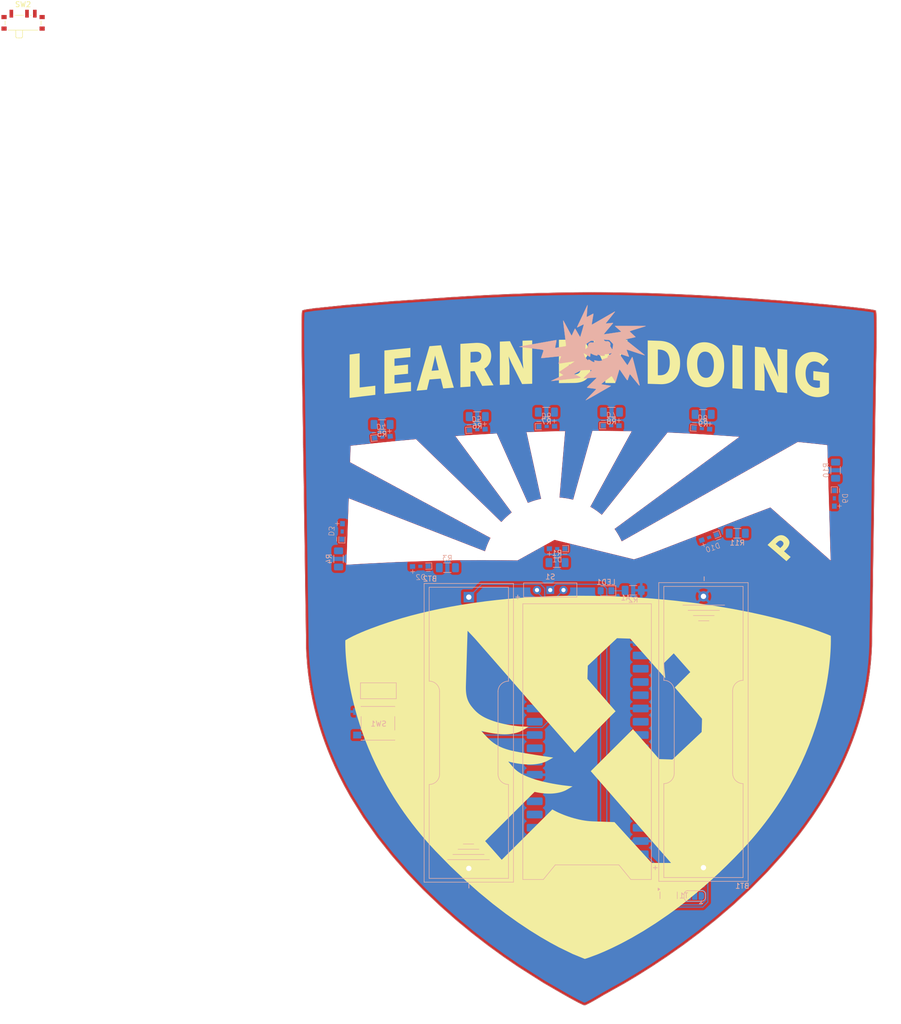
<source format=kicad_pcb>
(kicad_pcb (version 20240108) (generator "pcbnew") (generator_version "8.0")
  (title_block (title "NerdFlard 25 Team Badge") (rev "r1") (comment 1 "SVG Offset x: 50, y: 50"))
  (layers (0 "F.Cu" signal) (31 "B.Cu" signal) (34 "B.Paste" user) (35 "F.Paste" user) (36 "B.SilkS" user "B.Silkscreen") (37 "F.SilkS" user "F.Silkscreen") (38 "B.Mask" user) (39 "F.Mask" user) (44 "Edge.Cuts" user))
  (net 0 "")
  (net 1 "GND")
  (net 2 "Net-(BT1-+)")
  (net 3 "Net-(BT2-+)")
  (net 4 "Net-(J1-Pin_1)")
  (net 5 "VDD")
  (net 6 "Net-(JP1-A)")
  (net 7 "Net-(LED1-K)")
  (net 8 "/SW1")
  (net 15 "Net-(A1-VSYS)")
  (net 23 "Net-(A1-VBUS)")
  (net 29 "Net-(A1-3V3_OUT)")
  (net 44 "Net-(D1-K)")
  (net 45 "Net-(D2-K)")
  (net 48 "Net-(D3-K)")
  (net 50 "Net-(D4-K)")
  (net 51 "Net-(D5-K)")
  (net 54 "Net-(D6-K)")
  (net 55 "Net-(D7-K)")
  (net 57 "Net-(D8-K)")
  (net 59 "Net-(D9-K)")
  (net 62 "Net-(D10-K)")
  (footprint "Button_Switch_SMD:SW_SPDT_PCM12" (layer "F.Cu") (at 4.425 2.475)
    (property "Reference" "SW2")
    (property "Value" "SW_SPDT")
  )
  (footprint "Resistor_SMD:R_1206_3216Metric_Pad1.30x1.75mm_HandSolder" (layer "B.Cu") (at 141.33 100.63)
    (property "Reference" "R11")
    (property "Value" "R")
  )
  (footprint "nerdflare25:Wurth WL-SMSW Series SMT Mono-color Side view LED" (layer "B.Cu") (at 91.49 80.78 3.5)
    (property "Reference" "D5")
    (property "Value" "Red LED")
  )
  (footprint "nerdflare25:BatteryHolder_Keystone_2460_1xAA_SAO" (layer "B.Cu") (at 134.85 164.71 90)
    (property "Reference" "BT1")
    (property "Value" "AA")
  )
  (footprint "nerdflare25:SOT-23_SAO" (layer "B.Cu") (at 128.18 170.0175 -90)
    (property "Reference" "T1")
    (property "Value" "DMG2305")
  )
  (footprint "nerdflare25:Wurth WL-SMSW Series SMT Mono-color Side view LED" (layer "B.Cu") (at 104.8 80.16 1.5)
    (property "Reference" "D6")
    (property "Value" "Red LED")
  )
  (footprint "nerdflare25:SolderJumper_Open_Rounded_SAO" (layer "B.Cu") (at 133.18 170.13 180)
    (property "Reference" "JP1" (hide yes))
    (property "Value" "SolderJumper_3_Open" (hide yes))
  )
  (footprint "nerdflare25:SW_SPST_PTS645_SAO" (layer "B.Cu") (at 72.450001 137.05 180)
    (property "Reference" "SW1")
    (property "Value" "SW_Push")
  )
  (footprint "Resistor_SMD:R_1206_3216Metric_Pad1.30x1.75mm_HandSolder" (layer "B.Cu") (at 64.9 105.54 -90)
    (property "Reference" "R4")
    (property "Value" "R")
  )
  (footprint "nerdflare25:RPi_Pico_SMD_SAO" (layer "B.Cu") (at 113.56 140.56)
    (property "Reference" "A1")
    (property "Value" "SC0918")
  )
  (footprint "Resistor_SMD:R_1206_3216Metric_Pad1.30x1.75mm_HandSolder" (layer "B.Cu") (at 160.18 88.55 -90)
    (property "Reference" "R10")
    (property "Value" "R")
  )
  (footprint "Resistor_SMD:R_1206_3216Metric_Pad1.30x1.75mm_HandSolder" (layer "B.Cu") (at 117.22 77.41)
    (property "Reference" "R8")
    (property "Value" "R")
  )
  (footprint "nerdflare25:Wurth WL-SMSW Series SMT Mono-color Side view LED" (layer "B.Cu") (at 159.94 93.93 -90)
    (property "Reference" "D9")
    (property "Value" "Red LED")
  )
  (footprint "Resistor_SMD:R_1206_3216Metric_Pad1.30x1.75mm_HandSolder" (layer "B.Cu") (at 85.76 107.22 180)
    (property "Reference" "R3")
    (property "Value" "R")
  )
  (footprint "nerdflare25:BatteryHolder_Keystone_2460_1xAA_SAO" (layer "B.Cu") (at 89.87 112.87 -90)
    (property "Reference" "BT2")
    (property "Value" "AA")
  )
  (footprint "nerdflare25:Wurth WL-SMSW Series SMT Mono-color Side view LED" (layer "B.Cu") (at 134.543654 80.565365 -4)
    (property "Reference" "D8")
    (property "Value" "Red LED")
  )
  (footprint "nerdflare25:Wurth WL-SMSW Series SMT Mono-color Side view LED" (layer "B.Cu") (at 117.16 80.01)
    (property "Reference" "D7")
    (property "Value" "Red LED")
  )
  (footprint "nerdflare25:SW_Slide-03_Wuerth-WS-SLTV_10x2.5x6.4_P2.54mm" (layer "B.Cu") (at 105.48 111.51 180)
    (property "Reference" "S1")
    (property "Value" "SW_Slide_SPDT")
  )
  (footprint "nerdflare25:Wurth WL-SMSW Series SMT Mono-color Side view LED" (layer "B.Cu") (at 65.6 100.29 88)
    (property "Reference" "D3")
    (property "Value" "Red LED")
  )
  (footprint "Resistor_SMD:R_1206_3216Metric_Pad1.30x1.75mm_HandSolder" (layer "B.Cu") (at 91.49 78.26)
    (property "Reference" "R6")
    (property "Value" "R")
  )
  (footprint "nerdflare25:Wurth WL-SMSW Series SMT Mono-color Side view LED" (layer "B.Cu") (at 73.308217 82.206793 6)
    (property "Reference" "D4")
    (property "Value" "Red LED")
  )
  (footprint "nerdflare25:Wurth WL-SMSW Series SMT Mono-color Side view LED" (layer "B.Cu") (at 135.94 101.43 -160)
    (property "Reference" "D10")
    (property "Value" "Red LED")
  )
  (footprint "nerdflare25:Wurth WL-SMSW Series SMT Mono-color Side view LED" (layer "B.Cu") (at 80.580514 106.959265 -178.5)
    (property "Reference" "D2")
    (property "Value" "Red LED")
  )
  (footprint "Resistor_SMD:R_1206_3216Metric_Pad1.30x1.75mm_HandSolder" (layer "B.Cu") (at 106.78 106.25 180)
    (property "Reference" "R1")
    (property "Value" "R")
  )
  (footprint "nerdflare25:Wurth WL-SMSW Series SMT Mono-color Side view LED" (layer "B.Cu") (at 106.81 103.58 180)
    (property "Reference" "D1")
    (property "Value" "Red LED")
  )
  (footprint "LED_SMD:LED_0805_2012Metric_Pad1.15x1.40mm_HandSolder" (layer "B.Cu") (at 116.175 111.65 180)
    (property "Reference" "LED1")
    (property "Value" "LED")
  )
  (footprint "Resistor_SMD:R_1206_3216Metric_Pad1.30x1.75mm_HandSolder" (layer "B.Cu") (at 134.8 77.84)
    (property "Reference" "R9")
    (property "Value" "R")
  )
  (footprint "Resistor_SMD:R_1206_3216Metric_Pad1.30x1.75mm_HandSolder" (layer "B.Cu") (at 121.38 111.56)
    (property "Reference" "R2")
    (property "Value" "680")
  )
  (footprint "Resistor_SMD:R_1206_3216Metric_Pad1.30x1.75mm_HandSolder" (layer "B.Cu") (at 73.24 79.79)
    (property "Reference" "R5")
    (property "Value" "R")
  )
  (footprint "Resistor_SMD:R_1206_3216Metric_Pad1.30x1.75mm_HandSolder" (layer "B.Cu") (at 104.74 77.41)
    (property "Reference" "R7")
    (property "Value" "R")
  )
  (footprint "nerdflare25:SAO_PinHeader_1x02_P2.54mm_SMD" (layer "B.Cu") (at 74.44 130.81 90)
    (property "Reference" "J1" (hide yes))
    (property "Value" "VEXT" (hide yes))
  )
  (gr_poly (pts (xy 115.362048 54.437717) (xy 117.094101 54.450892) (xy 117.582962 54.457092) (xy 118.071808 54.462777) (xy 122.871573 54.557137) (xy 127.59589 54.707719) (xy 132.212667 54.905974) (xy 136.689812 55.143355) (xy 137.493896 55.190898) (xy 143.751813 55.590753) (xy 149.494819 56.007651) (xy 154.629502 56.424902) (xy 159.062447 56.825817) (xy 162.70024 57.193706) (xy 165.449469 57.511882) (xy 167.216719 57.763653) (xy 167.70291 57.859423) (xy 167.908577 57.932333) (xy 167.962638 58.134002) (xy 168.002763 58.592607) (xy 168.046972 60.131635) (xy 168.052739 62.251432) (xy 168.031595 64.654017) (xy 167.908577 71.132561) (xy 167.713242 84.437691) (xy 167.189239 120.187965) (xy 167.16032 121.99598) (xy 167.074595 123.782218) (xy 166.933614 125.546617) (xy 166.73893 127.289113) (xy 166.492093 129.009643) (xy 166.194652 130.708142) (xy 165.84816 132.384548) (xy 165.454166 134.038796) (xy 165.014222 135.670824) (xy 164.529878 137.280568) (xy 164.002685 138.867963) (xy 163.434194 140.432948) (xy 162.825955 141.975457) (xy 162.179519 143.495427) (xy 161.496437 144.992796) (xy 160.778259 146.467499) (xy 159.654599 148.607496) (xy 158.462473 150.697535) (xy 157.206886 152.737408) (xy 155.892847 154.72691) (xy 154.525363 156.665833) (xy 153.109441 158.553972) (xy 150.15231 162.177066) (xy 147.061514 165.59454) (xy 143.87711 168.804739) (xy 140.639155 171.806011) (xy 137.387707 174.596703) (xy 134.162823 177.17516) (xy 131.004562 179.539729) (xy 127.952981 181.688757) (xy 125.048137 183.620591) (xy 122.330088 185.333577) (xy 119.838892 186.826062) (xy 115.697288 189.142914) (xy 115.182059 189.451211) (xy 114.019744 190.129286) (xy 113.375636 190.491294) (xy 112.785404 190.806911) (xy 112.532955 190.932861) (xy 112.320931 191.02986) (xy 112.158318 191.092121) (xy 112.098348 191.108418) (xy 112.0541 191.113861) (xy 112.00931 191.107988) (xy 111.947763 191.091317) (xy 111.779162 191.028458) (xy 111.557835 190.931048) (xy 111.293321 190.804851) (xy 110.67288 190.489148) (xy 109.994143 190.127455) (xy 108.766991 189.450525) (xy 108.22229 189.142914) (xy 104.244283 186.847888) (xy 99.244402 183.675404) (xy 96.456815 181.764109) (xy 93.52843 179.638241) (xy 90.497468 177.299398) (xy 87.402153 174.749177) (xy 84.280708 171.989176) (xy 81.171355 169.020991) (xy 78.112319 165.846221) (xy 75.141822 162.466462) (xy 72.298088 158.883312) (xy 69.619339 155.098369) (xy 67.143798 151.113228) (xy 65.994175 149.046084) (xy 64.909689 146.929489) (xy 64.196756 145.429509) (xy 63.519204 143.905813) (xy 62.878638 142.358469) (xy 62.27666 140.787545) (xy 61.714874 139.193108) (xy 61.194884 137.575226) (xy 60.718293 135.933967) (xy 60.286704 134.269398) (xy 59.901721 132.581587) (xy 59.564948 130.870602) (xy 59.277988 129.136511) (xy 59.042444 127.37938) (xy 58.859921 125.599279) (xy 58.732021 123.796275) (xy 58.660348 121.970434) (xy 58.646505 120.121826) (xy 58.446899 106.698864) (xy 66.363346 106.698864) (xy 69.811531 106.490682) (xy 76.094725 106.181385) (xy 84.048911 105.907327) (xy 88.28887 105.826124) (xy 92.510071 105.804863) (xy 99.216122 105.863773) (xy 106.309746 101.924995) (xy 121.528465 105.654484) (xy 122.891593 105.222568) (xy 125.941643 104.094588) (xy 134.81714 100.6796) (xy 143.584205 97.267838) (xy 147.672089 95.717625) (xy 159.26931 105.925785) (xy 158.626457 83.701302) (xy 155.907922 83.402792) (xy 152.935333 83.09462) (xy 119.195786 102.138939) (xy 119.145527 102.031757) (xy 119.094268 101.924756) (xy 119.042092 101.817875) (xy 118.989082 101.711056) (xy 118.917646 101.570508) (xy 118.851547 101.443362) (xy 118.790811 101.329079) (xy 118.735463 101.22712) (xy 118.641027 101.058027) (xy 118.568436 100.931778) (xy 118.493673 100.802318) (xy 118.419274 100.677305) (xy 118.347589 100.559767) (xy 118.280969 100.452733) (xy 118.172322 100.282293) (xy 118.112137 100.190216) (xy 118.047219 100.091583) (xy 117.981476 99.993678) (xy 117.915046 99.896503) (xy 117.848068 99.80006) (xy 141.82386 82.116901) (xy 138.533088 81.878816) (xy 135.112659 81.657501) (xy 131.580474 81.457889) (xy 127.95443 81.28491) (xy 121.640697 89.156274) (xy 115.357773 97.053978) (xy 115.203665 96.925925) (xy 115.018416 96.774295) (xy 114.920267 96.695571) (xy 114.821719 96.61807) (xy 114.725233 96.544166) (xy 114.63327 96.476231) (xy 114.473311 96.358917) (xy 114.312049 96.243965) (xy 114.149521 96.131329) (xy 113.985764 96.020966) (xy 113.790277 95.893343) (xy 113.596843 95.771696) (xy 113.499779 95.712486) (xy 113.401887 95.654018) (xy 113.30272 95.596042) (xy 113.201832 95.538307) (xy 121.143974 81.055469) (xy 118.5043 81.002399) (xy 116.30127 80.974519) (xy 113.544964 80.961935) (xy 109.845963 94.167843) (xy 109.598169 94.104986) (xy 109.487466 94.078474) (xy 109.382004 94.054315) (xy 109.176127 94.010282) (xy 108.959198 93.967342) (xy 108.767839 93.932078) (xy 108.575847 93.899458) (xy 108.383165 93.869516) (xy 108.189735 93.842285) (xy 107.904814 93.808155) (xy 107.783438 93.794999) (xy 107.672771 93.783987) (xy 107.570299 93.774771) (xy 107.473513 93.767005) (xy 107.286949 93.754433) (xy 108.372669 81.00741) (xy 106.413208 81.046037) (xy 104.471055 81.095169) (xy 100.895088 81.213596) (xy 103.695435 94.008167) (xy 103.548034 94.039722) (xy 103.406363 94.071975) (xy 103.272854 94.103936) (xy 103.149937 94.134614) (xy 102.945601 94.18816) (xy 102.812801 94.224693) (xy 102.624846 94.278662) (xy 102.437486 94.335366) (xy 102.250586 94.394999) (xy 102.064011 94.457752) (xy 101.826685 94.541419) (xy 101.717582 94.581463) (xy 101.612974 94.620949) (xy 101.411615 94.700141) (xy 101.211349 94.782795) (xy 95.248924 81.469912) (xy 91.154206 81.705098) (xy 87.226154 81.968075) (xy 98.057018 96.627129) (xy 97.881906 96.765122) (xy 97.706304 96.907607) (xy 97.527389 97.05726) (xy 97.342335 97.216759) (xy 97.192604 97.350396) (xy 97.04464 97.48595) (xy 96.898634 97.623334) (xy 96.754776 97.762463) (xy 96.621695 97.89606) (xy 96.465444 98.056705) (xy 96.380855 98.145631) (xy 96.293145 98.23947) (xy 96.203203 98.337606) (xy 96.111919 98.439423) (xy 79.758392 82.565453) (xy 76.099371 82.901009) (xy 72.763331 83.230291) (xy 67.183969 83.826359) (xy 67.069248 87.027195) (xy 93.987499 101.524506) (xy 93.915979 101.663673) (xy 93.848383 101.799226) (xy 93.785639 101.928373) (xy 93.728676 102.048321) (xy 93.635804 102.249449) (xy 93.57719 102.380268) (xy 93.495023 102.568652) (xy 93.415315 102.758122) (xy 93.338254 102.948447) (xy 93.26403 103.139393) (xy 93.173447 103.383282) (xy 93.094392 103.606796) (xy 93.022253 103.822047) (xy 92.952419 104.041145) (xy 66.823267 93.882595) (xy 66.363346 106.698864) (xy 58.446899 106.698864) (xy 58.224308 91.730267) (xy 58.217073 91.216087) (xy 58.208805 90.701393) (xy 58.123022 84.937401) (xy 58.115788 84.440277) (xy 58.115271 84.394798) (xy 58.107519 83.851681) (xy 57.936987 72.417236) (xy 57.815917 65.336513) (xy 57.800783 60.377544) (xy 57.844293 58.678554) (xy 57.883783 58.166077) (xy 57.936987 57.932333) (xy 58.131163 57.844025) (xy 58.58552 57.741509) (xy 60.232169 57.497917) (xy 66.178967 56.884959) (xy 75.095687 56.158517) (xy 86.300632 55.383651) (xy 86.799305 55.352128) (xy 87.2985 55.320606) (xy 90.177578 55.149419) (xy 93.12347 54.99091) (xy 93.611298 54.966622) (xy 94.098606 54.941817) (xy 98.113236 54.763032) (xy 102.200479 54.617504) (xy 106.337957 54.510627) (xy 110.503288 54.447791) (xy 110.744619 54.446093) (xy 110.985947 54.443657) (xy 111.468605 54.440039) (xy 112.547592 54.434982) (xy 113.626095 54.433321)) (stroke (width 0.065026)) (fill solid) (layer "F.Cu"))
  (gr_poly (pts (xy 112.619659 56.892602) (xy 112.620381 56.892681) (xy 112.620739 56.892753) (xy 112.621094 56.892858) (xy 112.621445 56.893003) (xy 112.621792 56.893197) (xy 112.622135 56.893448) (xy 112.622471 56.893764) (xy 112.6228 56.894154) (xy 112.623122 56.894624) (xy 112.623436 56.895184) (xy 112.623741 56.895841) (xy 112.624035 56.896604) (xy 112.62432 56.89748) (xy 112.624593 56.898478) (xy 112.624853 56.899606) (xy 112.625101 56.900872) (xy 112.625335 56.902283) (xy 112.625555 56.903849) (xy 112.625759 56.905577) (xy 112.625947 56.907476) (xy 112.626119 56.909553) (xy 112.626273 56.911816) (xy 112.626408 56.914274) (xy 112.62662 56.919806) (xy 112.62675 56.926214) (xy 112.62679 56.933563) (xy 112.626735 56.941917) (xy 112.626578 56.951341) (xy 112.626314 56.9619) (xy 112.625935 56.973658) (xy 112.625436 56.986682) (xy 112.62481 57.001035) (xy 112.624051 57.016782) (xy 112.623154 57.033987) (xy 112.62211 57.052717) (xy 112.620916 57.073036) (xy 112.619563 57.095007) (xy 112.618047 57.118698) (xy 112.61636 57.144171) (xy 112.614496 57.171492) (xy 112.61245 57.200725) (xy 112.610215 57.231937) (xy 112.607784 57.26519) (xy 112.490475 58.731768) (xy 112.474734 58.953353) (xy 112.470693 59.024902) (xy 112.46878 59.075558) (xy 112.468674 59.109272) (xy 112.470057 59.129996) (xy 112.472608 59.141681) (xy 112.476009 59.148279) (xy 112.476956 59.149588) (xy 112.477941 59.150825) (xy 112.478972 59.151988) (xy 112.480056 59.153075) (xy 112.4812 59.154083) (xy 112.48241 59.155008) (xy 112.483694 59.155848) (xy 112.485058 59.156601) (xy 112.486509 59.157263) (xy 112.488054 59.157831) (xy 112.489699 59.158303) (xy 112.491453 59.158677) (xy 112.493321 59.158948) (xy 112.495311 59.159115) (xy 112.497428 59.159175) (xy 112.499681 59.159124) (xy 112.502077 59.15896) (xy 112.504621 59.158681) (xy 112.507321 59.158283) (xy 112.510183 59.157764) (xy 112.513215 59.15712) (xy 112.516424 59.156349) (xy 112.519816 59.155449) (xy 112.523398 59.154416) (xy 112.527177 59.153248) (xy 112.531159 59.151942) (xy 112.535353 59.150494) (xy 112.539764 59.148903) (xy 112.5444 59.147165) (xy 112.549267 59.145278) (xy 112.554372 59.143239) (xy 112.559723 59.141045) (xy 112.583747 59.130649) (xy 112.612385 59.117459) (xy 112.646181 59.101202) (xy 112.685682 59.081603) (xy 112.731432 59.058388) (xy 112.783978 59.031284) (xy 112.911636 58.964311) (xy 113.53434 58.63203) (xy 113.58437 58.605792) (xy 113.623502 58.585625) (xy 113.653278 58.570721) (xy 113.675238 58.560268) (xy 113.690922 58.553456) (xy 113.701871 58.549475) (xy 113.709625 58.547515) (xy 113.715725 58.546764) (xy 113.718605 58.546608) (xy 113.721457 58.546552) (xy 113.724275 58.546598) (xy 113.727052 58.546743) (xy 113.729783 58.546988) (xy 113.732461 58.547332) (xy 113.73508 58.547774) (xy 113.737635 58.548314) (xy 113.740118 58.548951) (xy 113.742524 58.549683) (xy 113.744847 58.550512) (xy 113.747081 58.551435) (xy 113.749219 58.552453) (xy 113.751256 58.553565) (xy 113.753186 58.554769) (xy 113.755001 58.556067) (xy 113.755862 58.556759) (xy 113.756683 58.557531) (xy 113.757076 58.557964) (xy 113.757456 58.558438) (xy 113.757821 58.55896) (xy 113.75817 58.559537) (xy 113.758502 58.560176) (xy 113.758816 58.560883) (xy 113.759111 58.561667) (xy 113.759386 58.562533) (xy 113.759638 58.56349) (xy 113.759868 58.564543) (xy 113.760074 58.5657) (xy 113.760254 58.566968) (xy 113.760409 58.568354) (xy 113.760535 58.569865) (xy 113.760702 58.57329) (xy 113.760743 58.577298) (xy 113.760652 58.581947) (xy 113.760417 58.587291) (xy 113.760029 58.593387) (xy 113.75948 58.600291) (xy 113.758759 58.608059) (xy 113.757857 58.616747) (xy 113.756766 58.626411) (xy 113.755474 58.637108) (xy 113.753974 58.648892) (xy 113.752255 58.661821) (xy 113.750309 58.67595) (xy 113.748125 58.691335) (xy 113.745694 58.708032) (xy 113.743008 58.726098) (xy 113.740056 58.745589) (xy 113.736829 58.766559) (xy 113.733317 58.789067) (xy 113.729512 58.813166) (xy 113.725404 58.838915) (xy 113.720983 58.866368) (xy 113.71624 58.895581) (xy 113.498684 60.184908) (xy 113.465704 60.386422) (xy 113.448102 60.503438) (xy 113.443683 60.538425) (xy 113.441449 60.562087) (xy 113.440846 60.57769) (xy 113.441318 60.588501) (xy 113.441798 60.593064) (xy 113.442409 60.597261) (xy 113.443147 60.601108) (xy 113.444009 60.604619) (xy 113.44499 60.607812) (xy 113.446086 60.610699) (xy 113.447294 60.613298) (xy 113.448608 60.615624) (xy 113.450027 60.617691) (xy 113.451544 60.619515) (xy 113.453157 60.621112) (xy 113.454862 60.622497) (xy 113.456653 60.623686) (xy 113.458528 60.624693) (xy 113.460483 60.625534) (xy 113.462513 60.626225) (xy 113.464613 60.626784) (xy 113.466777 60.627224) (xy 113.468999 60.627551) (xy 113.471276 60.627771) (xy 113.4736 60.62789) (xy 113.475966 60.627913) (xy 113.478369 60.627846) (xy 113.480804 60.627695) (xy 113.483264 60.627465) (xy 113.485745 60.627164) (xy 113.488241 60.626795) (xy 113.490746 60.626365) (xy 113.495763 60.625347) (xy 113.500751 60.624153) (xy 113.503394 60.623417) (xy 113.505032 60.622851) (xy 113.507054 60.622053) (xy 113.50959 60.62095) (xy 113.512768 60.619468) (xy 113.51672 60.617532) (xy 113.521573 60.615067) (xy 113.527458 60.612001) (xy 113.534505 60.608258) (xy 113.552598 60.598445) (xy 113.576891 60.585037) (xy 113.608418 60.567438) (xy 113.648215 60.545054) (xy 113.697319 60.517293) (xy 113.756767 60.483561) (xy 113.827593 60.443262) (xy 113.910834 60.395805) (xy 114.007526 60.340595) (xy 114.118705 60.277038) (xy 114.245407 60.20454) (xy 117.11087 58.560198) (xy 117.750649 58.192643) (xy 117.838248 58.143756) (xy 117.852732 58.136832) (xy 117.858627 58.135416) (xy 117.859699 58.135391) (xy 117.860746 58.135419) (xy 117.861768 58.135498) (xy 117.862766 58.135628) (xy 117.86374 58.135807) (xy 117.86469 58.136034) (xy 117.865617 58.136309) (xy 117.86652 58.13663) (xy 117.8674 58.136996) (xy 117.868257 58.137407) (xy 117.869092 58.137861) (xy 117.869904 58.138357) (xy 117.870695 58.138894) (xy 117.871463 58.139472) (xy 117.87221 58.140088) (xy 117.872936 58.140743) (xy 117.873641 58.141435) (xy 117.874325 58.142163) (xy 117.875632 58.143723) (xy 117.876859 58.145415) (xy 117.878008 58.147231) (xy 117.879081 58.149163) (xy 117.880081 58.151202) (xy 117.881008 58.15334) (xy 117.881866 58.15557) (xy 117.882262 58.156727) (xy 117.882588 58.157968) (xy 117.882792 58.159354) (xy 117.882824 58.160948) (xy 117.882631 58.162812) (xy 117.882162 58.165008) (xy 117.881366 58.167599) (xy 117.88019 58.170647) (xy 117.878585 58.174213) (xy 117.876497 58.178361) (xy 117.873876 58.183152) (xy 117.870669 58.188649) (xy 117.866827 58.194913) (xy 117.862296 58.202008) (xy 117.857026 58.209996) (xy 117.850965 58.218938) (xy 117.844061 58.228897) (xy 117.836263 58.239935) (xy 117.827519 58.252114) (xy 117.817779 58.265497) (xy 117.80699 58.280146) (xy 117.795101 58.296122) (xy 117.78206 58.31349) (xy 117.767816 58.332309) (xy 117.752317 58.352644) (xy 117.735512 58.374555) (xy 117.71735 58.398106) (xy 117.697778 58.423358) (xy 117.676746 58.450374) (xy 117.654202 58.479216) (xy 117.630093 58.509946) (xy 117.60437 58.542626) (xy 117.036343 59.254055) (xy 116.461288 59.970448) (xy 116.289293 60.186748) (xy 116.195568 60.307367) (xy 116.170288 60.341391) (xy 116.155253 60.363009) (xy 116.147355 60.376058) (xy 116.143486 60.384376) (xy 116.142151 60.387881) (xy 116.14104 60.391173) (xy 116.140144 60.39426) (xy 116.139456 60.397153) (xy 116.138968 60.39986) (xy 116.138672 60.40239) (xy 116.13856 60.404753) (xy 116.138623 60.406958) (xy 116.138855 60.409014) (xy 116.139247 60.410932) (xy 116.139792 60.412719) (xy 116.140481 60.414386) (xy 116.141306 60.415941) (xy 116.142261 60.417394) (xy 116.143336 60.418755) (xy 116.144524 60.420032) (xy 116.145161 60.420642) (xy 116.145863 60.42123) (xy 116.146667 60.421792) (xy 116.147612 60.422324) (xy 116.148736 60.422821) (xy 116.150078 60.423281) (xy 116.151677 60.423699) (xy 116.153569 60.424071) (xy 116.155795 60.424394) (xy 116.158393 60.424663) (xy 116.161401 60.424875) (xy 116.164857 60.425025) (xy 116.1688 60.425111) (xy 116.173269 60.425127) (xy 116.178301 60.42507) (xy 116.183936 60.424937) (xy 116.190212 60.424723) (xy 116.197167 60.424424) (xy 116.20484 60.424037) (xy 116.213269 60.423557) (xy 116.222493 60.422981) (xy 116.23255 60.422305) (xy 116.243478 60.421525) (xy 116.255317 60.420637) (xy 116.268104 60.419637) (xy 116.281879 60.418522) (xy 116.312542 60.415928) (xy 116.347615 60.412825) (xy 116.387405 60.409181) (xy 116.832596 60.366135) (xy 117.075289 60.343243) (xy 117.277786 60.325981) (xy 117.35265 60.320846) (xy 117.409863 60.31805) (xy 117.451865 60.317297) (xy 117.467924 60.317593) (xy 117.481095 60.318288) (xy 117.491684 60.319344) (xy 117.499995 60.320725) (xy 117.506334 60.322393) (xy 117.511004 60.32431) (xy 117.514313 60.32644) (xy 117.516563 60.328745) (xy 117.519112 60.333733) (xy 117.519551 60.335041) (xy 117.519901 60.336424) (xy 117.52011 60.337943) (xy 117.520126 60.339658) (xy 117.519895 60.34163) (xy 117.519365 60.343919) (xy 117.518484 60.346587) (xy 117.517198 60.349693) (xy 117.515455 60.353298) (xy 117.513202 60.357464) (xy 117.510388 60.36225) (xy 117.506958 60.367718) (xy 117.502861 60.373927) (xy 117.498044 60.38094) (xy 117.492454 60.388815) (xy 117.486038 60.397615) (xy 117.478745 60.407399) (xy 117.47052 60.418228) (xy 117.461313 60.430163) (xy 117.451069 60.443265) (xy 117.439737 60.457594) (xy 117.427264 60.473211) (xy 117.413596 60.490176) (xy 117.398683 60.508551) (xy 117.38247 60.528395) (xy 117.364905 60.549769) (xy 117.345935 60.572735) (xy 117.325509 60.597353) (xy 117.303573 60.623683) (xy 117.280075 60.651786) (xy 117.22818 60.713553) (xy 116.052536 62.098481) (xy 115.956124 62.215382) (xy 115.884014 62.304983) (xy 115.832771 62.371082) (xy 115.798962 62.417474) (xy 115.779149 62.447957) (xy 115.773419 62.45842) (xy 115.7699 62.466329) (xy 115.768163 62.472159) (xy 115.767778 62.476384) (xy 115.769348 62.481921) (xy 115.769941 62.483031) (xy 115.770273 62.483564) (xy 115.770647 62.48408) (xy 115.771073 62.484577) (xy 115.771564 62.485054) (xy 115.772131 62.48551) (xy 115.772788 62.485942) (xy 115.773547 62.486349) (xy 115.774418 62.486729) (xy 115.775416 62.487081) (xy 115.776551 62.487403) (xy 115.777835 62.487693) (xy 115.779282 62.48795) (xy 115.780903 62.488172) (xy 115.78271 62.488357) (xy 115.784715 62.488505) (xy 115.786931 62.488612) (xy 115.78937 62.488677) (xy 115.792043 62.4887) (xy 115.794964 62.488678) (xy 115.798143 62.488609) (xy 115.801594 62.488492) (xy 115.805328 62.488325) (xy 115.809358 62.488107) (xy 115.813695 62.487836) (xy 115.823341 62.487128) (xy 115.834363 62.486188) (xy 115.846859 62.485003) (xy 115.860925 62.48356) (xy 115.876659 62.481845) (xy 115.894158 62.479846) (xy 115.913518 62.477549) (xy 115.934838 62.474942) (xy 115.958213 62.47201) (xy 115.983742 62.468741) (xy 116.011522 62.465122) (xy 116.041648 62.461139) (xy 116.07422 62.456779) (xy 116.109333 62.45203) (xy 116.147085 62.446878) (xy 116.187573 62.44131) (xy 116.230894 62.435312) (xy 116.277145 62.428872) (xy 116.326424 62.421976) (xy 117.406299 62.26705) (xy 118.487015 62.10675) (xy 118.802842 62.056876) (xy 118.901224 62.039976) (xy 118.968076 62.027233) (xy 119.009515 62.017743) (xy 119.031659 62.010606) (xy 119.037407 62.007638) (xy 119.040626 62.004919) (xy 119.042534 61.999781) (xy 119.042613 61.99715) (xy 119.042465 61.994421) (xy 119.042095 61.991595) (xy 119.04151 61.988672) (xy 119.040716 61.985652) (xy 119.039717 61.982535) (xy 119.03852 61.97932) (xy 119.037131 61.976009) (xy 119.035556 61.9726) (xy 119.0338 61.969095) (xy 119.031869 61.965494) (xy 119.02977 61.961795) (xy 119.027507 61.958) (xy 119.025087 61.954109) (xy 119.022515 61.950121) (xy 119.019798 61.946036) (xy 119.016901 61.94182) (xy 119.013622 61.937299) (xy 119.009722 61.932269) (xy 119.004958 61.926524) (xy 118.999088 61.919862) (xy 118.991871 61.912076) (xy 118.983064 61.902963) (xy 118.972427 61.892317) (xy 118.959718 61.879935) (xy 118.944694 61.865611) (xy 118.927115 61.849142) (xy 118.906738 61.830322) (xy 118.883321 61.808947) (xy 118.856624 61.784812) (xy 118.826404 61.757713) (xy 118.792419 61.727445) (xy 118.420607 61.401007) (xy 118.221238 61.225972) (xy 118.057068 61.079939) (xy 117.997472 61.025572) (xy 117.952829 60.983635) (xy 117.921038 60.952404) (xy 117.909305 60.940264) (xy 117.899999 60.930154) (xy 117.892855 60.921858) (xy 117.887612 60.915162) (xy 117.884007 60.909848) (xy 117.881777 60.905703) (xy 117.88066 60.902509) (xy 117.880394 60.900053) (xy 117.880716 60.898118) (xy 117.881363 60.896488) (xy 117.88155 60.896104) (xy 117.881763 60.895726) (xy 117.882025 60.895354) (xy 117.882358 60.894988) (xy 117.882783 60.894628) (xy 117.883324 60.894274) (xy 117.884002 60.893927) (xy 117.884839 60.893586) (xy 117.885858 60.89325) (xy 117.88708 60.892922) (xy 117.888529 60.892599) (xy 117.890225 60.892283) (xy 117.892191 60.891973) (xy 117.89445 60.891669) (xy 117.897023 60.891372) (xy 117.899932 60.891081) (xy 117.9032 60.890796) (xy 117.906849 60.890518) (xy 117.910901 60.890246) (xy 117.915378 60.889981) (xy 117.920302 60.889723) (xy 117.925696 60.88947) (xy 117.931581 60.889225) (xy 117.93798 60.888986) (xy 117.952408 60.888528) (xy 117.969156 60.888096) (xy 117.988403 60.887692) (xy 118.010324 60.887314) (xy 118.035097 60.886964) (xy 118.062899 60.886641) (xy 118.093908 60.886346) (xy 118.1283 60.886079) (xy 118.166254 60.885839) (xy 118.207945 60.885628) (xy 118.253551 60.885446) (xy 118.30325 60.885292) (xy 118.357218 60.885167) (xy 118.415633 60.885071) (xy 118.478671 60.885004) (xy 118.546511 60.884967) (xy 118.619329 60.884959) (xy 118.697302 60.884981) (xy 118.780608 60.885033) (xy 118.869423 60.885116) (xy 122.768921 60.895967) (xy 123.621919 60.899946) (xy 123.729861 60.902564) (xy 123.744303 60.90443) (xy 123.747673 60.906817) (xy 123.749494 60.9098) (xy 123.751553 60.91329) (xy 123.7537 60.917162) (xy 123.754761 60.919202) (xy 123.755789 60.921289) (xy 123.756765 60.923409) (xy 123.757671 60.925545) (xy 123.758488 60.927682) (xy 123.759198 60.929804) (xy 123.759782 60.931895) (xy 123.760223 60.933939) (xy 123.760501 60.93592) (xy 123.760573 60.936882) (xy 123.760597 60.937823) (xy 123.760556 60.938744) (xy 123.760489 60.939203) (xy 123.760376 60.939666) (xy 123.760205 60.940137) (xy 123.759967 60.940618) (xy 123.75965 60.941113) (xy 123.759242 60.941627) (xy 123.758734 60.942161) (xy 123.758114 60.94272) (xy 123.757371 60.943307) (xy 123.756495 60.943926) (xy 123.755473 60.94458) (xy 123.754296 60.945272) (xy 123.752952 60.946006) (xy 123.75143 60.946786) (xy 123.74972 60.947615) (xy 123.747809 60.948496) (xy 123.745688 60.949434) (xy 123.743346 60.95043) (xy 123.737952 60.952615) (xy 123.731539 60.95508) (xy 123.724021 60.957851) (xy 123.715308 60.960957) (xy 123.705313 60.964426) (xy 123.693949 60.968285) (xy 123.681127 60.972562) (xy 123.666759 60.977285) (xy 123.650759 60.982481) (xy 123.633037 60.988179) (xy 123.613507 60.994406) (xy 123.59208 61.00119) (xy 123.568668 61.008559) (xy 123.543184 61.01654) (xy 123.485647 61.034451) (xy 123.418767 61.055145) (xy 123.341841 61.078844) (xy 123.254166 61.105771) (xy 122.262865 61.409422) (xy 121.266174 61.719687) (xy 121.098568 61.774014) (xy 120.970626 61.81699) (xy 120.876908 61.850221) (xy 120.811975 61.875312) (xy 120.77039 61.89387) (xy 120.746712 61.907499) (xy 120.739889 61.912967) (xy 120.735503 61.917805) (xy 120.731323 61.926393) (xy 120.730757 61.928459) (xy 120.730316 61.930545) (xy 120.730028 61.932678) (xy 120.729921 61.934886) (xy 120.730023 61.937196) (xy 120.73036 61.939635) (xy 120.730962 61.942232) (xy 120.731857 61.945013) (xy 120.733071 61.948006) (xy 120.734632 61.95124) (xy 120.736569 61.95474) (xy 120.738909 61.958536) (xy 120.741681 61.962654) (xy 120.744911 61.967122) (xy 120.748628 61.971967) (xy 120.752859 61.977218) (xy 120.757633 61.982901) (xy 120.762977 61.989044) (xy 120.768918 61.995675) (xy 120.775486 62.002821) (xy 120.782707 62.010509) (xy 120.790609 62.018768) (xy 120.79922 62.027625) (xy 120.808569 62.037108) (xy 120.829588 62.058058) (xy 120.853888 62.081841) (xy 120.881692 62.108676) (xy 120.913223 62.138783) (xy 121.073518 62.289384) (xy 121.265917 62.468065) (xy 121.622742 62.798175) (xy 121.732527 62.900774) (xy 121.76879 62.935457) (xy 121.79489 62.961289) (xy 121.81252 62.979942) (xy 121.823372 62.993086) (xy 121.826785 62.998115) (xy 121.829139 63.002392) (xy 121.830644 63.006128) (xy 121.831512 63.00953) (xy 121.831762 63.011168) (xy 121.831853 63.012786) (xy 121.831736 63.014394) (xy 121.831582 63.015199) (xy 121.831357 63.016006) (xy 121.831053 63.016816) (xy 121.830664 63.017633) (xy 121.830184 63.018456) (xy 121.829605 63.019287) (xy 121.828923 63.020129) (xy 121.828129 63.020982) (xy 121.827217 63.021848) (xy 121.826182 63.022728) (xy 121.825016 63.023625) (xy 121.823713 63.024539) (xy 121.822266 63.025472) (xy 121.820669 63.026426) (xy 121.816999 63.028401) (xy 121.812651 63.030477) (xy 121.807571 63.032665) (xy 121.801709 63.034979) (xy 121.795011 63.037429) (xy 121.787426 63.040029) (xy 121.778902 63.042791) (xy 121.769386 63.045725) (xy 121.758826 63.048846) (xy 121.747171 63.052165) (xy 121.734368 63.055693) (xy 121.720364 63.059444) (xy 121.705109 63.063429) (xy 121.688549 63.067661) (xy 121.670632 63.072152) (xy 121.651307 63.076913) (xy 121.630521 63.081958) (xy 121.608222 63.087297) (xy 121.584358 63.092944) (xy 121.558876 63.098911) (xy 121.502853 63.111852) (xy 120.875919 63.251947) (xy 120.535082 63.329086) (xy 120.252281 63.396586) (xy 120.148753 63.423677) (xy 120.070549 63.446259) (xy 120.039855 63.456047) (xy 120.014185 63.464931) (xy 119.993106 63.472988) (xy 119.97618 63.480293) (xy 119.962973 63.486919) (xy 119.95305 63.492942) (xy 119.945975 63.498437) (xy 119.941313 63.503479) (xy 119.938629 63.508142) (xy 119.937487 63.512502) (xy 119.937451 63.516633) (xy 119.938087 63.52061) (xy 119.938548 63.522578) (xy 119.939173 63.524614) (xy 119.94007 63.526803) (xy 119.941343 63.529231) (xy 119.9431 63.531983) (xy 119.945447 63.535147) (xy 119.948489 63.538806) (xy 119.952334 63.543048) (xy 119.957086 63.547958) (xy 119.962853 63.553622) (xy 119.969741 63.560125) (xy 119.977855 63.567553) (xy 119.987303 63.575993) (xy 119.998189 63.585529) (xy 120.010621 63.596248) (xy 120.024705 63.608236) (xy 120.040546 63.621578) (xy 120.058252 63.636359) (xy 120.077927 63.652667) (xy 120.099679 63.670586) (xy 120.149836 63.711602) (xy 120.209573 63.760093) (xy 120.27974 63.816747) (xy 120.361185 63.882249) (xy 120.454758 63.957285) (xy 120.56131 64.042542) (xy 122.963226 65.958704) (xy 123.313911 66.241986) (xy 123.423072 66.331748) (xy 123.497149 66.394098) (xy 123.542921 66.434419) (xy 123.567164 66.458091) (xy 123.576658 66.470497) (xy 123.578178 66.477018) (xy 123.578094 66.478346) (xy 123.577938 66.479644) (xy 123.577713 66.480911) (xy 123.57742 66.482149) (xy 123.577061 66.483357) (xy 123.576637 66.484535) (xy 123.57615 66.485684) (xy 123.575602 66.486805) (xy 123.574994 66.487896) (xy 123.574328 66.488958) (xy 123.573605 66.489992) (xy 123.572827 66.490998) (xy 123.571996 66.491975) (xy 123.571113 66.492925) (xy 123.57018 66.493846) (xy 123.569199 66.49474) (xy 123.56817 66.495607) (xy 123.567096 66.496446) (xy 123.564819 66.498044) (xy 123.56238 66.499535) (xy 123.559791 66.50092) (xy 123.557067 66.502202) (xy 123.554218 66.503382) (xy 123.551259 66.50446) (xy 123.548203 66.50544) (xy 123.546627 66.505888) (xy 123.544935 66.506281) (xy 123.543028 66.506585) (xy 123.540811 66.50677) (xy 123.538187 66.506803) (xy 123.535059 66.506652) (xy 123.531331 66.506284) (xy 123.526906 66.505668) (xy 123.521687 66.504771) (xy 123.515579 66.503561) (xy 123.508485 66.502007) (xy 123.500307 66.500076) (xy 123.49095 66.497736) (xy 123.480317 66.494955) (xy 123.468311 66.4917) (xy 123.454836 66.487941) (xy 123.439795 66.483643) (xy 123.423092 66.478776) (xy 123.40463 66.473307) (xy 123.384313 66.467205) (xy 123.337726 66.45297) (xy 123.282559 66.435814) (xy 123.218039 66.41548) (xy 123.143394 66.391711) (xy 123.057852 66.364251) (xy 122.96064 66.332842) (xy 120.770081 65.617123) (xy 120.584592 65.558062) (xy 120.442286 65.513903) (xy 120.337154 65.482734) (xy 120.263185 65.462645) (xy 120.21437 65.451723) (xy 120.184698 65.448059) (xy 120.175163 65.448351) (xy 120.16816 65.449741) (xy 120.158745 65.454859) (xy 120.15682 65.456461) (xy 120.154977 65.458191) (xy 120.153231 65.460078) (xy 120.151594 65.462156) (xy 120.15008 65.464454) (xy 120.148704 65.467006) (xy 120.147477 65.469841) (xy 120.146415 65.472992) (xy 120.145529 65.476491) (xy 120.144835 65.480368) (xy 120.144345 65.484655) (xy 120.144073 65.489383) (xy 120.144032 65.494585) (xy 120.144237 65.50029) (xy 120.1447 65.506532) (xy 120.145435 65.513341) (xy 120.146456 65.520749) (xy 120.147776 65.528788) (xy 120.149409 65.537488) (xy 120.151368 65.546881) (xy 120.153667 65.556999) (xy 120.156319 65.567873) (xy 120.159339 65.579535) (xy 120.162738 65.592016) (xy 120.166532 65.605347) (xy 120.170733 65.619561) (xy 120.175355 65.634688) (xy 120.180411 65.65076) (xy 120.185916 65.667808) (xy 120.191882 65.685864) (xy 120.198323 65.70496) (xy 120.205254 65.725126) (xy 120.515831 66.564352) (xy 120.528222 66.601318) (xy 120.538627 66.633896) (xy 120.547177 66.662369) (xy 120.554001 66.687023) (xy 120.55923 66.708142) (xy 120.562996 66.726011) (xy 120.565429 66.740916) (xy 120.56666 66.75314) (xy 120.566819 66.762969) (xy 120.566037 66.770688) (xy 120.564445 66.776581) (xy 120.562173 66.780933) (xy 120.559353 66.784029) (xy 120.556114 66.786153) (xy 120.548904 66.788628) (xy 120.545109 66.789476) (xy 120.543081 66.789814) (xy 120.540904 66.790074) (xy 120.538529 66.79024) (xy 120.535908 66.790296) (xy 120.532994 66.790226) (xy 120.529739 66.790014) (xy 120.526096 66.789646) (xy 120.522017 66.789104) (xy 120.517454 66.788372) (xy 120.512359 66.787436) (xy 120.506685 66.786279) (xy 120.500384 66.784886) (xy 120.493409 66.78324) (xy 120.485711 66.781326) (xy 120.467958 66.776629) (xy 120.446744 66.77067) (xy 120.421687 66.76332) (xy 120.392406 66.754455) (xy 120.358519 66.743946) (xy 120.319645 66.731667) (xy 120.275403 66.717492) (xy 120.22541 66.701294) (xy 119.113335 66.334391) (xy 119.018199 66.304508) (xy 118.944473 66.282371) (xy 118.889237 66.266974) (xy 118.849575 66.257309) (xy 118.822567 66.252371) (xy 118.812896 66.251359) (xy 118.805295 66.251152) (xy 118.799398 66.251623) (xy 118.79484 66.252646) (xy 118.788284 66.255846) (xy 118.78692 66.256797) (xy 118.785617 66.257789) (xy 118.784374 66.258824) (xy 118.78319 66.259898) (xy 118.782067 66.261013) (xy 118.781003 66.262166) (xy 118.779998 66.263357) (xy 118.779054 66.264585) (xy 118.778168 66.26585) (xy 118.777341 66.267149) (xy 118.776574 66.268483) (xy 118.775865 66.26985) (xy 118.775215 66.27125) (xy 118.774624 66.272682) (xy 118.774091 66.274144) (xy 118.773616 66.275637) (xy 118.773199 66.277158) (xy 118.77284 66.278708) (xy 118.772539 66.280285) (xy 118.772296 66.281888) (xy 118.77211 66.283517) (xy 118.771982 66.285171) (xy 118.77191 66.286849) (xy 118.771896 66.288549) (xy 118.771939 66.290272) (xy 118.772038 66.292015) (xy 118.772407 66.295562) (xy 118.773001 66.299184) (xy 118.773819 66.302872) (xy 118.774918 66.306699) (xy 118.775652 66.30878) (xy 118.776562 66.311052) (xy 118.777689 66.313573) (xy 118.779071 66.3164) (xy 118.78075 66.319593) (xy 118.782765 66.32321) (xy 118.787963 66.331947) (xy 118.794985 66.34308) (xy 118.804151 66.357075) (xy 118.815779 66.374399) (xy 118.830189 66.39552) (xy 118.847702 66.420904) (xy 118.868637 66.451018) (xy 118.893312 66.48633) (xy 118.955166 66.574415) (xy 119.03582 66.688894) (xy 119.51377 67.365078) (xy 119.993385 68.0392) (xy 120.138029 68.238967) (xy 120.185182 68.302308) (xy 120.219064 68.346147) (xy 120.242306 68.374129) (xy 120.257539 68.3899) (xy 120.262975 68.394345) (xy 120.267395 68.397104) (xy 120.274506 68.399385) (xy 120.276158 68.399598) (xy 120.277827 68.399688) (xy 120.279535 68.399616) (xy 120.281307 68.399338) (xy 120.283166 68.398812) (xy 120.285136 68.397997) (xy 120.287242 68.39685) (xy 120.289507 68.39533) (xy 120.291955 68.393393) (xy 120.29461 68.390999) (xy 120.297497 68.388105) (xy 120.300638 68.38467) (xy 120.304057 68.38065) (xy 120.30778 68.376004) (xy 120.311829 68.37069) (xy 120.316229 68.364666) (xy 120.321003 68.35789) (xy 120.326176 68.35032) (xy 120.331771 68.341913) (xy 120.337812 68.332628) (xy 120.344323 68.322422) (xy 120.351329 68.311254) (xy 120.358852 68.299081) (xy 120.366917 68.285862) (xy 120.375549 68.271554) (xy 120.384769 68.256116) (xy 120.394604 68.239505) (xy 120.405076 68.221678) (xy 120.428029 68.182213) (xy 120.453819 68.137384) (xy 121.020706 67.126595) (xy 121.070145 67.039992) (xy 121.109112 66.973071) (xy 121.139074 66.923222) (xy 121.161501 66.887837) (xy 121.177858 66.864307) (xy 121.189615 66.850022) (xy 121.194226 66.845531) (xy 121.198237 66.842374) (xy 121.205193 66.838753) (xy 121.206843 66.838191) (xy 121.208503 66.837806) (xy 121.209343 66.837707) (xy 121.210194 66.837685) (xy 121.211058 66.837751) (xy 121.211938 66.837916) (xy 121.212837 66.83819) (xy 121.213758 66.838586) (xy 121.214703 66.839113) (xy 121.215675 66.839784) (xy 121.216678 66.840608) (xy 121.217713 66.841596) (xy 121.218784 66.842761) (xy 121.219893 66.844112) (xy 121.221043 66.845661) (xy 121.222237 66.847419) (xy 121.223478 66.849396) (xy 121.224768 66.851604) (xy 121.22611 66.854053) (xy 121.227507 66.856755) (xy 121.230478 66.862961) (xy 121.233702 66.870309) (xy 121.237202 66.878886) (xy 121.240999 66.888781) (xy 121.245116 66.900081) (xy 121.249576 66.912874) (xy 121.254399 66.927248) (xy 121.259609 66.94329) (xy 121.265229 66.961089) (xy 121.271279 66.980733) (xy 121.277782 67.002308) (xy 121.28476 67.025903) (xy 121.292237 67.051606) (xy 121.300233 67.079504) (xy 121.308771 67.109685) (xy 121.317873 67.142237) (xy 121.327562 67.177248) (xy 121.33786 67.214806) (xy 121.348789 67.254998) (xy 121.36037 67.297912) (xy 121.372627 67.343636) (xy 121.646015 68.39625) (xy 121.991707 69.753824) (xy 122.310013 71.012209) (xy 122.529144 71.897879) (xy 122.561204 72.034233) (xy 122.584213 72.136959) (xy 122.599372 72.210792) (xy 122.607882 72.260468) (xy 122.610942 72.290723) (xy 122.610803 72.300048) (xy 122.609752 72.306294) (xy 122.607939 72.310052) (xy 122.605514 72.311916) (xy 122.599426 72.312325) (xy 122.596042 72.311952) (xy 122.592512 72.311458) (xy 122.588852 72.310842) (xy 122.585076 72.310108) (xy 122.581197 72.309257) (xy 122.577231 72.308291) (xy 122.57319 72.307211) (xy 122.569091 72.30602) (xy 122.564946 72.304718) (xy 122.560771 72.303309) (xy 122.556578 72.301794) (xy 122.552384 72.300174) (xy 122.548201 72.298451) (xy 122.544044 72.296628) (xy 122.539928 72.294706) (xy 122.535866 72.292686) (xy 122.531808 72.290492) (xy 122.529684 72.289209) (xy 122.527433 72.287724) (xy 122.525005 72.285977) (xy 122.522352 72.283909) (xy 122.519426 72.281461) (xy 122.516177 72.278573) (xy 122.512558 72.275186) (xy 122.50852 72.27124) (xy 122.504015 72.266677) (xy 122.498993 72.261437) (xy 122.493407 72.255462) (xy 122.487208 72.24869) (xy 122.472776 72.232524) (xy 122.45531 72.212465) (xy 122.434421 72.188038) (xy 122.409721 72.158769) (xy 122.380821 72.124184) (xy 122.347335 72.083809) (xy 122.308873 72.037169) (xy 122.265047 71.98379) (xy 122.215469 71.923197) (xy 121.107529 70.557909) (xy 120.937643 70.350035) (xy 120.881384 70.282338) (xy 120.840301 70.234114) (xy 120.811434 70.20185) (xy 120.791823 70.182033) (xy 120.778509 70.171148) (xy 120.768532 70.165682) (xy 120.766218 70.164764) (xy 120.763918 70.163988) (xy 120.761624 70.163375) (xy 120.759327 70.162947) (xy 120.75702 70.162725) (xy 120.754695 70.16273) (xy 120.752343 70.162985) (xy 120.749956 70.16351) (xy 120.747527 70.164327) (xy 120.745046 70.165457) (xy 120.742506 70.166922) (xy 120.739898 70.168744) (xy 120.737215 70.170942) (xy 120.734448 70.17354) (xy 120.73159 70.176558) (xy 120.728631 70.180019) (xy 120.725564 70.183942) (xy 120.722381 70.18835) (xy 120.719073 70.193265) (xy 120.715633 70.198707) (xy 120.712052 70.204698) (xy 120.708322 70.211259) (xy 120.704435 70.218413) (xy 120.700383 70.226179) (xy 120.696158 70.234581) (xy 120.691751 70.243638) (xy 120.687154 70.253374) (xy 120.68236 70.263808) (xy 120.677359 70.274962) (xy 120.672145 70.286859) (xy 120.666708 70.299519) (xy 120.661041 70.312963) (xy 120.636149 70.374306) (xy 120.608426 70.44565) (xy 120.54854 70.606697) (xy 120.489481 70.772805) (xy 120.439346 70.920677) (xy 120.419889 70.98116) (xy 120.404105 71.03232) (xy 120.381274 71.110873) (xy 120.366293 71.164738) (xy 120.36032 71.185037) (xy 120.354599 71.202314) (xy 120.351673 71.210128) (xy 120.348676 71.217464) (xy 120.345612 71.224339) (xy 120.342482 71.230767) (xy 120.339286 71.236765) (xy 120.336028 71.242348) (xy 120.332708 71.247532) (xy 120.329329 71.252332) (xy 120.325891 71.256764) (xy 120.322397 71.260844) (xy 120.318848 71.264587) (xy 120.315246 71.268009) (xy 120.311592 71.271125) (xy 120.307889 71.273951) (xy 120.304137 71.276502) (xy 120.300339 71.278795) (xy 120.296498 71.280839) (xy 120.292617 71.282633) (xy 120.288697 71.284179) (xy 120.284738 71.285476) (xy 120.280739 71.286526) (xy 120.2767 71.287329) (xy 120.272623 71.287885) (xy 120.268507 71.288195) (xy 120.264352 71.28826) (xy 120.260158 71.28808) (xy 120.255926 71.287657) (xy 120.251656 71.286989) (xy 120.247347 71.286079) (xy 120.243 71.284927) (xy 120.238615 71.283532) (xy 120.234192 71.281897) (xy 120.22968 71.279945) (xy 120.227314 71.278741) (xy 120.224825 71.277311) (xy 120.222176 71.2756) (xy 120.219328 71.273554) (xy 120.216243 71.271118) (xy 120.212884 71.268236) (xy 120.209214 71.264855) (xy 120.205194 71.260918) (xy 120.200787 71.256371) (xy 120.195956 71.251159) (xy 120.190661 71.245228) (xy 120.184867 71.238521) (xy 120.178534 71.230986) (xy 120.171626 71.222565) (xy 120.164105 71.213205) (xy 120.155932 71.202851) (xy 120.147071 71.191448) (xy 120.137483 71.178941) (xy 120.115977 71.150394) (xy 120.091113 71.116772) (xy 120.062589 71.077635) (xy 120.030104 71.032544) (xy 119.993355 70.981061) (xy 119.952042 70.922745) (xy 119.499411 70.272607) (xy 119.051323 69.622049) (xy 118.917735 69.427566) (xy 118.843671 69.321555) (xy 118.822497 69.293094) (xy 118.808449 69.276391) (xy 118.798941 69.267994) (xy 118.791389 69.264448) (xy 118.787596 69.263484) (xy 118.783666 69.262854) (xy 118.779624 69.262545) (xy 118.775495 69.262543) (xy 118.771302 69.262833) (xy 118.767069 69.263404) (xy 118.76282 69.26424) (xy 118.758579 69.26533) (xy 118.754371 69.266658) (xy 118.750218 69.268211) (xy 118.746146 69.269976) (xy 118.742178 69.271939) (xy 118.738339 69.274087) (xy 118.734651 69.276406) (xy 118.73114 69.278882) (xy 118.727829 69.281502) (xy 118.726251 69.282872) (xy 118.724708 69.284337) (xy 118.723179 69.285963) (xy 118.721645 69.287813) (xy 118.720085 69.28995) (xy 118.71848 69.292438) (xy 118.716808 69.295341) (xy 118.71505 69.298723) (xy 118.713186 69.302647) (xy 118.711195 69.307178) (xy 118.709057 69.312378) (xy 118.706752 69.318312) (xy 118.70426 69.325043) (xy 118.70156 69.332636) (xy 118.698633 69.341153) (xy 118.695458 69.350659) (xy 118.692016 69.361218) (xy 118.688285 69.372892) (xy 118.679878 69.399845) (xy 118.670077 69.432027) (xy 118.658719 69.469948) (xy 118.645644 69.514119) (xy 118.63069 69.56505) (xy 118.594498 69.689228) (xy 118.166618 71.169758) (xy 118.100917 71.394441) (xy 118.062771 71.519906) (xy 118.051068 71.555195) (xy 118.0427 71.577396) (xy 118.036481 71.590415) (xy 118.031227 71.598156) (xy 118.029929 71.599715) (xy 118.028617 71.601188) (xy 118.027291 71.602579) (xy 118.025952 71.603887) (xy 118.024601 71.605114) (xy 118.023238 71.606262) (xy 118.021863 71.607333) (xy 118.020477 71.608327) (xy 118.019081 71.609246) (xy 118.017675 71.610093) (xy 118.016259 71.610867) (xy 118.014834 71.611571) (xy 118.013401 71.612206) (xy 118.01196 71.612774) (xy 118.010512 71.613275) (xy 118.009056 71.613713) (xy 118.007594 71.614087) (xy 118.006126 71.6144) (xy 118.003175 71.614847) (xy 118.000206 71.615065) (xy 117.997223 71.615067) (xy 117.994231 71.614864) (xy 117.991233 71.614467) (xy 117.988234 71.613889) (xy 117.985237 71.613142) (xy 117.982222 71.612202) (xy 117.980676 71.611605) (xy 117.979082 71.610887) (xy 117.977424 71.610021) (xy 117.975685 71.608979) (xy 117.97385 71.607734) (xy 117.971901 71.606258) (xy 117.969824 71.604525) (xy 117.9676 71.602507) (xy 117.965215 71.600176) (xy 117.962651 71.597506) (xy 117.959893 71.594469) (xy 117.956924 71.591038) (xy 117.953728 71.587185) (xy 117.950288 71.582883) (xy 117.946588 71.578105) (xy 117.942612 71.572824) (xy 117.938343 71.567012) (xy 117.933766 71.560642) (xy 117.928864 71.553686) (xy 117.923619 71.546117) (xy 117.918018 71.537909) (xy 117.912042 71.529033) (xy 117.898902 71.50917) (xy 117.884071 71.48631) (xy 117.867416 71.460234) (xy 117.848808 71.430723) (xy 117.75638 71.281019) (xy 117.64712 71.101337) (xy 117.444191 70.766165) (xy 117.379403 70.660807) (xy 117.356597 70.624898) (xy 117.338731 70.597986) (xy 117.324713 70.578434) (xy 117.313453 70.564606) (xy 117.30386 70.554864) (xy 117.294846 70.547573) (xy 117.290235 70.544372) (xy 117.285505 70.541381) (xy 117.280668 70.538601) (xy 117.275736 70.536033) (xy 117.270721 70.533679) (xy 117.265637 70.53154) (xy 117.260496 70.529617) (xy 117.25531 70.527911) (xy 117.250092 70.526425) (xy 117.244854 70.525158) (xy 117.239609 70.524113) (xy 117.234369 70.523291) (xy 117.229147 70.522692) (xy 117.223956 70.522319) (xy 117.218808 70.522172) (xy 117.213715 70.522253) (xy 117.208618 70.522617) (xy 117.205967 70.522982) (xy 117.203179 70.523521) (xy 117.200203 70.524271) (xy 117.196989 70.525271) (xy 117.193484 70.526558) (xy 117.189638 70.52817) (xy 117.185399 70.530146) (xy 117.180716 70.532524) (xy 117.175539 70.535342) (xy 117.169815 70.538638) (xy 117.163493 70.542449) (xy 117.156524 70.546815) (xy 117.148854 70.551773) (xy 117.140433 70.557362) (xy 117.121134 70.570582) (xy 117.098217 70.58678) (xy 117.071272 70.606262) (xy 117.039889 70.629331) (xy 117.00366 70.656293) (xy 116.962174 70.687452) (xy 116.915021 70.723114) (xy 116.861794 70.763582) (xy 116.271597 71.218077) (xy 115.676857 71.682905) (xy 115.57395 71.764813) (xy 115.493418 71.829823) (xy 115.432296 71.880212) (xy 115.38762 71.918253) (xy 115.356425 71.946222) (xy 115.335748 71.966393) (xy 115.322623 71.981042) (xy 115.314087 71.992443) (xy 115.310668 71.997595) (xy 115.307634 72.002521) (xy 115.304975 72.00723) (xy 115.302679 72.01173) (xy 115.300733 72.016032) (xy 115.299126 72.020145) (xy 115.297846 72.024078) (xy 115.296882 72.02784) (xy 115.296221 72.03144) (xy 115.295852 72.034889) (xy 115.295762 72.038195) (xy 115.295941 72.041367) (xy 115.296377 72.044415) (xy 115.297056 72.047349) (xy 115.297969 72.050176) (xy 115.299103 72.052908) (xy 115.299756 72.054241) (xy 115.300507 72.05556) (xy 115.301402 72.056872) (xy 115.302489 72.058185) (xy 115.303813 72.059507) (xy 115.305422 72.060844) (xy 115.307361 72.062204) (xy 115.309677 72.063595) (xy 115.312416 72.065025) (xy 115.315626 72.0665) (xy 115.319353 72.068029) (xy 115.323643 72.069619) (xy 115.328542 72.071277) (xy 115.334098 72.073011) (xy 115.340357 72.074828) (xy 115.347364 72.076736) (xy 115.355168 72.078743) (xy 115.363814 72.080856) (xy 115.373348 72.083082) (xy 115.383818 72.085429) (xy 115.39527 72.087905) (xy 115.40775 72.090517) (xy 115.421305 72.093272) (xy 115.435981 72.096178) (xy 115.451825 72.099243) (xy 115.468884 72.102474) (xy 115.487203 72.105879) (xy 115.50683 72.109464) (xy 115.527811 72.113239) (xy 115.550192 72.117209) (xy 115.599342 72.125769) (xy 116.149231 72.215841) (xy 116.705734 72.303019) (xy 116.976313 72.344099) (xy 117.026054 72.352388) (xy 117.039583 72.355374) (xy 117.049377 72.358313) (xy 117.05371 72.359917) (xy 117.057821 72.361629) (xy 117.061709 72.363441) (xy 117.065373 72.365344) (xy 117.06881 72.36733) (xy 117.072019 72.369392) (xy 117.074999 72.371521) (xy 117.077747 72.37371) (xy 117.080264 72.375951) (xy 117.082546 72.378235) (xy 117.084593 72.380556) (xy 117.086403 72.382904) (xy 117.087974 72.385272) (xy 117.089305 72.387653) (xy 117.090394 72.390037) (xy 117.09124 72.392418) (xy 117.091548 72.393619) (xy 117.091636 72.394244) (xy 117.091656 72.3949) (xy 117.09159 72.395595) (xy 117.091422 72.39634) (xy 117.091134 72.397146) (xy 117.090707 72.398022) (xy 117.090125 72.398978) (xy 117.08937 72.400025) (xy 117.088424 72.401172) (xy 117.087269 72.402431) (xy 117.085889 72.40381) (xy 117.084265 72.405319) (xy 117.082379 72.40697) (xy 117.080215 72.408772) (xy 117.077755 72.410736) (xy 117.074981 72.41287) (xy 117.071875 72.415186) (xy 117.06842 72.417694) (xy 117.060392 72.423324) (xy 117.050756 72.429841) (xy 117.039372 72.437326) (xy 117.026099 72.44586) (xy 117.010796 72.455524) (xy 116.993322 72.466398) (xy 116.973537 72.478564) (xy 116.9513 72.492101) (xy 116.92647 72.507092) (xy 116.898906 72.523616) (xy 116.868468 72.541754) (xy 116.835015 72.561588) (xy 116.798406 72.583198) (xy 116.7585 72.606665) (xy 116.715157 72.632069) (xy 116.668236 72.659492) (xy 116.617596 72.689014) (xy 116.563097 72.720716) (xy 116.504597 72.754679) (xy 116.441956 72.790984) (xy 116.303688 72.870941) (xy 114.734895 73.771349) (xy 113.154526 74.669281) (xy 112.685546 74.930293) (xy 112.536499 75.011015) (xy 112.432745 75.065352) (xy 112.365535 75.098409) (xy 112.326119 75.115289) (xy 112.305746 75.121096) (xy 112.295666 75.120934) (xy 112.29376 75.120536) (xy 112.292006 75.120027) (xy 112.291204 75.119713) (xy 112.290461 75.119349) (xy 112.289785 75.118929) (xy 112.289181 75.118445) (xy 112.288659 75.117891) (xy 112.288223 75.117258) (xy 112.287882 75.11654) (xy 112.287643 75.115729) (xy 112.287512 75.114819) (xy 112.287497 75.113802) (xy 112.287605 75.112671) (xy 112.287842 75.111419) (xy 112.288216 75.110039) (xy 112.288735 75.108523) (xy 112.289404 75.106864) (xy 112.290231 75.105055) (xy 112.291223 75.103089) (xy 112.292388 75.100959) (xy 112.293731 75.098658) (xy 112.295261 75.096177) (xy 112.296985 75.093511) (xy 112.298908 75.090652) (xy 112.301039 75.087593) (xy 112.303385 75.084326) (xy 112.308748 75.077141) (xy 112.315053 75.069041) (xy 112.322358 75.059967) (xy 112.330718 75.049863) (xy 112.34019 75.03867) (xy 112.350831 75.026332) (xy 112.362697 75.01279) (xy 112.375844 74.997988) (xy 112.39033 74.981867) (xy 112.406209 74.964371) (xy 112.42354 74.945442) (xy 112.442378 74.925023) (xy 112.462779 74.903055) (xy 112.484801 74.879482) (xy 112.5085 74.854246) (xy 112.533932 74.827289) (xy 112.561154 74.798554) (xy 112.590221 74.767984) (xy 112.881222 74.465337) (xy 113.234368 74.101359) (xy 113.888851 73.428532) (xy 114.085524 73.224412) (xy 114.148702 73.157516) (xy 114.193009 73.109227) (xy 114.221872 73.075917) (xy 114.238719 73.053959) (xy 114.246976 73.039725) (xy 114.250069 73.029589) (xy 114.250427 73.027279) (xy 114.25068 73.024999) (xy 114.250829 73.022748) (xy 114.250878 73.020527) (xy 114.25083 73.018335) (xy 114.250687 73.016174) (xy 114.250452 73.014043) (xy 114.250128 73.011943) (xy 114.249226 73.007834) (xy 114.248003 73.00385) (xy 114.246483 72.999992) (xy 114.244687 72.996261) (xy 114.24264 72.992659) (xy 114.240364 72.989188) (xy 114.237883 72.985849) (xy 114.235219 72.982644) (xy 114.232395 72.979575) (xy 114.229435 72.976642) (xy 114.226362 72.973849) (xy 114.223198 72.971195) (xy 114.219901 72.968675) (xy 114.218115 72.967452) (xy 114.216176 72.966245) (xy 114.21404 72.965048) (xy 114.211661 72.963853) (xy 114.208995 72.962655) (xy 114.205995 72.961447) (xy 114.202618 72.960222) (xy 114.198818 72.958973) (xy 114.194549 72.957695) (xy 114.189766 72.956379) (xy 114.184426 72.955021) (xy 114.178481 72.953614) (xy 114.171887 72.952149) (xy 114.164599 72.950623) (xy 114.156572 72.949026) (xy 114.147761 72.947354) (xy 114.127605 72.943755) (xy 114.103769 72.939774) (xy 114.075892 72.935357) (xy 114.043614 72.930452) (xy 114.006572 72.925006) (xy 113.964407 72.918967) (xy 113.916756 72.912283) (xy 112.852219 72.76759) (xy 112.759412 72.753966) (xy 112.686653 72.742627) (xy 112.631279 72.733242) (xy 112.590628 72.725479) (xy 112.562037 72.719008) (xy 112.542845 72.713496) (xy 112.530389 72.708613) (xy 112.522007 72.704027) (xy 112.520252 72.702882) (xy 112.518636 72.701686) (xy 112.517898 72.701053) (xy 112.517214 72.700388) (xy 112.516591 72.699684) (xy 112.516036 72.698935) (xy 112.515556 72.698134) (xy 112.515157 72.697276) (xy 112.514845 72.696352) (xy 112.514628 72.695358) (xy 112.514511 72.694287) (xy 112.514502 72.693131) (xy 112.514607 72.691885) (xy 112.514832 72.690542) (xy 112.515185 72.689096) (xy 112.515671 72.68754) (xy 112.516298 72.685867) (xy 112.517071 72.684072) (xy 112.517998 72.682147) (xy 112.519085 72.680087) (xy 112.520338 72.677884) (xy 112.521765 72.675533) (xy 112.523372 72.673027) (xy 112.525165 72.670359) (xy 112.52715 72.667522) (xy 112.529336 72.664511) (xy 112.531727 72.661319) (xy 112.534331 72.65794) (xy 112.537155 72.654366) (xy 112.540204 72.650592) (xy 112.547006 72.642416) (xy 112.554791 72.63336) (xy 112.563611 72.623373) (xy 112.573518 72.612402) (xy 112.584566 72.600396) (xy 112.596807 72.587303) (xy 112.610293 72.573071) (xy 112.625078 72.557648) (xy 112.641213 72.540983) (xy 112.658752 72.523023) (xy 112.677748 72.503718) (xy 112.698252 72.483014) (xy 112.720317 72.460861) (xy 112.743997 72.437205) (xy 112.769344 72.411997) (xy 112.79641 72.385183) (xy 114.005119 71.209028) (xy 114.108361 71.107517) (xy 114.187619 71.028592) (xy 114.246152 70.969139) (xy 114.287221 70.926047) (xy 114.314085 70.896204) (xy 114.330005 70.876498) (xy 114.338239 70.863815) (xy 114.342049 70.855045) (xy 114.343247 70.851223) (xy 114.344159 70.847599) (xy 114.344793 70.844164) (xy 114.345154 70.84091) (xy 114.34525 70.837828) (xy 114.345086 70.834908) (xy 114.34491 70.833506) (xy 114.344671 70.832142) (xy 114.34437 70.830814) (xy 114.344009 70.82952) (xy 114.343589 70.828261) (xy 114.343109 70.827034) (xy 114.341977 70.824675) (xy 114.340619 70.822432) (xy 114.339042 70.820299) (xy 114.337254 70.818265) (xy 114.335259 70.816321) (xy 114.333066 70.814459) (xy 114.330681 70.81267) (xy 114.329408 70.8118) (xy 114.328024 70.810949) (xy 114.326462 70.810122) (xy 114.324655 70.809322) (xy 114.322538 70.808555) (xy 114.320042 70.807826) (xy 114.317101 70.807137) (xy 114.313648 70.806494) (xy 114.309618 70.805901) (xy 114.304942 70.805363) (xy 114.299555 70.804884) (xy 114.293389 70.804468) (xy 114.286378 70.80412) (xy 114.278455 70.803845) (xy 114.269553 70.803646) (xy 114.259606 70.803528) (xy 114.248547 70.803496) (xy 114.236309 70.803554) (xy 114.222826 70.803706) (xy 114.20803 70.803957) (xy 114.191855 70.804311) (xy 114.174235 70.804774) (xy 114.134389 70.806039) (xy 114.08796 70.807787) (xy 114.034413 70.810056) (xy 113.973215 70.812879) (xy 113.903831 70.816292) (xy 112.352505 70.900524) (xy 112.221449 70.906085) (xy 112.12091 70.909344) (xy 112.046656 70.910621) (xy 111.994453 70.910234) (xy 111.960071 70.908505) (xy 111.939276 70.905752) (xy 111.927837 70.902295) (xy 111.92152 70.898453) (xy 111.920263 70.897463) (xy 111.919102 70.896429) (xy 111.918572 70.895882) (xy 111.918081 70.895309) (xy 111.917636 70.894704) (xy 111.917241 70.894061) (xy 111.916903 70.893377) (xy 111.916626 70.892645) (xy 111.916417 70.891861) (xy 111.916279 70.891019) (xy 111.916219 70.890113) (xy 111.916242 70.88914) (xy 111.916353 70.888093) (xy 111.916557 70.886967) (xy 111.916861 70.885758) (xy 111.917268 70.884459) (xy 111.917786 70.883067) (xy 111.918418 70.881574) (xy 111.91917 70.879978) (xy 111.920049 70.878271) (xy 111.921058 70.876449) (xy 111.922203 70.874507) (xy 111.92349 70.87244) (xy 111.924925 70.870242) (xy 111.926511 70.867908) (xy 111.928255 70.865433) (xy 111.930163 70.862812) (xy 111.932238 70.860039) (xy 111.936916 70.854019) (xy 111.942331 70.84733) (xy 111.948527 70.839932) (xy 111.955546 70.831782) (xy 111.963431 70.822839) (xy 111.972224 70.813061) (xy 111.981969 70.802407) (xy 111.992708 70.790835) (xy 112.004484 70.778304) (xy 112.017339 70.764772) (xy 112.031317 70.750197) (xy 112.04646 70.734538) (xy 112.062811 70.717753) (xy 112.080412 70.6998) (xy 112.099307 70.680638) (xy 112.119538 70.660226) (xy 112.141148 70.638521) (xy 112.357781 70.423948) (xy 112.621118 70.166095) (xy 113.110596 69.688707) (xy 113.258871 69.542846) (xy 113.307021 69.49463) (xy 113.341238 69.459511) (xy 113.364065 69.434954) (xy 113.378047 69.418426) (xy 113.385728 69.407393) (xy 113.389652 69.399319) (xy 113.390945 69.395649) (xy 113.39194 69.392078) (xy 113.392646 69.388605) (xy 113.393074 69.38523) (xy 113.393231 69.381953) (xy 113.393128 69.378773) (xy 113.392774 69.375691) (xy 113.392178 69.372706) (xy 113.39135 69.369818) (xy 113.390298 69.367027) (xy 113.389033 69.364331) (xy 113.387564 69.361733) (xy 113.385899 69.35923) (xy 113.384049 69.356823) (xy 113.382023 69.354511) (xy 113.379829 69.352295) (xy 113.378666 69.351222) (xy 113.377413 69.350173) (xy 113.37602 69.349149) (xy 113.374436 69.348151) (xy 113.372609 69.347179) (xy 113.370489 69.346236) (xy 113.368025 69.345321) (xy 113.365166 69.344436) (xy 113.361861 69.343582) (xy 113.358058 69.34276) (xy 113.353708 69.341971) (xy 113.348759 69.341215) (xy 113.343159 69.340495) (xy 113.336859 69.33981) (xy 113.329807 69.339161) (xy 113.321951 69.338551) (xy 113.313242 69.337979) (xy 113.303628 69.337447) (xy 113.293059 69.336956) (xy 113.281482 69.336506) (xy 113.268848 69.336099) (xy 113.255105 69.335736) (xy 113.240202 69.335417) (xy 113.224089 69.335145) (xy 113.206714 69.334918) (xy 113.188027 69.33474) (xy 113.14651 69.33453) (xy 113.099131 69.334522) (xy 113.045483 69.334724) (xy 112.446449 69.342889) (xy 111.840389 69.356428) (xy 111.735033 69.359836) (xy 111.649956 69.364286) (xy 111.613281 69.367295) (xy 111.579586 69.371039) (xy 111.548176 69.375674) (xy 111.518353 69.381359) (xy 111.489421 69.388251) (xy 111.460684 69.396508) (xy 111.431445 69.406288) (xy 111.401007 69.417748) (xy 111.368675 69.431047) (xy 111.333752 69.446342) (xy 111.253345 69.483553) (xy 111.044565 69.584117) (xy 110.799005 69.705609) (xy 110.554789 69.829373) (xy 110.35004 69.936754) (xy 110.2732 69.979035) (xy 110.21352 70.013578) (xy 110.189426 70.028264) (xy 110.168794 70.041395) (xy 110.151348 70.053098) (xy 110.136812 70.0635) (xy 110.12491 70.072726) (xy 110.115367 70.080904) (xy 110.107906 70.08816) (xy 110.102251 70.094621) (xy 110.098126 70.100413) (xy 110.095256 70.105662) (xy 110.093364 70.110497) (xy 110.092175 70.115042) (xy 110.091767 70.117244) (xy 110.091496 70.119419) (xy 110.091389 70.121583) (xy 110.091478 70.123751) (xy 110.091791 70.125941) (xy 110.092358 70.128167) (xy 110.093209 70.130446) (xy 110.094373 70.132794) (xy 110.09588 70.135227) (xy 110.097759 70.137761) (xy 110.10004 70.140412) (xy 110.102753 70.143196) (xy 110.105927 70.146129) (xy 110.109591 70.149227) (xy 110.113776 70.152506) (xy 110.118511 70.155982) (xy 110.123825 70.159672) (xy 110.129748 70.16359) (xy 110.13631 70.167753) (xy 110.14354 70.172178) (xy 110.151468 70.176879) (xy 110.160124 70.181874) (xy 110.169536 70.187178) (xy 110.179735 70.192807) (xy 110.19075 70.198777) (xy 110.202611 70.205105) (xy 110.228989 70.218896) (xy 110.259104 70.234308) (xy 110.293194 70.251469) (xy 110.465993 70.336313) (xy 110.673016 70.436158) (xy 111.056973 70.620438) (xy 111.175598 70.678493) (xy 111.215152 70.698556) (xy 111.244059 70.713904) (xy 111.26421 70.725482) (xy 111.277501 70.734234) (xy 111.285822 70.741107) (xy 111.291069 70.747046) (xy 111.292115 70.748492) (xy 111.293082 70.749939) (xy 111.293964 70.751388) (xy 111.294755 70.752838) (xy 111.295449 70.754291) (xy 111.296041 70.755745) (xy 111.296525 70.757203) (xy 111.296896 70.758663) (xy 111.297147 70.760128) (xy 111.297273 70.761596) (xy 111.297269 70.763068) (xy 111.297128 70.764545) (xy 111.296846 70.766027) (xy 111.296416 70.767514) (xy 111.295832 70.769007) (xy 111.29509 70.770506) (xy 111.294183 70.772011) (xy 111.293105 70.773524) (xy 111.291852 70.775043) (xy 111.290417 70.77657) (xy 111.288795 70.778105) (xy 111.286979 70.779649) (xy 111.284965 70.781201) (xy 111.282747 70.782762) (xy 111.280318 70.784332) (xy 111.277674 70.785913) (xy 111.274809 70.787503) (xy 111.271716 70.789104) (xy 111.268391 70.790716) (xy 111.264827 70.792339) (xy 111.261019 70.793973) (xy 111.256962 70.79562) (xy 111.248076 70.798949) (xy 111.238117 70.802329) (xy 111.227035 70.805763) (xy 111.214775 70.809253) (xy 111.186514 70.816413) (xy 111.152915 70.823835) (xy 111.113556 70.83154) (xy 111.068018 70.839554) (xy 111.01588 70.8479) (xy 110.956722 70.8566) (xy 110.818059 70.874957) (xy 110.660763 70.893857) (xy 110.49603 70.912344) (xy 110.335053 70.929462) (xy 109.975903 70.966784) (xy 109.67185 70.999998) (xy 109.20644 71.052452) (xy 106.420048 71.370779) (xy 106.013964 71.413873) (xy 105.792761 71.434015) (xy 105.733068 71.437776) (xy 105.697487 71.438557) (xy 105.678651 71.437277) (xy 105.669189 71.434854) (xy 105.667456 71.434171) (xy 105.665915 71.433442) (xy 105.665237 71.433052) (xy 105.664631 71.432638) (xy 105.664106 71.432198) (xy 105.66367 71.431728) (xy 105.663331 71.431223) (xy 105.663098 71.43068) (xy 105.662977 71.430095) (xy 105.662978 71.429464) (xy 105.663109 71.428783) (xy 105.663378 71.428049) (xy 105.663793 71.427257) (xy 105.664362 71.426404) (xy 105.665093 71.425486) (xy 105.665995 71.424499) (xy 105.667075 71.42344) (xy 105.668343 71.422303) (xy 105.669805 71.421086) (xy 105.67147 71.419785) (xy 105.673347 71.418396) (xy 105.675443 71.416914) (xy 105.677767 71.415337) (xy 105.680327 71.413659) (xy 105.683131 71.411878) (xy 105.686187 71.40999) (xy 105.689503 71.407991) (xy 105.693087 71.405876) (xy 105.701095 71.401285) (xy 105.710274 71.396188) (xy 105.72069 71.390553) (xy 105.732409 71.38435) (xy 105.745495 71.377548) (xy 105.760015 71.370115) (xy 105.776033 71.362022) (xy 105.793614 71.353237) (xy 105.812825 71.34373) (xy 105.83373 71.33347) (xy 105.856394 71.322425) (xy 105.880884 71.310566) (xy 105.907263 71.297861) (xy 105.935598 71.28428) (xy 105.965954 71.269792) (xy 105.998396 71.254365) (xy 106.03299 71.23797) (xy 107.562096 70.521736) (xy 107.691537 70.459516) (xy 107.790479 70.410829) (xy 107.863062 70.373755) (xy 107.913427 70.346375) (xy 107.945714 70.326769) (xy 107.964063 70.313017) (xy 107.969305 70.307735) (xy 107.972615 70.303198) (xy 107.97551 70.295393) (xy 107.975822 70.293535) (xy 107.976029 70.291674) (xy 107.976119 70.289803) (xy 107.976081 70.287917) (xy 107.975903 70.286008) (xy 107.975574 70.284069) (xy 107.975082 70.282093) (xy 107.974415 70.280074) (xy 107.973563 70.278005) (xy 107.972514 70.275878) (xy 107.971256 70.273688) (xy 107.969778 70.271427) (xy 107.968068 70.269088) (xy 107.966115 70.266665) (xy 107.963907 70.26415) (xy 107.961433 70.261538) (xy 107.958682 70.25882) (xy 107.955642 70.255991) (xy 107.9523 70.253043) (xy 107.948647 70.24997) (xy 107.944671 70.246765) (xy 107.940359 70.24342) (xy 107.935701 70.23993) (xy 107.930685 70.236287) (xy 107.925299 70.232484) (xy 107.919532 70.228515) (xy 107.90681 70.220051) (xy 107.892427 70.210839) (xy 107.876289 70.200825) (xy 107.838733 70.178334) (xy 107.795187 70.152969) (xy 107.695775 70.095866) (xy 107.589339 70.034011) (xy 107.537014 70.002706) (xy 107.487167 69.971899) (xy 107.440971 69.942102) (xy 107.398678 69.913585) (xy 107.360313 69.886541) (xy 107.3259 69.861163) (xy 107.295465 69.837644) (xy 107.269031 69.816178) (xy 107.246624 69.796958) (xy 107.228268 69.780178) (xy 107.224329 69.776376) (xy 107.220731 69.772674) (xy 107.217555 69.769008) (xy 107.216152 69.767168) (xy 107.214885 69.765313) (xy 107.213765 69.763435) (xy 107.212802 69.761525) (xy 107.212007 69.759576) (xy 107.21139 69.757579) (xy 107.210961 69.755527) (xy 107.210731 69.753412) (xy 107.21071 69.751224) (xy 107.210908 69.748957) (xy 107.211336 69.746602) (xy 107.212004 69.744152) (xy 107.212922 69.741597) (xy 107.214101 69.738931) (xy 107.215551 69.736145) (xy 107.217282 69.73323) (xy 107.219305 69.73018) (xy 107.22163 69.726985) (xy 107.224268 69.723638) (xy 107.227228 69.720131) (xy 107.230521 69.716455) (xy 107.234157 69.712604) (xy 107.238148 69.708567) (xy 107.242502 69.704338) (xy 107.252344 69.695271) (xy 107.263766 69.685336) (xy 107.276851 69.67447) (xy 107.291681 69.662609) (xy 107.30834 69.649688) (xy 107.32691 69.635641) (xy 107.347474 69.620406) (xy 107.370114 69.603917) (xy 107.394913 69.58611) (xy 107.421954 69.566921) (xy 107.451319 69.546284) (xy 107.483091 69.524136) (xy 107.517353 69.500412) (xy 107.593678 69.447979) (xy 107.680954 69.388468) (xy 109.665844 68.049532) (xy 109.83018 67.936263) (xy 109.953857 67.849366) (xy 110.042567 67.785156) (xy 110.102004 67.739945) (xy 110.137863 67.71005) (xy 110.155836 67.691783) (xy 110.159896 67.685859) (xy 110.161619 67.68146) (xy 110.160904 67.675394) (xy 110.160347 67.674123) (xy 110.160021 67.673504) (xy 110.15965 67.6729) (xy 110.159221 67.672311) (xy 110.158725 67.671739) (xy 110.158149 67.671186) (xy 110.157483 67.670655) (xy 110.156716 67.670146) (xy 110.155837 67.669661) (xy 110.154834 67.669202) (xy 110.153697 67.668771) (xy 110.152415 67.66837) (xy 110.150976 67.668) (xy 110.14937 67.667663) (xy 110.147585 67.667362) (xy 110.14561 67.667096) (xy 110.143435 67.666869) (xy 110.141048 67.666682) (xy 110.138438 67.666537) (xy 110.135595 67.666436) (xy 110.132506 67.666379) (xy 110.129162 67.66637) (xy 110.125551 67.66641) (xy 110.121661 67.6665) (xy 110.117483 67.666643) (xy 110.108215 67.667092) (xy 110.097658 67.667771) (xy 110.085724 67.668695) (xy 110.072325 67.669877) (xy 110.057371 67.671331) (xy 110.040775 67.673071) (xy 110.022448 67.675111) (xy 110.002303 67.677466) (xy 109.980249 67.680149) (xy 109.9562 67.683174) (xy 109.930066 67.686555) (xy 109.90176 67.690306) (xy 109.871192 67.694442) (xy 109.838275 67.698975) (xy 109.80292 67.703921) (xy 109.765039 67.709292) (xy 109.724543 67.715104) (xy 109.681344 67.72137) (xy 109.635353 67.728104) (xy 107.621525 68.035061) (xy 107.321684 68.078212) (xy 107.226151 68.090656) (xy 107.159468 68.098144) (xy 107.116081 68.101526) (xy 107.090434 68.10165) (xy 107.076971 68.099366) (xy 107.070137 68.095524) (xy 107.06883 68.094412) (xy 107.067603 68.093221) (xy 107.066472 68.091913) (xy 107.065451 68.090454) (xy 107.064554 68.088805) (xy 107.063798 68.086931) (xy 107.063196 68.084795) (xy 107.062763 68.082359) (xy 107.062514 68.079589) (xy 107.062464 68.076447) (xy 107.062627 68.072896) (xy 107.063018 68.0689) (xy 107.063652 68.064423) (xy 107.064544 68.059427) (xy 107.065708 68.053877) (xy 107.067159 68.047735) (xy 107.068912 68.040966) (xy 107.070982 68.033532) (xy 107.073382 68.025397) (xy 107.076129 68.016524) (xy 107.079237 68.006877) (xy 107.08272 67.99642) (xy 107.086594 67.985115) (xy 107.090872 67.972926) (xy 107.09557 67.959817) (xy 107.100703 67.945751) (xy 107.106285 67.930691) (xy 107.112331 67.914601) (xy 107.118855 67.897445) (xy 107.125874 67.879185) (xy 107.141449 67.839209) (xy 107.320301 67.396912) (xy 107.417849 67.156479) (xy 107.497501 66.955025) (xy 107.525678 66.879856) (xy 107.546017 66.821776) (xy 107.553569 66.798405) (xy 107.559548 66.77842) (xy 107.564081 66.761525) (xy 107.567297 66.747424) (xy 107.569326 66.735822) (xy 107.570295 66.726423) (xy 107.570334 66.718932) (xy 107.56957 66.713052) (xy 107.568132 66.70849) (xy 107.566149 66.704947) (xy 107.563749 66.70213) (xy 107.561062 66.699743) (xy 107.559629 66.698624) (xy 107.558045 66.697549) (xy 107.556203 66.696528) (xy 107.553993 66.695574) (xy 107.551307 66.694698) (xy 107.548037 66.693912) (xy 107.544074 66.693227) (xy 107.539309 66.692656) (xy 107.533634 66.692209) (xy 107.52694 66.691899) (xy 107.519119 66.691737) (xy 107.510062 66.691735) (xy 107.49966 66.691904) (xy 107.487806 66.692256) (xy 107.47439 66.692802) (xy 107.459303 66.693555) (xy 107.442438 66.694526) (xy 107.423686 66.695726) (xy 107.402938 66.697168) (xy 107.380085 66.698862) (xy 107.355019 66.700821) (xy 107.327632 66.703056) (xy 107.297814 66.705579) (xy 107.265458 66.708401) (xy 107.192696 66.71499) (xy 107.108475 66.722916) (xy 107.011929 66.732272) (xy 106.902187 66.743153) (xy 104.431538 66.999466) (xy 104.063725 67.034695) (xy 103.946424 67.044491) (xy 103.864446 67.050047) (xy 103.810979 67.052091) (xy 103.779214 67.051349) (xy 103.762339 67.048551) (xy 103.753544 67.044424) (xy 103.751828 67.043261) (xy 103.750204 67.042018) (xy 103.748685 67.040653) (xy 103.747284 67.039125) (xy 103.746016 67.037391) (xy 103.745436 67.036435) (xy 103.744895 67.035412) (xy 103.744393 67.034316) (xy 103.743933 67.033144) (xy 103.743517 67.031888) (xy 103.743146 67.030546) (xy 103.742822 67.02911) (xy 103.742547 67.027577) (xy 103.742322 67.02594) (xy 103.742149 67.024195) (xy 103.741967 67.020359) (xy 103.742015 67.016027) (xy 103.742305 67.011158) (xy 103.742853 67.005709) (xy 103.743672 66.99964) (xy 103.744776 66.992909) (xy 103.746178 66.985474) (xy 103.747893 66.977294) (xy 103.749934 66.968327) (xy 103.752315 66.958531) (xy 103.75505 66.947865) (xy 103.758153 66.936288) (xy 103.761637 66.923758) (xy 103.765517 66.910233) (xy 103.769807 66.895672) (xy 103.774519 66.880033) (xy 103.779668 66.863275) (xy 103.785269 66.845356) (xy 103.791333 66.826234) (xy 103.797877 66.805868) (xy 103.804912 66.784217) (xy 103.812454 66.761238) (xy 103.980762 66.265405) (xy 104.020756 66.146008) (xy 111.888853 66.146008) (xy 111.888874 66.149434) (xy 111.888986 66.152805) (xy 111.889404 66.159252) (xy 111.88996 66.165093) (xy 111.890507 66.170071) (xy 111.890962 66.174077) (xy 111.891195 66.175861) (xy 111.891461 66.177607) (xy 111.891784 66.179395) (xy 111.892185 66.181304) (xy 111.892688 66.183417) (xy 111.893314 66.185813) (xy 111.894087 66.188574) (xy 111.895029 66.191778) (xy 111.896163 66.195508) (xy 111.897511 66.199843) (xy 111.900939 66.210651) (xy 111.905495 66.224848) (xy 111.918418 66.264537) (xy 111.936097 66.317166) (xy 111.946588 66.347386) (xy 111.958111 66.379705) (xy 111.970612 66.413743) (xy 111.984039 66.449123) (xy 111.998356 66.485515) (xy 112.013606 66.522844) (xy 112.029872 66.56112) (xy 112.047233 66.600348) (xy 112.065771 66.640536) (xy 112.085566 66.681692) (xy 112.106698 66.723822) (xy 112.12925 66.766933) (xy 112.153293 66.811001) (xy 112.178786 66.855804) (xy 112.205647 66.901054) (xy 112.233797 66.946466) (xy 112.263154 66.991755) (xy 112.293638 67.036634) (xy 112.325167 67.080817) (xy 112.357662 67.124018) (xy 112.390975 67.165941) (xy 112.424612 67.206234) (xy 112.457982 67.24452) (xy 112.490489 67.280426) (xy 112.521541 67.313576) (xy 112.550544 67.343594) (xy 112.576903 67.370106) (xy 112.600025 67.392736) (xy 112.619485 67.411244) (xy 112.635573 67.425959) (xy 112.642504 67.432044) (xy 112.648773 67.437361) (xy 112.654442 67.441969) (xy 112.659569 67.44593) (xy 112.664217 67.449301) (xy 112.668445 67.452145) (xy 112.672314 67.45452) (xy 112.675884 67.456486) (xy 112.679216 67.458104) (xy 112.682371 67.459433) (xy 112.688389 67.461466) (xy 112.69136 67.462278) (xy 112.694329 67.462969) (xy 112.697297 67.463523) (xy 112.700266 67.463928) (xy 112.703236 67.464166) (xy 112.706209 67.464224) (xy 112.709187 67.464088) (xy 112.712172 67.463741) (xy 112.715164 67.46317) (xy 112.718166 67.46236) (xy 112.721178 67.461295) (xy 112.724202 67.459962) (xy 112.72724 67.458344) (xy 112.730293 67.456429) (xy 112.733363 67.4542) (xy 112.73645 67.451643) (xy 112.739555 67.448753) (xy 112.742671 67.445552) (xy 112.745791 67.442064) (xy 112.748908 67.438316) (xy 112.752015 67.434333) (xy 112.755104 67.430141) (xy 112.758169 67.425766) (xy 112.761202 67.421233) (xy 112.764197 67.416569) (xy 112.767145 67.411799) (xy 112.772876 67.402044) (xy 112.778338 67.392175) (xy 112.783474 67.382397) (xy 112.801014 67.346954) (xy 112.804987 67.339436) (xy 112.808938 67.33262) (xy 112.810929 67.329501) (xy 112.812942 67.326587) (xy 112.814986 67.32389) (xy 112.81707 67.321419) (xy 112.81813 67.32027) (xy 112.819206 67.31918) (xy 112.820299 67.318146) (xy 112.821412 67.31717) (xy 112.822547 67.316251) (xy 112.823704 67.315388) (xy 112.824886 67.314582) (xy 112.826095 67.313832) (xy 112.827332 67.313138) (xy 112.8286 67.3125) (xy 112.829899 67.311917) (xy 112.831232 67.31139) (xy 112.832601 67.310918) (xy 112.834006 67.3105) (xy 112.835451 67.310138) (xy 112.836937 67.309829) (xy 112.838465 67.309575) (xy 112.840038 67.309376) (xy 112.841657 67.309229) (xy 112.843323 67.309137) (xy 112.84504 67.309097) (xy 112.846808 67.309111) (xy 112.848629 67.309178) (xy 112.850505 67.309297) (xy 112.85443 67.309693) (xy 112.858596 67.310296) (xy 112.863018 67.311106) (xy 112.86771 67.31212) (xy 112.8727 67.313344) (xy 112.878056 67.314826) (xy 112.883848 67.316625) (xy 112.890148 67.3188) (xy 112.897029 67.321407) (xy 112.904562 67.324506) (xy 112.912818 67.328154) (xy 112.92187 67.33241) (xy 112.931789 67.337332) (xy 112.942646 67.342978) (xy 112.954515 67.349407) (xy 112.967465 67.356675) (xy 112.98157 67.364843) (xy 112.9969 67.373967) (xy 113.013528 67.384107) (xy 113.031525 67.395319) (xy 113.11639 67.450114) (xy 113.215435 67.515165) (xy 113.319806 67.582691) (xy 113.371222 67.614953) (xy 113.42065 67.644917) (xy 113.467164 67.671824) (xy 113.510623 67.695712) (xy 113.551096 67.716802) (xy 113.588651 67.735317) (xy 113.623357 67.751478) (xy 113.655283 67.765507) (xy 113.684497 67.777628) (xy 113.711067 67.788061) (xy 113.735079 67.797018) (xy 113.756736 67.804647) (xy 113.776284 67.811071) (xy 113.793974 67.816412) (xy 113.810053 67.820792) (xy 113.824769 67.824336) (xy 113.838372 67.827165) (xy 113.851109 67.829401) (xy 113.863199 67.831136) (xy 113.869011 67.831803) (xy 113.874663 67.832324) (xy 113.880148 67.832689) (xy 113.885463 67.832889) (xy 113.890601 67.832914) (xy 113.895558 67.832755) (xy 113.900329 67.832403) (xy 113.904909 67.831847) (xy 113.909294 67.831079) (xy 113.913478 67.830089) (xy 113.917456 67.828868) (xy 113.921224 67.827406) (xy 113.924776 67.825693) (xy 113.928108 67.823721) (xy 113.929691 67.822635) (xy 113.931218 67.821482) (xy 113.932692 67.820265) (xy 113.934112 67.818984) (xy 113.935482 67.817641) (xy 113.936802 67.816237) (xy 113.938073 67.814774) (xy 113.939297 67.813254) (xy 113.94161 67.810046) (xy 113.94375 67.806625) (xy 113.945729 67.803003) (xy 113.947558 67.799191) (xy 113.949247 67.795201) (xy 113.950808 67.791044) (xy 113.952251 67.786732) (xy 113.953588 67.782278) (xy 113.954828 67.777691) (xy 113.955984 67.772985) (xy 113.957066 67.768171) (xy 113.958084 67.76326) (xy 113.959947 67.753198) (xy 113.96153 67.742896) (xy 113.962772 67.732443) (xy 113.963611 67.72193) (xy 113.96386 67.71668) (xy 113.963985 67.711448) (xy 113.963978 67.706247) (xy 113.963833 67.701088) (xy 113.96354 67.695982) (xy 113.963093 67.69094) (xy 113.962484 67.685974) (xy 113.961704 67.681095) (xy 113.960755 67.676317) (xy 113.95965 67.671641) (xy 113.958403 67.667065) (xy 113.957028 67.662584) (xy 113.955537 67.658195) (xy 113.953945 67.653895) (xy 113.952264 67.649679) (xy 113.950508 67.645545) (xy 113.946823 67.637504) (xy 113.942997 67.629744) (xy 113.935349 67.614948) (xy 113.931735 67.607854) (xy 113.928364 67.60091) (xy 113.92529 67.594077) (xy 113.923881 67.59069) (xy 113.922566 67.587315) (xy 113.921352 67.583948) (xy 113.920245 67.580583) (xy 113.919252 67.577217) (xy 113.918379 67.573842) (xy 113.917634 67.570456) (xy 113.917023 67.567052) (xy 113.916553 67.563625) (xy 113.916229 67.560171) (xy 113.916059 67.556685) (xy 113.916039 67.553169) (xy 113.916169 67.549636) (xy 113.916447 67.546095) (xy 113.916871 67.542557) (xy 113.91744 67.539033) (xy 113.918151 67.535535) (xy 113.919003 67.532072) (xy 113.919995 67.528655) (xy 113.921125 67.525296) (xy 113.92239 67.522004) (xy 113.92379 67.518792) (xy 113.925322 67.515669) (xy 113.926986 67.512646) (xy 113.928778 67.509734) (xy 113.930698 67.506945) (xy 113.932742 67.504285) (xy 113.933817 67.503007) (xy 113.934933 67.501766) (xy 113.936093 67.500561) (xy 113.937301 67.499396) (xy 113.938562 67.498271) (xy 113.939878 67.497188) (xy 113.941255 67.496148) (xy 113.942696 67.495152) (xy 113.944204 67.494203) (xy 113.945784 67.4933) (xy 113.947439 67.492446) (xy 113.949174 67.491643) (xy 113.950992 67.49089) (xy 113.952898 67.490191) (xy 113.954894 67.489545) (xy 113.956985 67.488956) (xy 113.959175 67.488423) (xy 113.961467 67.487948) (xy 113.963866 67.487534) (xy 113.966376 67.48718) (xy 113.968999 67.486889) (xy 113.971741 67.486662) (xy 113.974605 67.486499) (xy 113.977595 67.486404) (xy 113.980714 67.486377) (xy 113.983967 67.486419) (xy 113.987358 67.486532) (xy 113.99089 67.486717) (xy 113.994567 67.486975) (xy 113.998394 67.487309) (xy 114.006496 67.488205) (xy 114.015172 67.489394) (xy 114.034111 67.492563) (xy 114.054946 67.49664) (xy 114.07741 67.50145) (xy 114.17823 67.524515) (xy 114.232306 67.536162) (xy 114.290125 67.547513) (xy 114.354138 67.558862) (xy 114.426796 67.570507) (xy 114.509514 67.582396) (xy 114.553906 67.58806) (xy 114.599731 67.59329) (xy 114.646548 67.597901) (xy 114.693914 67.601706) (xy 114.741388 67.604522) (xy 114.788528 67.606163) (xy 114.834928 67.6065) (xy 114.880381 67.605642) (xy 114.924749 67.603759) (xy 114.967894 67.601023) (xy 115.009675 67.597606) (xy 115.049956 67.593678) (xy 115.125458 67.584976) (xy 115.193425 67.576029) (xy 115.224438 67.571485) (xy 115.253417 67.566849) (xy 115.280322 67.562089) (xy 115.305111 67.557172) (xy 115.327745 67.552065) (xy 115.348183 67.546736) (xy 115.357568 67.543977) (xy 115.366413 67.541145) (xy 115.374734 67.538235) (xy 115.382549 67.535241) (xy 115.389876 67.532155) (xy 115.396733 67.528972) (xy 115.403136 67.525686) (xy 115.409103 67.522289) (xy 115.414653 67.518776) (xy 115.419802 67.515141) (xy 115.424568 67.511377) (xy 115.428969 67.507479) (xy 115.433021 67.503439) (xy 115.436744 67.499251) (xy 115.440153 67.49491) (xy 115.443268 67.490408) (xy 115.446104 67.485744) (xy 115.448673 67.480933) (xy 115.450985 67.475995) (xy 115.453048 67.470949) (xy 115.454873 67.465816) (xy 115.456468 67.460615) (xy 115.457844 67.455367) (xy 115.459008 67.450091) (xy 115.459972 67.444807) (xy 115.460743 67.439536) (xy 115.461332 67.434297) (xy 115.461748 67.42911) (xy 115.462 67.423994) (xy 115.462098 67.418971) (xy 115.462051 67.41406) (xy 115.461868 67.409281) (xy 115.461562 67.404651) (xy 115.461151 67.400171) (xy 115.460088 67.391612) (xy 115.458825 67.383513) (xy 115.457508 67.375784) (xy 115.456284 67.368333) (xy 115.4553 67.361071) (xy 115.454943 67.357482) (xy 115.454702 67.353906) (xy 115.454593 67.350332) (xy 115.454636 67.346748) (xy 115.454848 67.343144) (xy 115.455258 67.339521) (xy 115.455894 67.335889) (xy 115.456783 67.332255) (xy 115.457955 67.328627) (xy 115.459437 67.325014) (xy 115.460304 67.323215) (xy 115.461258 67.321423) (xy 115.462304 67.319638) (xy 115.463446 67.317863) (xy 115.464686 67.316096) (xy 115.466028 67.314341) (xy 115.467476 67.312597) (xy 115.469034 67.310866) (xy 115.470704 67.309149) (xy 115.472491 67.307446) (xy 115.474398 67.305759) (xy 115.476428 67.304089) (xy 115.478585 67.302437) (xy 115.480873 67.300804) (xy 115.483294 67.29919) (xy 115.485853 67.297597) (xy 115.488554 67.296026) (xy 115.491398 67.294478) (xy 115.494391 67.292954) (xy 115.497536 67.291454) (xy 115.504292 67.288526) (xy 115.511704 67.285662) (xy 115.519807 67.282831) (xy 115.528634 67.279997) (xy 115.548602 67.274189) (xy 115.571886 67.267969) (xy 115.629509 67.253214) (xy 115.664402 67.24414) (xy 115.70372 67.233576) (xy 115.795044 67.207683) (xy 115.897245 67.177028) (xy 116.002419 67.14377) (xy 116.053651 67.12684) (xy 116.102661 67.110069) (xy 116.148639 67.09368) (xy 116.191482 67.077725) (xy 116.231265 67.062223) (xy 116.268063 67.047197) (xy 116.301949 67.032666) (xy 116.332999 67.018651) (xy 116.361286 67.005173) (xy 116.386887 66.992252) (xy 116.409885 66.979903) (xy 116.4304 66.968094) (xy 116.439762 66.962373) (xy 116.448546 66.956767) (xy 116.456768 66.951268) (xy 116.46444 66.945868) (xy 116.471579 66.940562) (xy 116.478198 66.935341) (xy 116.484311 66.9302) (xy 116.489934 66.92513) (xy 116.49508 66.920126) (xy 116.499764 66.91518) (xy 116.504001 66.910285) (xy 116.507805 66.905434) (xy 116.511191 66.90062) (xy 116.514181 66.895841) (xy 116.516796 66.891093) (xy 116.51906 66.886374) (xy 116.520994 66.881681) (xy 116.522621 66.877011) (xy 116.523963 66.872362) (xy 116.525043 66.867731) (xy 116.525884 66.863116) (xy 116.526506 66.858514) (xy 116.526933 66.853921) (xy 116.527188 66.849337) (xy 116.527291 66.844757) (xy 116.527267 66.840179) (xy 116.526924 66.83102) (xy 116.526304 66.821825) (xy 116.525437 66.812587) (xy 116.524324 66.803332) (xy 116.522964 66.794083) (xy 116.521355 66.784865) (xy 116.519499 66.775702) (xy 116.517393 66.766618) (xy 116.515038 66.757639) (xy 116.504819 66.723058) (xy 116.503738 66.718881) (xy 116.502761 66.714735) (xy 116.501904 66.710619) (xy 116.501186 66.706531) (xy 116.500624 66.702472) (xy 116.500236 66.698441) (xy 116.50004 66.694437) (xy 116.500053 66.69046) (xy 116.500298 66.686509) (xy 116.500812 66.682575) (xy 116.501633 66.678645) (xy 116.50217 66.676677) (xy 116.502798 66.674704) (xy 116.50352 66.672726) (xy 116.504342 66.67074) (xy 116.505268 66.668746) (xy 116.506303 66.66674) (xy 116.507451 66.664721) (xy 116.508717 66.662688) (xy 116.510106 66.660639) (xy 116.511621 66.658573) (xy 116.513269 66.656487) (xy 116.515052 66.65438) (xy 116.516977 66.652251) (xy 116.519046 66.650096) (xy 116.521266 66.647916) (xy 116.52364 66.645708) (xy 116.526174 66.643471) (xy 116.528871 66.641202) (xy 116.534775 66.636565) (xy 116.541389 66.631782) (xy 116.548749 66.626842) (xy 116.556892 66.621729) (xy 116.575546 66.610967) (xy 116.597034 66.599498) (xy 116.620938 66.587329) (xy 116.646839 66.574471) (xy 116.702961 66.546717) (xy 116.732346 66.53184) (xy 116.762054 66.516308) (xy 116.791713 66.500134) (xy 116.821178 66.483383) (xy 116.85037 66.466144) (xy 116.879208 66.448506) (xy 116.907612 66.430559) (xy 116.935503 66.412391) (xy 116.962801 66.394092) (xy 116.989426 66.37575) (xy 117.015283 66.357454) (xy 117.040214 66.339352) (xy 117.064043 66.321617) (xy 117.086593 66.304421) (xy 117.107687 66.287938) (xy 117.127151 66.27234) (xy 117.144806 66.257801) (xy 117.160477 66.244493) (xy 117.174044 66.232536) (xy 117.185635 66.221817) (xy 117.19075 66.216868) (xy 117.195444 66.212162) (xy 117.199741 66.207678) (xy 117.203666 66.203395) (xy 117.207242 66.199289) (xy 117.210494 66.19534) (xy 117.213445 66.191525) (xy 117.216122 66.187822) (xy 117.218547 66.18421) (xy 117.220745 66.180666) (xy 117.22274 66.177168) (xy 117.224556 66.173695) (xy 117.226216 66.170231) (xy 117.227731 66.166781) (xy 117.229104 66.163349) (xy 117.230338 66.15994) (xy 117.231435 66.156559) (xy 117.2324 66.15321) (xy 117.233235 66.149898) (xy 117.233943 66.146627) (xy 117.234527 66.143403) (xy 117.23499 66.140231) (xy 117.235336 66.137114) (xy 117.235567 66.134058) (xy 117.235686 66.131067) (xy 117.235697 66.128146) (xy 117.235602 66.1253) (xy 117.235405 66.122534) (xy 117.235109 66.119853) (xy 117.234704 66.117269) (xy 117.234176 66.114792) (xy 117.23351 66.112435) (xy 117.232692 66.110208) (xy 117.232222 66.109148) (xy 117.231708 66.108125) (xy 117.231149 66.107141) (xy 117.230543 66.106197) (xy 117.229888 66.105294) (xy 117.229183 66.104435) (xy 117.228426 66.10362) (xy 117.227614 66.102851) (xy 117.226747 66.102129) (xy 117.225822 66.101456) (xy 117.224837 66.100834) (xy 117.223791 66.100264) (xy 117.222683 66.099747) (xy 117.221509 66.099284) (xy 117.220269 66.098878) (xy 117.21896 66.09853) (xy 117.217581 66.09824) (xy 117.216131 66.098012) (xy 117.214606 66.097845) (xy 117.213006 66.097742) (xy 117.211328 66.097704) (xy 117.209572 66.097733) (xy 117.20957 66.097732) (xy 117.209569 66.097731) (xy 117.209568 66.097731) (xy 117.209567 66.09773) (xy 117.209567 66.097729) (xy 117.209566 66.097729) (xy 117.209566 66.097728) (xy 117.209565 66.097728) (xy 117.209565 66.097727) (xy 117.209564 66.097727) (xy 117.209564 66.097726) (xy 117.209564 66.097725) (xy 117.205803 66.09798) (xy 117.201674 66.098504) (xy 117.197134 66.099297) (xy 117.192142 66.100364) (xy 117.186655 66.101707) (xy 117.180629 66.103329) (xy 117.166794 66.107418) (xy 117.150295 66.112653) (xy 117.130791 66.119056) (xy 117.081406 66.135448) (xy 117.016918 66.156393) (xy 116.939811 66.180223) (xy 116.897643 66.192589) (xy 116.853661 66.20492) (xy 116.808314 66.216963) (xy 116.762047 66.228466) (xy 116.715282 66.239219) (xy 116.668327 66.249176) (xy 116.621453 66.258334) (xy 116.574929 66.26669) (xy 116.529025 66.274241) (xy 116.48401 66.280983) (xy 116.440155 66.286913) (xy 116.397728 66.292028) (xy 116.356993 66.296345) (xy 116.31813 66.29991) (xy 116.281281 66.30278) (xy 116.246583 66.305007) (xy 116.214177 66.306645) (xy 116.184204 66.307749) (xy 116.132111 66.308567) (xy 116.11019 66.308404) (xy 116.09079 66.307958) (xy 116.073575 66.307292) (xy 116.058212 66.30647) (xy 116.008598 66.302889) (xy 115.997534 66.302237) (xy 115.986678 66.301846) (xy 115.976094 66.301836) (xy 115.970925 66.30201) (xy 115.965848 66.302325) (xy 115.960872 66.302794) (xy 115.956004 66.303433) (xy 115.951253 66.304257) (xy 115.946627 66.30528) (xy 115.942135 66.306518) (xy 115.937783 66.307986) (xy 115.93358 66.309697) (xy 115.929535 66.311668) (xy 115.927572 66.312754) (xy 115.925649 66.313904) (xy 115.923767 66.315117) (xy 115.921926 66.316391) (xy 115.918373 66.31911) (xy 115.915001 66.322046) (xy 115.911818 66.325182) (xy 115.908833 66.328501) (xy 115.906054 66.331985) (xy 115.903491 66.335617) (xy 115.901152 66.339382) (xy 115.899047 66.343261) (xy 115.897184 66.347238) (xy 115.895573 66.351296) (xy 115.894221 66.355417) (xy 115.893138 66.359586) (xy 115.892333 66.363785) (xy 115.892038 66.36589) (xy 115.891815 66.367996) (xy 115.891588 66.372208) (xy 115.891638 66.376426) (xy 115.891945 66.380654) (xy 115.89249 66.384899) (xy 115.893253 66.389166) (xy 115.894214 66.393463) (xy 115.895353 66.397794) (xy 115.896652 66.402165) (xy 115.898091 66.406583) (xy 115.899649 66.411053) (xy 115.903046 66.420174) (xy 115.910416 66.439306) (xy 115.914095 66.449385) (xy 115.917612 66.459739) (xy 115.920846 66.470277) (xy 115.922318 66.475586) (xy 115.923675 66.480906) (xy 115.924899 66.486227) (xy 115.925977 66.491536) (xy 115.926892 66.496822) (xy 115.92763 66.502074) (xy 115.928176 66.507279) (xy 115.928513 66.512428) (xy 115.928628 66.517507) (xy 115.928505 66.522507) (xy 115.928127 66.527419) (xy 115.927472 66.532241) (xy 115.92652 66.53697) (xy 115.92525 66.541599) (xy 115.923639 66.546124) (xy 115.921666 66.55054) (xy 115.920538 66.552706) (xy 115.919311 66.554842) (xy 115.917983 66.556949) (xy 115.916551 66.559026) (xy 115.915012 66.561071) (xy 115.913365 66.563085) (xy 115.911605 66.565067) (xy 115.909732 66.567015) (xy 115.907741 66.568931) (xy 115.90563 66.570812) (xy 115.903397 66.572659) (xy 115.901038 66.57447) (xy 115.898552 66.576246) (xy 115.895935 66.577985) (xy 115.893185 66.579687) (xy 115.890299 66.581351) (xy 115.887274 66.582977) (xy 115.884108 66.584564) (xy 115.877342 66.587618) (xy 115.869979 66.590509) (xy 115.862004 66.593239) (xy 115.853407 66.595807) (xy 115.844175 66.598215) (xy 115.834299 66.600464) (xy 115.823767 66.602555) (xy 115.812568 66.604489) (xy 115.800691 66.606267) (xy 115.788124 66.607891) (xy 115.774858 66.60936) (xy 115.760881 66.610677) (xy 115.746181 66.611842) (xy 115.714571 66.613722) (xy 115.679939 66.615007) (xy 115.642292 66.61568) (xy 115.601961 66.615651) (xy 115.559344 66.614824) (xy 115.514842 66.613104) (xy 115.468853 66.610395) (xy 115.421777 66.606599) (xy 115.374012 66.601623) (xy 115.325958 66.595369) (xy 115.278008 66.587774) (xy 115.230499 66.579001) (xy 115.183748 66.569256) (xy 115.138074 66.558746) (xy 115.093793 66.547679) (xy 115.051224 66.536262) (xy 115.010683 66.5247) (xy 114.972488 66.513203) (xy 114.936889 66.501934) (xy 114.903885 66.490943) (xy 114.873414 66.480262) (xy 114.845419 66.469922) (xy 114.819839 66.459953) (xy 114.796615 66.450387) (xy 114.775687 66.441255) (xy 114.756996 66.432589) (xy 114.740444 66.424426) (xy 114.725757 66.41681) (xy 114.700731 66.403356) (xy 114.689768 66.397587) (xy 114.679422 66.392504) (xy 114.674383 66.390229) (xy 114.669381 66.388139) (xy 114.664377 66.386238) (xy 114.659332 66.384529) (xy 114.654213 66.383023) (xy 114.649029 66.381725) (xy 114.643796 66.380636) (xy 114.638534 66.379758) (xy 114.633261 66.379091) (xy 114.627996 66.378637) (xy 114.622755 66.378397) (xy 114.617558 66.378373) (xy 114.612424 66.378565) (xy 114.607369 66.378975) (xy 114.602413 66.379605) (xy 114.597574 66.380454) (xy 114.59287 66.381525) (xy 114.588319 66.382819) (xy 114.583939 66.384337) (xy 114.57975 66.38608) (xy 114.577732 66.387038) (xy 114.575765 66.388053) (xy 114.573849 66.389123) (xy 114.571984 66.390245) (xy 114.568404 66.392641) (xy 114.56502 66.395227) (xy 114.56183 66.397987) (xy 114.558829 66.400907) (xy 114.556013 66.403973) (xy 114.553379 66.40717) (xy 114.550923 66.410483) (xy 114.548642 66.413897) (xy 114.546531 66.417398) (xy 114.544587 66.42097) (xy 114.542807 66.424601) (xy 114.541185 66.428274) (xy 114.53972 66.431975) (xy 114.538406 66.43569) (xy 114.537241 66.439405) (xy 114.536216 66.443116) (xy 114.535324 66.446827) (xy 114.534557 66.450538) (xy 114.533906 66.454251) (xy 114.533365 66.457967) (xy 114.532925 66.461688) (xy 114.532578 66.465415) (xy 114.532132 66.472893) (xy 114.531964 66.480415) (xy 114.532009 66.487991) (xy 114.532204 66.495634) (xy 114.532451 66.503342) (xy 114.532576 66.511065) (xy 114.532535 66.514914) (xy 114.532393 66.518746) (xy 114.532127 66.522554) (xy 114.531714 66.52633) (xy 114.531132 66.530067) (xy 114.530355 66.533758) (xy 114.529361 66.537396) (xy 114.528128 66.540974) (xy 114.526631 66.544485) (xy 114.524847 66.547922) (xy 114.522752 66.551277) (xy 114.520325 66.554544) (xy 114.517548 66.557716) (xy 114.514431 66.560785) (xy 114.510992 66.563741) (xy 114.507246 66.566576) (xy 114.50321 66.569282) (xy 114.498901 66.571851) (xy 114.494334 66.574274) (xy 114.489527 66.576543) (xy 114.484495 66.578649) (xy 114.479255 66.580585) (xy 114.473824 66.58234) (xy 114.468217 66.583908) (xy 114.462451 66.58528) (xy 114.456544 66.586448) (xy 114.45051 66.587402) (xy 114.444366 66.588135) (xy 114.438116 66.588637) (xy 114.431713 66.588898) (xy 114.425092 66.588916) (xy 114.418187 66.588684) (xy 114.410933 66.588199) (xy 114.403264 66.587456) (xy 114.395114 66.586451) (xy 114.386418 66.585179) (xy 114.377111 66.583637) (xy 114.367127 66.581819) (xy 114.344866 66.577339) (xy 114.319111 66.571705) (xy 114.289337 66.56488) (xy 114.217382 66.547684) (xy 114.133564 66.526354) (xy 114.089173 66.514385) (xy 114.044174 66.501679) (xy 113.999355 66.488334) (xy 113.955502 66.474449) (xy 113.913215 66.460121) (xy 113.872411 66.445377) (xy 113.832844 66.43021) (xy 113.794267 66.414615) (xy 113.756433 66.398586) (xy 113.719096 66.382117) (xy 113.644928 66.347839) (xy 113.570853 66.312107) (xy 113.500105 66.276751) (xy 113.436915 66.243995) (xy 113.385509 66.216064) (xy 113.365382 66.204526) (xy 113.348727 66.194571) (xy 113.334985 66.186021) (xy 113.323598 66.178701) (xy 113.305655 66.167044) (xy 113.297981 66.162354) (xy 113.290428 66.158188) (xy 113.286532 66.156256) (xy 113.282535 66.154446) (xy 113.278454 66.152788) (xy 113.274307 66.151309) (xy 113.270108 66.15004) (xy 113.265876 66.14901) (xy 113.261626 66.148246) (xy 113.257375 66.147779) (xy 113.25314 66.147637) (xy 113.251033 66.147697) (xy 113.248936 66.147849) (xy 113.246852 66.148097) (xy 113.244782 66.148445) (xy 113.242728 66.148895) (xy 113.240692 66.149453) (xy 113.238677 66.15012) (xy 113.236684 66.150902) (xy 113.234716 66.151801) (xy 113.232774 66.152822) (xy 113.230861 66.153967) (xy 113.228979 66.155241) (xy 113.22713 66.156646) (xy 113.225315 66.158188) (xy 113.223536 66.159867) (xy 113.221792 66.161684) (xy 113.218407 66.16572) (xy 113.215159 66.170281) (xy 113.212048 66.175349) (xy 113.209072 66.180908) (xy 113.20623 66.186942) (xy 113.203523 66.193435) (xy 113.200947 66.20037) (xy 113.198504 66.207731) (xy 113.196191 66.215501) (xy 113.194008 66.223665) (xy 113.191953 66.232205) (xy 113.190027 66.241106) (xy 113.188227 66.250351) (xy 113.186554 66.259924) (xy 113.185005 66.269808) (xy 113.182273 66.290425) (xy 113.179967 66.312057) (xy 113.177997 66.334584) (xy 113.176272 66.357882) (xy 113.170017 66.45636) (xy 113.166216 66.506822) (xy 113.16201 66.555799) (xy 113.153999 66.641363) (xy 113.15081 66.674519) (xy 113.149306 66.688667) (xy 113.147757 66.701378) (xy 113.146084 66.712788) (xy 113.144208 66.723034) (xy 113.142051 66.732253) (xy 113.139534 66.740582) (xy 113.138118 66.744452) (xy 113.136594 66.748142) (xy 113.134956 66.751654) (xy 113.133198 66.754994) (xy 113.131315 66.758167) (xy 113.129301 66.761178) (xy 113.127151 66.764032) (xy 113.12486 66.766734) (xy 113.122422 66.769289) (xy 113.119831 66.771701) (xy 113.117083 66.773977) (xy 113.11417 66.776121) (xy 113.111089 66.778137) (xy 113.107834 66.780031) (xy 113.104398 66.781808) (xy 113.100777 66.783472) (xy 113.096967 66.785025) (xy 113.092978 66.786454) (xy 113.088818 66.787748) (xy 113.084494 66.788891) (xy 113.080014 66.789871) (xy 113.075387 66.790675) (xy 113.07062 66.791288) (xy 113.065721 66.791699) (xy 113.060699 66.791892) (xy 113.05556 66.791855) (xy 113.050314 66.791575) (xy 113.044968 66.791038) (xy 113.03953 66.79023) (xy 113.034008 66.789139) (xy 113.02841 66.78775) (xy 113.022743 66.786051) (xy 113.016986 66.784016) (xy 113.01099 66.781569) (xy 113.004578 66.778616) (xy 112.997568 66.775067) (xy 112.989783 66.770831) (xy 112.981041 66.765817) (xy 112.971165 66.759931) (xy 112.959973 66.753085) (xy 112.932928 66.736141) (xy 112.89847 66.714254) (xy 112.801571 66.652727) (xy 112.503263 66.465431) (xy 112.344263 66.365142) (xy 112.210907 66.279623) (xy 112.160603 66.246458) (xy 112.121093 66.219712) (xy 112.090762 66.198506) (xy 112.067994 66.181958) (xy 112.020222 66.144747) (xy 112.015819 66.141556) (xy 112.011294 66.138432) (xy 112.006662 66.135387) (xy 112.001941 66.132429) (xy 111.997146 66.129569) (xy 111.992295 66.126818) (xy 111.987403 66.124186) (xy 111.982486 66.121683) (xy 111.977562 66.119319) (xy 111.972647 66.117105) (xy 111.967757 66.115051) (xy 111.962908 66.113168) (xy 111.958117 66.111464) (xy 111.9534 66.109952) (xy 111.948774 66.10864) (xy 111.944256 66.10754) (xy 111.93986 66.106662) (xy 111.935598 66.106009) (xy 111.931477 66.105583) (xy 111.927504 66.105382) (xy 111.923687 66.105407) (xy 111.920034 66.105657) (xy 111.916551 66.106131) (xy 111.913247 66.10683) (xy 111.910128 66.107753) (xy 111.907203 66.108899) (xy 111.904478 66.110269) (xy 111.901962 66.111863) (xy 111.899662 66.113679) (xy 111.897585 66.115717) (xy 111.895739 66.117978) (xy 111.894131 66.12046) (xy 111.893419 66.12179) (xy 111.892769 66.123173) (xy 111.891644 66.126088) (xy 111.890739 66.129171) (xy 111.890034 66.132393) (xy 111.889512 66.135719) (xy 111.889153 66.139118) (xy 111.888939 66.142559) (xy 111.888853 66.146008) (xy 104.020756 66.146008) (xy 104.071566 65.994325) (xy 104.111049 65.871904) (xy 104.1437 65.765434) (xy 104.156669 65.719687) (xy 104.162007 65.69868) (xy 104.166417 65.678844) (xy 104.16978 65.660122) (xy 104.171973 65.642458) (xy 104.172874 65.625798) (xy 104.172363 65.610086) (xy 104.170317 65.595266) (xy 104.166615 65.581282) (xy 104.161135 65.56808) (xy 104.153757 65.555602) (xy 104.144358 65.543794) (xy 104.132817 65.5326) (xy 104.119012 65.521964) (xy 104.102822 65.511831) (xy 104.084125 65.502146) (xy 104.0628 65.492851) (xy 104.038726 65.483893) (xy 104.01178 65.475215) (xy 103.981841 65.466761) (xy 103.948788 65.458477) (xy 103.912499 65.450306) (xy 103.872853 65.442193) (xy 103.829728 65.434082) (xy 103.783002 65.425917) (xy 103.678263 65.409205) (xy 103.557663 65.391612) (xy 103.420231 65.372693) (xy 102.451153 65.251066) (xy 112.204304 65.251066) (xy 112.204983 65.289497) (xy 112.205685 65.305199) (xy 112.206607 65.31878) (xy 112.207732 65.330405) (xy 112.209045 65.340238) (xy 112.210529 65.348445) (xy 112.212167 65.355192) (xy 112.213945 65.360643) (xy 112.215844 65.364964) (xy 112.217849 65.36832) (xy 112.219944 65.370876) (xy 112.222113 65.372797) (xy 112.224339 65.374249) (xy 112.22547 65.374845) (xy 112.226623 65.375351) (xy 112.227811 65.375757) (xy 112.229044 65.376053) (xy 112.230337 65.376226) (xy 112.231701 65.376266) (xy 112.233149 65.376163) (xy 112.234693 65.375905) (xy 112.236346 65.375481) (xy 112.23812 65.374879) (xy 112.240027 65.374091) (xy 112.242079 65.373103) (xy 112.24429 65.371905) (xy 112.246672 65.370487) (xy 112.249237 65.368836) (xy 112.251997 65.366943) (xy 112.254964 65.364796) (xy 112.258152 65.362385) (xy 112.261573 65.359697) (xy 112.265239 65.356723) (xy 112.269162 65.353451) (xy 112.273355 65.34987) (xy 112.27783 65.34597) (xy 112.2826 65.341739) (xy 112.293073 65.33224) (xy 112.304874 65.321287) (xy 112.318102 65.308792) (xy 112.332855 65.294665) (xy 112.405928 65.223216) (xy 112.492083 65.137028) (xy 112.578334 65.048786) (xy 112.617439 65.007859) (xy 112.651699 64.971173) (xy 112.679885 64.939939) (xy 112.691771 64.926283) (xy 112.702295 64.913809) (xy 112.711543 64.902425) (xy 112.719599 64.892037) (xy 112.726545 64.88255) (xy 112.732467 64.873873) (xy 112.737447 64.86591) (xy 112.741569 64.85857) (xy 112.744918 64.851757) (xy 112.747576 64.845379) (xy 112.749629 64.839343) (xy 112.751159 64.833554) (xy 112.75225 64.827919) (xy 112.752987 64.822345) (xy 112.753444 64.81675) (xy 112.753656 64.811115) (xy 112.753647 64.805441) (xy 112.75344 64.799727) (xy 112.753056 64.793975) (xy 112.752518 64.788185) (xy 112.751073 64.776493) (xy 112.749285 64.764654) (xy 112.747337 64.752672) (xy 112.745409 64.740551) (xy 112.743683 64.728294) (xy 112.742313 64.715889) (xy 112.741317 64.703285) (xy 112.740675 64.690435) (xy 112.740369 64.67729) (xy 112.740381 64.663804) (xy 112.740691 64.649926) (xy 112.741282 64.63561) (xy 112.742134 64.620808) (xy 112.743232 64.605499) (xy 112.744587 64.589751) (xy 112.746228 64.573644) (xy 112.748183 64.55726) (xy 112.75048 64.540681) (xy 112.753147 64.523988) (xy 112.756212 64.507261) (xy 112.759705 64.490582) (xy 112.763652 64.474033) (xy 112.768081 64.457619) (xy 112.773027 64.44131) (xy 112.778524 64.425079) (xy 112.784608 64.408897) (xy 112.791314 64.392735) (xy 112.798676 64.376565) (xy 112.806728 64.360358) (xy 112.815512 64.344094) (xy 112.825025 64.327834) (xy 112.835245 64.311665) (xy 112.846148 64.295676) (xy 112.851848 64.287777) (xy 112.85771 64.279957) (xy 112.863732 64.272226) (xy 112.86991 64.264595) (xy 112.876242 64.257076) (xy 112.882725 64.24968) (xy 112.889355 64.242417) (xy 112.89613 64.235299) (xy 112.903048 64.228334) (xy 112.910104 64.221523) (xy 112.917295 64.214861) (xy 112.924614 64.208346) (xy 112.932057 64.201977) (xy 112.939618 64.19575) (xy 112.947293 64.189662) (xy 112.955077 64.183712) (xy 112.962965 64.177896) (xy 112.970952 64.172212) (xy 112.987201 64.16123) (xy 113.003787 64.150743) (xy 113.020668 64.140733) (xy 113.0378 64.131201) (xy 113.055184 64.122175) (xy 113.072857 64.113665) (xy 113.090859 64.105682) (xy 113.109227 64.098237) (xy 113.128 64.091341) (xy 113.147215 64.085004) (xy 113.166912 64.079238) (xy 113.187089 64.074044) (xy 113.207628 64.069428) (xy 113.2284 64.065409) (xy 113.249276 64.062007) (xy 113.270128 64.059241) (xy 113.290826 64.057129) (xy 113.311241 64.055692) (xy 113.331245 64.054948) (xy 113.35074 64.054881) (xy 113.369691 64.055406) (xy 113.388066 64.05644) (xy 113.405836 64.057899) (xy 113.42297 64.0597) (xy 113.439438 64.061759) (xy 113.470253 64.066319) (xy 113.498257 64.071036) (xy 113.524028 64.075628) (xy 113.548234 64.079829) (xy 113.559958 64.0817) (xy 113.571541 64.083374) (xy 113.583041 64.084834) (xy 113.594446 64.086078) (xy 113.605737 64.087089) (xy 113.616899 64.087848) (xy 113.627914 64.088339) (xy 113.638765 64.088543) (xy 113.649435 64.088445) (xy 113.659908 64.088025) (xy 113.665078 64.087681) (xy 113.670266 64.087203) (xy 113.675544 64.086547) (xy 113.680982 64.085666) (xy 113.68665 64.084515) (xy 113.692621 64.083048) (xy 113.698963 64.081221) (xy 113.705748 64.078987) (xy 113.713047 64.0763) (xy 113.720929 64.073115) (xy 113.729467 64.069387) (xy 113.738729 64.06507) (xy 113.748788 64.060118) (xy 113.759713 64.054486) (xy 113.771576 64.048129) (xy 113.784447 64.040999) (xy 113.813205 64.024436) (xy 113.845064 64.005436) (xy 113.913165 63.96354) (xy 114.032494 63.888038) (xy 114.066596 63.866204) (xy 114.077143 63.859261) (xy 114.084308 63.854277) (xy 114.086846 63.852359) (xy 114.088807 63.850736) (xy 114.090281 63.849345) (xy 114.091357 63.84812) (xy 114.092125 63.846998) (xy 114.092675 63.845912) (xy 114.093475 63.843594) (xy 114.094328 63.840762) (xy 114.095219 63.83742) (xy 114.095628 63.835588) (xy 114.095987 63.833665) (xy 114.096276 63.831662) (xy 114.096475 63.829593) (xy 114.096563 63.827468) (xy 114.096522 63.825301) (xy 114.096331 63.823102) (xy 114.096173 63.821996) (xy 114.09597 63.820885) (xy 114.095719 63.819774) (xy 114.095419 63.818662) (xy 114.095066 63.817551) (xy 114.094659 63.816444) (xy 114.094194 63.815341) (xy 114.093669 63.814243) (xy 114.093082 63.813154) (xy 114.09243 63.812073) (xy 114.09171 63.811002) (xy 114.090908 63.809941) (xy 114.090009 63.808889) (xy 114.088999 63.807844) (xy 114.08786 63.806805) (xy 114.086578 63.805771) (xy 114.085137 63.804741) (xy 114.083522 63.803713) (xy 114.081716 63.802686) (xy 114.079705 63.801658) (xy 114.077472 63.800629) (xy 114.075002 63.799597) (xy 114.07228 63.798561) (xy 114.06929 63.79752) (xy 114.066016 63.796472) (xy 114.062443 63.795416) (xy 114.058555 63.794351) (xy 114.054337 63.793276) (xy 114.049773 63.792188) (xy 114.044847 63.791088) (xy 114.039545 63.789974) (xy 114.033849 63.788844) (xy 114.027746 63.787698) (xy 114.021218 63.786533) (xy 114.014251 63.785349) (xy 114.006829 63.784144) (xy 113.990558 63.781668) (xy 113.97228 63.779095) (xy 113.95187 63.776414) (xy 113.850632 63.764702) (xy 113.730718 63.752433) (xy 113.60963 63.741045) (xy 113.504871 63.731973) (xy 113.463534 63.728765) (xy 113.429603 63.726486) (xy 113.402041 63.725012) (xy 113.379814 63.724223) (xy 113.379822 63.724227) (xy 113.370393 63.724056) (xy 113.361923 63.724029) (xy 113.354284 63.724145) (xy 113.347345 63.724403) (xy 113.340977 63.724799) (xy 113.335052 63.725334) (xy 113.329439 63.726003) (xy 113.324009 63.726807) (xy 113.318625 63.727763) (xy 113.313086 63.728968) (xy 113.307175 63.730562) (xy 113.300674 63.732686) (xy 113.293368 63.735482) (xy 113.285037 63.739089) (xy 113.275466 63.74365) (xy 113.264437 63.749304) (xy 113.251733 63.756193) (xy 113.237137 63.764458) (xy 113.220431 63.774239) (xy 113.2014 63.785678) (xy 113.179825 63.798916) (xy 113.155489 63.814093) (xy 113.128176 63.83135) (xy 113.097668 63.850828) (xy 112.946278 63.94922) (xy 112.768022 64.067135) (xy 112.590645 64.186322) (xy 112.441895 64.288527) (xy 112.386074 64.328126) (xy 112.342685 64.360014) (xy 112.310054 64.385277) (xy 112.29725 64.395764) (xy 112.286507 64.405003) (xy 112.277616 64.413129) (xy 112.270367 64.420278) (xy 112.264553 64.426587) (xy 112.259962 64.432191) (xy 112.256387 64.437226) (xy 112.253617 64.441828) (xy 112.249657 64.450275) (xy 112.248084 64.454405) (xy 112.246675 64.458702) (xy 112.245409 64.463349) (xy 112.244262 64.468532) (xy 112.243212 64.474433) (xy 112.242237 64.481237) (xy 112.241312 64.489127) (xy 112.240417 64.498289) (xy 112.239528 64.508905) (xy 112.238622 64.521161) (xy 112.236671 64.551323) (xy 112.231575 64.639411) (xy 112.215982 64.920983) (xy 112.208824 65.073378) (xy 112.2047 65.202167) (xy 112.204304 65.251066) (xy 102.451153 65.251066) (xy 101.8717 65.17834) (xy 100.326878 64.991838) (xy 99.877409 64.935493) (xy 99.643648 64.903228) (xy 99.585477 64.893604) (xy 99.554615 64.886975) (xy 99.54219 64.882332) (xy 99.53933 64.878667) (xy 99.539128 64.877782) (xy 99.539109 64.877327) (xy 99.539181 64.876859) (xy 99.53937 64.876372) (xy 99.539702 64.875861) (xy 99.540204 64.875322) (xy 99.540902 64.874751) (xy 99.541822 64.874143) (xy 99.542992 64.873493) (xy 99.544438 64.872796) (xy 99.546186 64.872049) (xy 99.548263 64.871245) (xy 99.550695 64.870382) (xy 99.553509 64.869454) (xy 99.556731 64.868457) (xy 99.560388 64.867385) (xy 99.564506 64.866235) (xy 99.569112 64.865002) (xy 99.574232 64.863681) (xy 99.579892 64.862267) (xy 99.58612 64.860757) (xy 99.600384 64.857426) (xy 99.617234 64.853652) (xy 99.636884 64.849398) (xy 99.659544 64.844627) (xy 99.685427 64.839302) (xy 99.714745 64.833386) (xy 99.74771 64.826842) (xy 99.784533 64.819634) (xy 99.825427 64.811725) (xy 99.870604 64.803078) (xy 99.920276 64.793656) (xy 99.974654 64.783422) (xy 100.033951 64.772339) (xy 100.098378 64.760371) (xy 100.168148 64.747481) (xy 100.243473 64.733631) (xy 100.324564 64.718785) (xy 100.411634 64.702907) (xy 100.504894 64.685959) (xy 100.604557 64.667904) (xy 100.710835 64.648706) (xy 105.398922 63.815682) (xy 106.453536 63.628492) (xy 106.601333 63.603817) (xy 106.639156 63.601223) (xy 106.641458 63.601572) (xy 106.643709 63.602021) (xy 106.645902 63.602608) (xy 106.648028 63.603369) (xy 106.65008 63.604338) (xy 106.652049 63.605553) (xy 106.653928 63.60705) (xy 106.655707 63.608864) (xy 106.657379 63.611032) (xy 106.658936 63.61359) (xy 106.660368 63.616574) (xy 106.66167 63.620019) (xy 106.662831 63.623963) (xy 106.663844 63.628441) (xy 106.6647 63.633489) (xy 106.665392 63.639143) (xy 106.665912 63.64544) (xy 106.66625 63.652415) (xy 106.6664 63.660105) (xy 106.666352 63.668545) (xy 106.666099 63.677773) (xy 106.665633 63.687823) (xy 106.664945 63.698732) (xy 106.664026 63.710536) (xy 106.66287 63.723271) (xy 106.661467 63.736973) (xy 106.65981 63.751679) (xy 106.657891 63.767424) (xy 106.6557 63.784244) (xy 106.653231 63.802176) (xy 106.650475 63.821255) (xy 106.647423 63.841518) (xy 106.613524 64.04113) (xy 106.56882 64.280821) (xy 106.481541 64.728803) (xy 106.45427 64.870468) (xy 106.438939 64.955937) (xy 106.43476 64.983085) (xy 106.432377 65.002769) (xy 106.431395 65.017185) (xy 106.431416 65.028526) (xy 106.431697 65.033686) (xy 106.432125 65.038629) (xy 106.432695 65.043357) (xy 106.433404 65.047871) (xy 106.43425 65.052172) (xy 106.435228 65.056263) (xy 106.436335 65.060144) (xy 106.437568 65.063817) (xy 106.438924 65.067283) (xy 106.440399 65.070545) (xy 106.44199 65.073602) (xy 106.443694 65.076458) (xy 106.445507 65.079113) (xy 106.447426 65.081568) (xy 106.449448 65.083826) (xy 106.451569 65.085887) (xy 106.452675 65.086844) (xy 106.453864 65.087746) (xy 106.455192 65.088584) (xy 106.456717 65.089352) (xy 106.458498 65.090039) (xy 106.460592 65.090639) (xy 106.463057 65.091143) (xy 106.46595 65.091543) (xy 106.46933 65.09183) (xy 106.473255 65.091997) (xy 106.477781 65.092036) (xy 106.482968 65.091938) (xy 106.488872 65.091695) (xy 106.495552 65.091298) (xy 106.503065 65.090741) (xy 106.51147 65.090014) (xy 106.520824 65.08911) (xy 106.531184 65.088019) (xy 106.542609 65.086735) (xy 106.555157 65.085249) (xy 106.568885 65.083553) (xy 106.583852 65.081638) (xy 106.61773 65.07712) (xy 106.657255 65.071631) (xy 106.702889 65.065105) (xy 106.755095 65.057476) (xy 106.814335 65.04868) (xy 107.477911 64.945998) (xy 107.840451 64.887528) (xy 108.14397 64.836289) (xy 108.256787 64.815909) (xy 108.34352 64.799058) (xy 108.407785 64.785231) (xy 108.453197 64.773924) (xy 108.483372 64.764632) (xy 108.501925 64.756848) (xy 108.512471 64.75007) (xy 108.518627 64.743791) (xy 108.519892 64.742218) (xy 108.521092 64.740505) (xy 108.522209 64.738507) (xy 108.522732 64.737357) (xy 108.523228 64.736082) (xy 108.523694 64.734665) (xy 108.524129 64.733087) (xy 108.52453 64.731331) (xy 108.524896 64.729379) (xy 108.525224 64.727213) (xy 108.525511 64.724814) (xy 108.525756 64.722166) (xy 108.525957 64.71925) (xy 108.526217 64.712543) (xy 108.526272 64.704551) (xy 108.526106 64.69513) (xy 108.525701 64.684137) (xy 108.525039 64.671429) (xy 108.524104 64.656863) (xy 108.522878 64.640297) (xy 108.521343 64.621586) (xy 108.519482 64.600588) (xy 108.517278 64.57716) (xy 108.514713 64.551158) (xy 108.511769 64.52244) (xy 108.50843 64.490863) (xy 108.504678 64.456283) (xy 108.500495 64.418557) (xy 108.495864 64.377543) (xy 108.490767 64.333097) (xy 108.485188 64.285076) (xy 108.472512 64.177737) (xy 108.457694 64.054381) (xy 108.440598 63.913865) (xy 108.39568 63.554639) (xy 115.695733 63.554639) (xy 115.695758 63.555147) (xy 115.695826 63.555662) (xy 115.695941 63.556189) (xy 115.696105 63.556731) (xy 115.696322 63.557294) (xy 115.696593 63.557883) (xy 115.696923 63.558502) (xy 115.697314 63.559156) (xy 115.697769 63.55985) (xy 115.698291 63.560589) (xy 115.698883 63.561377) (xy 115.699547 63.56222) (xy 115.700288 63.563121) (xy 115.701106 63.564087) (xy 115.702007 63.565121) (xy 115.704064 63.567413) (xy 115.706481 63.570038) (xy 115.709284 63.573032) (xy 115.712494 63.576434) (xy 115.729435 63.594116) (xy 115.740116 63.604969) (xy 115.752072 63.616818) (xy 115.765153 63.629399) (xy 115.779209 63.642453) (xy 115.79409 63.655719) (xy 115.801793 63.66235) (xy 115.809647 63.668936) (xy 115.82574 63.681877) (xy 115.842304 63.694487) (xy 115.859296 63.706762) (xy 115.876672 63.718699) (xy 115.89439 63.730293) (xy 115.912408 63.741542) (xy 115.930684 63.752441) (xy 115.949173 63.762986) (xy 115.967812 63.773168) (xy 115.986452 63.782945) (xy 116.00492 63.792265) (xy 116.023046 63.801075) (xy 116.040658 63.809323) (xy 116.057587 63.816955) (xy 116.07366 63.82392) (xy 116.088707 63.830166) (xy 116.102635 63.835656) (xy 116.115606 63.840386) (xy 116.121797 63.842463) (xy 116.127826 63.844348) (xy 116.133718 63.846038) (xy 116.139499 63.847534) (xy 116.145194 63.848835) (xy 116.150829 63.849939) (xy 116.15643 63.850845) (xy 116.162022 63.851554) (xy 116.167631 63.852062) (xy 116.173283 63.852371) (xy 116.179002 63.852479) (xy 116.184814 63.852385) (xy 116.190745 63.85209) (xy 116.196798 63.851605) (xy 116.202973 63.850945) (xy 116.20927 63.850124) (xy 116.222232 63.848051) (xy 116.235682 63.8455) (xy 116.249622 63.842583) (xy 116.26405 63.83941) (xy 116.294373 63.832747) (xy 116.310249 63.829468) (xy 116.326554 63.826342) (xy 116.343251 63.823455) (xy 116.360302 63.820896) (xy 116.377671 63.818753) (xy 116.39532 63.817114) (xy 116.413213 63.816066) (xy 116.422239 63.815791) (xy 116.431313 63.815697) (xy 116.449579 63.816074) (xy 116.467956 63.817189) (xy 116.48639 63.819015) (xy 116.504828 63.821527) (xy 116.523218 63.824699) (xy 116.541505 63.828505) (xy 116.559637 63.832919) (xy 116.57756 63.837915) (xy 116.595235 63.843464) (xy 116.612683 63.849549) (xy 116.629949 63.85617) (xy 116.647074 63.863328) (xy 116.664101 63.871023) (xy 116.681072 63.879257) (xy 116.698031 63.88803) (xy 116.715019 63.897344) (xy 116.732036 63.907205) (xy 116.748981 63.917621) (xy 116.765747 63.928595) (xy 116.782228 63.940129) (xy 116.798319 63.952225) (xy 116.806184 63.958484) (xy 116.813911 63.964885) (xy 116.821488 63.971428) (xy 116.8289 63.978113) (xy 116.836134 63.984941) (xy 116.843178 63.991911) (xy 116.850021 63.999024) (xy 116.856669 64.006278) (xy 116.86313 64.01367) (xy 116.869411 64.0212) (xy 116.87552 64.028866) (xy 116.881465 64.036665) (xy 116.887254 64.044596) (xy 116.892894 64.052658) (xy 116.898393 64.060847) (xy 116.90376 64.069164) (xy 116.909002 64.077605) (xy 116.914127 64.086169) (xy 116.924055 64.103659) (xy 116.933609 64.121619) (xy 116.942842 64.140025) (xy 116.951729 64.158819) (xy 116.960222 64.177935) (xy 116.968273 64.19731) (xy 116.975835 64.216882) (xy 116.982861 64.236585) (xy 116.989301 64.256356) (xy 116.99511 64.276132) (xy 117.00026 64.295862) (xy 117.004772 64.31551) (xy 117.008661 64.335029) (xy 117.011947 64.354374) (xy 117.014645 64.373499) (xy 117.016774 64.392358) (xy 117.018351 64.410905) (xy 117.019394 64.429095) (xy 117.01991 64.446891) (xy 117.01989 64.464304) (xy 117.019326 64.481366) (xy 117.018208 64.498105) (xy 117.016527 64.51455) (xy 117.014276 64.530731) (xy 117.011445 64.546678) (xy 117.008026 64.562419) (xy 117.00403 64.577954) (xy 116.999576 64.593202) (xy 116.994809 64.608071) (xy 116.989873 64.622469) (xy 116.971336 64.673523) (xy 116.969468 64.679007) (xy 116.967832 64.684404) (xy 116.966511 64.689857) (xy 116.965994 64.69265) (xy 116.965588 64.69551) (xy 116.965302 64.698457) (xy 116.965147 64.701507) (xy 116.965132 64.704678) (xy 116.965269 64.70799) (xy 116.965568 64.711459) (xy 116.966039 64.715103) (xy 116.966692 64.71894) (xy 116.967539 64.722989) (xy 116.968588 64.727267) (xy 116.969852 64.731793) (xy 116.971339 64.736583) (xy 116.973061 64.741657) (xy 116.975027 64.747031) (xy 116.977249 64.752724) (xy 116.979736 64.758754) (xy 116.982499 64.765139) (xy 116.985548 64.771896) (xy 116.988894 64.779044) (xy 116.996516 64.794583) (xy 117.00545 64.811899) (xy 117.015778 64.831137) (xy 117.040602 64.8754) (xy 117.06998 64.925806) (xy 117.137044 65.036628) (xy 117.206261 65.146765) (xy 117.23833 65.196315) (xy 117.266922 65.23938) (xy 117.291004 65.274379) (xy 117.310806 65.301773) (xy 117.319275 65.312919) (xy 117.326882 65.322524) (xy 117.333696 65.330709) (xy 117.339787 65.337595) (xy 117.345223 65.3433) (xy 117.350075 65.347946) (xy 117.354411 65.351653) (xy 117.358302 65.35454) (xy 117.361815 65.356729) (xy 117.365021 65.358339) (xy 117.367989 65.359491) (xy 117.370789 65.360305) (xy 117.372146 65.36062) (xy 117.373481 65.360878) (xy 117.374794 65.361076) (xy 117.376086 65.36121) (xy 117.377358 65.361278) (xy 117.378611 65.361274) (xy 117.379845 65.361196) (xy 117.381061 65.36104) (xy 117.38226 65.360803) (xy 117.383443 65.360481) (xy 117.384611 65.360069) (xy 117.385764 65.359566) (xy 117.386903 65.358967) (xy 117.388029 65.358269) (xy 117.389142 65.357468) (xy 117.390244 65.35656) (xy 117.391336 65.355542) (xy 117.392417 65.354411) (xy 117.39349 65.353163) (xy 117.394554 65.351793) (xy 117.39561 65.3503) (xy 117.39666 65.348679) (xy 117.397704 65.346926) (xy 117.398743 65.345038) (xy 117.399777 65.343012) (xy 117.400807 65.340843) (xy 117.401835 65.338529) (xy 117.402861 65.336066) (xy 117.403885 65.333449) (xy 117.40491 65.330677) (xy 117.405934 65.327744) (xy 117.40696 65.324648) (xy 117.409018 65.317943) (xy 117.411097 65.31048) (xy 117.415387 65.292925) (xy 117.419976 65.271262) (xy 117.425007 65.244769) (xy 117.430624 65.212725) (xy 117.436972 65.17441) (xy 117.452438 65.076082) (xy 117.492965 64.805351) (xy 117.512793 64.666682) (xy 117.528404 64.55105) (xy 117.533811 64.507164) (xy 117.53764 64.472435) (xy 117.540082 64.445555) (xy 117.54133 64.425217) (xy 117.541577 64.41011) (xy 117.541013 64.398928) (xy 117.539831 64.390361) (xy 117.538223 64.383101) (xy 117.537289 64.379554) (xy 117.53614 64.375846) (xy 117.534619 64.371819) (xy 117.533671 64.369635) (xy 117.53257 64.367312) (xy 117.531298 64.364829) (xy 117.529835 64.362167) (xy 117.528162 64.359305) (xy 117.526258 64.356223) (xy 117.524103 64.352902) (xy 117.52168 64.349321) (xy 117.518967 64.345461) (xy 117.515944 64.341301) (xy 117.508895 64.332003) (xy 117.500374 64.321268) (xy 117.490224 64.308937) (xy 117.478289 64.294849) (xy 117.46441 64.278844) (xy 117.448432 64.260764) (xy 117.430196 64.240448) (xy 117.409546 64.217737) (xy 117.304711 64.104911) (xy 117.179076 63.972064) (xy 116.947044 63.729912) (xy 116.907267 63.688874) (xy 116.876192 63.657219) (xy 116.852409 63.633645) (xy 116.83451 63.61685) (xy 116.827326 63.610588) (xy 116.821085 63.605532) (xy 116.81561 63.60152) (xy 116.810725 63.598389) (xy 116.806254 63.595976) (xy 116.802021 63.594119) (xy 116.793564 63.591421) (xy 116.788987 63.590278) (xy 116.783933 63.589184) (xy 116.778217 63.588121) (xy 116.771651 63.587071) (xy 116.764051 63.586017) (xy 116.75523 63.584942) (xy 116.733181 63.582659) (xy 116.704017 63.580082) (xy 116.666249 63.577072) (xy 116.61839 63.573491) (xy 116.558952 63.569198) (xy 115.904213 63.52424) (xy 115.806389 63.517965) (xy 115.774319 63.516254) (xy 115.751251 63.51546) (xy 115.751251 63.515454) (xy 115.74256 63.515377) (xy 115.738825 63.515425) (xy 115.735462 63.515528) (xy 115.732446 63.515686) (xy 115.729748 63.515897) (xy 115.727344 63.516159) (xy 115.725207 63.516472) (xy 115.723311 63.516834) (xy 115.721629 63.517244) (xy 115.720134 63.5177) (xy 115.718802 63.518201) (xy 115.717605 63.518745) (xy 115.716516 63.519332) (xy 115.715511 63.519959) (xy 115.714561 63.520626) (xy 115.713646 63.521331) (xy 115.71276 63.522075) (xy 115.711068 63.523669) (xy 115.709483 63.525385) (xy 115.708002 63.527205) (xy 115.70662 63.529106) (xy 115.705335 63.531069) (xy 115.704142 63.533074) (xy 115.703038 63.535099) (xy 115.70202 63.537123) (xy 115.701084 63.539127) (xy 115.700226 63.54109) (xy 115.699443 63.542991) (xy 115.698089 63.546525) (xy 115.696991 63.549565) (xy 115.696536 63.550859) (xy 115.696162 63.552026) (xy 115.696012 63.552574) (xy 115.695892 63.553104) (xy 115.695803 63.553622) (xy 115.695749 63.554132) (xy 115.695733 63.554639) (xy 108.39568 63.554639) (xy 108.043205 60.735764) (xy 107.986397 60.267182) (xy 107.958733 60.01786) (xy 107.953017 59.953066) (xy 107.951213 59.916263) (xy 107.952195 59.898506) (xy 107.954838 59.890856) (xy 107.95563 59.8895) (xy 107.956455 59.888216) (xy 107.957312 59.887002) (xy 107.9582 59.885858) (xy 107.959118 59.884781) (xy 107.960064 59.88377) (xy 107.961037 59.882825) (xy 107.962036 59.881943) (xy 107.963059 59.881124) (xy 107.964106 59.880366) (xy 107.965175 59.879667) (xy 107.966264 59.879027) (xy 107.967374 59.878443) (xy 107.968501 59.877916) (xy 107.969646 59.877442) (xy 107.970806 59.877021) (xy 107.971981 59.876652) (xy 107.973169 59.876334) (xy 107.974369 59.876064) (xy 107.97558 59.875841) (xy 107.976801 59.875665) (xy 107.978029 59.875533) (xy 107.980507 59.875399) (xy 107.983002 59.875428) (xy 107.985504 59.87561) (xy 107.988005 59.875932) (xy 107.990494 59.876386) (xy 107.991738 59.876673) (xy 107.993021 59.877074) (xy 107.994387 59.877672) (xy 107.995883 59.878552) (xy 107.996693 59.879124) (xy 107.997552 59.879798) (xy 107.998465 59.880584) (xy 107.999439 59.881493) (xy 108.001588 59.883722) (xy 108.004045 59.886569) (xy 108.006855 59.890119) (xy 108.010062 59.894454) (xy 108.01371 59.89966) (xy 108.017845 59.905821) (xy 108.022511 59.91302) (xy 108.027753 59.921342) (xy 108.033616 59.930871) (xy 108.040145 59.941691) (xy 108.047384 59.953886) (xy 108.055377 59.967541) (xy 108.064171 59.982739) (xy 108.073808 59.999564) (xy 108.084335 60.018102) (xy 108.095796 60.038435) (xy 108.108236 60.060648) (xy 108.121699 60.084825) (xy 108.13623 60.11105) (xy 108.151874 60.139408) (xy 108.168676 60.169982) (xy 108.18668 60.202857) (xy 108.226474 60.275844) (xy 108.271614 60.359044) (xy 109.283436 62.242649) (xy 109.434874 62.519325) (xy 109.48371 62.605922) (xy 109.518416 62.665042) (xy 109.541837 62.701949) (xy 109.556816 62.721906) (xy 109.562029 62.727173) (xy 109.566198 62.730177) (xy 109.572826 62.732024) (xy 109.574381 62.73208) (xy 109.575956 62.732029) (xy 109.577567 62.731834) (xy 109.57923 62.73146) (xy 109.58096 62.730869) (xy 109.582774 62.730026) (xy 109.584687 62.728895) (xy 109.586715 62.727439) (xy 109.588874 62.725623) (xy 109.591179 62.723409) (xy 109.593646 62.720763) (xy 109.596291 62.717647) (xy 109.59913 62.714025) (xy 109.602178 62.709862) (xy 109.605451 62.705121) (xy 109.608965 62.699766) (xy 109.612736 62.69376) (xy 109.616779 62.687068) (xy 109.62111 62.679653) (xy 109.625745 62.67148) (xy 109.6307 62.662511) (xy 109.63599 62.652711) (xy 109.641631 62.642044) (xy 109.64764 62.630473) (xy 109.654031 62.617962) (xy 109.66082 62.604476) (xy 109.668023 62.589977) (xy 109.675657 62.574429) (xy 109.683736 62.557797) (xy 109.692276 62.540045) (xy 109.710804 62.501032) (xy 110.107677 61.629251) (xy 110.141906 61.556318) (xy 110.168838 61.500803) (xy 110.189512 61.46032) (xy 110.204966 61.43248) (xy 110.216235 61.414897) (xy 110.220626 61.409205) (xy 110.224359 61.405181) (xy 110.227565 61.402528) (xy 110.230374 61.400947) (xy 110.235317 61.399805) (xy 110.236508 61.399736) (xy 110.237723 61.399757) (xy 110.238988 61.399912) (xy 110.24033 61.400249) (xy 110.241776 61.400813) (xy 110.243353 61.401652) (xy 110.245086 61.40281) (xy 110.247003 61.404335) (xy 110.24913 61.406273) (xy 110.251494 61.40867) (xy 110.254121 61.411571) (xy 110.257038 61.415025) (xy 110.260271 61.419075) (xy 110.263848 61.42377) (xy 110.267794 61.429155) (xy 110.272137 61.435276) (xy 110.276902 61.44218) (xy 110.282117 61.449913) (xy 110.287808 61.458521) (xy 110.294002 61.46805) (xy 110.300725 61.478547) (xy 110.308004 61.490058) (xy 110.315865 61.502629) (xy 110.324335 61.516307) (xy 110.333442 61.531137) (xy 110.34321 61.547166) (xy 110.353667 61.56444) (xy 110.36484 61.583006) (xy 110.389438 61.624196) (xy 110.417217 61.671106) (xy 110.725361 62.199701) (xy 110.893399 62.487573) (xy 111.034752 62.725822) (xy 111.087826 62.812563) (xy 111.129142 62.877675) (xy 111.160346 62.92416) (xy 111.172671 62.941354) (xy 111.183086 62.955016) (xy 111.191796 62.96552) (xy 111.199008 62.973242) (xy 111.204926 62.978557) (xy 111.209758 62.981839) (xy 111.213709 62.983463) (xy 111.216984 62.983805) (xy 111.21979 62.983239) (xy 111.222332 62.98214) (xy 111.223569 62.981487) (xy 111.224812 62.980727) (xy 111.226083 62.97979) (xy 111.2274 62.978608) (xy 111.228784 62.977115) (xy 111.230254 62.975242) (xy 111.231831 62.972922) (xy 111.233534 62.970087) (xy 111.235382 62.966669) (xy 111.237397 62.9626) (xy 111.239598 62.957812) (xy 111.242004 62.952238) (xy 111.244636 62.945811) (xy 111.247513 62.938461) (xy 111.250655 62.930123) (xy 111.254083 62.920726) (xy 111.257816 62.910205) (xy 111.261874 62.898491) (xy 111.266276 62.885517) (xy 111.271043 62.871214) (xy 111.276195 62.855516) (xy 111.281751 62.838353) (xy 111.287731 62.819659) (xy 111.294156 62.799366) (xy 111.301044 62.777405) (xy 111.308417 62.75371) (xy 111.316293 62.728212) (xy 111.324693 62.700844) (xy 111.343143 62.640225) (xy 111.363926 62.571312) (xy 111.591973 61.796426) (xy 111.713776 61.372971) (xy 111.813 61.019468) (xy 111.848297 60.888791) (xy 111.874078 60.78893) (xy 111.891666 60.715588) (xy 111.902379 60.664467) (xy 111.90754 60.63127) (xy 111.908468 60.611698) (xy 111.907758 60.605678) (xy 111.906485 60.601453) (xy 111.902912 60.596238) (xy 111.901917 60.595231) (xy 111.900872 60.594286) (xy 111.899743 60.59342) (xy 111.898497 60.592651) (xy 111.897099 60.591994) (xy 111.896333 60.591713) (xy 111.895517 60.591466) (xy 111.894646 60.591256) (xy 111.893717 60.591084) (xy 111.892724 60.590954) (xy 111.891664 60.590866) (xy 111.890534 60.590823) (xy 111.889327 60.590826) (xy 111.886671 60.590983) (xy 111.883662 60.591353) (xy 111.880268 60.591953) (xy 111.876454 60.592798) (xy 111.872187 60.593907) (xy 111.867434 60.595296) (xy 111.86216 60.59698) (xy 111.856333 60.598978) (xy 111.849919 60.601306) (xy 111.842884 60.603981) (xy 111.835194 60.607018) (xy 111.826817 60.610436) (xy 111.817718 60.61425) (xy 111.807865 60.618478) (xy 111.797223 60.623136) (xy 111.785759 60.62824) (xy 111.773439 60.633808) (xy 111.760231 60.639856) (xy 111.746099 60.646402) (xy 111.731012 60.65346) (xy 111.714934 60.661049) (xy 111.697834 60.669185) (xy 111.679676 60.677885) (xy 111.500903 60.765351) (xy 111.286776 60.871828) (xy 110.890572 61.069077) (xy 110.822306 61.1024) (xy 110.769036 61.127819) (xy 110.728715 61.146316) (xy 110.699298 61.158872) (xy 110.67874 61.166469) (xy 110.671143 61.168716) (xy 110.664994 61.17009) (xy 110.660037 61.170716) (xy 110.656015 61.170716) (xy 110.652674 61.170213) (xy 110.649757 61.16933) (xy 110.648384 61.168782) (xy 110.647052 61.168173) (xy 110.645762 61.167505) (xy 110.644512 61.166781) (xy 110.643302 61.166003) (xy 110.642131 61.165173) (xy 110.640999 61.164293) (xy 110.639905 61.163367) (xy 110.638849 61.162396) (xy 110.637829 61.161383) (xy 110.636846 61.16033) (xy 110.635898 61.159239) (xy 110.634984 61.158113) (xy 110.634106 61.156955) (xy 110.632448 61.154548) (xy 110.630919 61.152038) (xy 110.629515 61.149443) (xy 110.628229 61.146783) (xy 110.627058 61.144076) (xy 110.625995 61.141341) (xy 110.625036 61.138597) (xy 110.624176 61.135862) (xy 110.623409 61.133156) (xy 110.623068 61.131798) (xy 110.62281 61.130325) (xy 110.622692 61.12861) (xy 110.622705 61.127622) (xy 110.622776 61.126525) (xy 110.622912 61.125305) (xy 110.623121 61.123945) (xy 110.623787 61.12074) (xy 110.624832 61.116785) (xy 110.626318 61.111952) (xy 110.628302 61.106114) (xy 110.630846 61.099143) (xy 110.634009 61.090913) (xy 110.63785 61.081297) (xy 110.642429 61.070166) (xy 110.647805 61.057395) (xy 110.654039 61.042856) (xy 110.66119 61.026421) (xy 110.669317 61.007964) (xy 110.678481 60.987357) (xy 110.68874 60.964473) (xy 110.700155 60.939185) (xy 110.712785 60.911367) (xy 110.726689 60.88089) (xy 110.758561 60.811452) (xy 110.796248 60.729855) (xy 110.840227 60.635081) (xy 110.890974 60.526113) (xy 110.948967 60.401934) (xy 112.270847 57.598487) (xy 112.46489 57.192224) (xy 112.567364 56.98232) (xy 112.593798 56.930767) (xy 112.608783 56.904023) (xy 112.616133 56.893995) (xy 112.619663 56.892587)) (stroke (width 0.034464)) (fill solid) (layer "B.SilkS"))
  (gr_poly (pts (xy 109.865532 63.511771) (xy 110.078166 63.513382) (xy 110.282626 63.520672) (xy 110.478943 63.533682) (xy 110.667145 63.552451) (xy 110.84726 63.57702) (xy 111.019319 63.607428) (xy 111.183348 63.643715) (xy 111.339379 63.685922) (xy 111.487439 63.734087) (xy 111.627557 63.788251) (xy 111.759762 63.848454) (xy 111.884084 63.914735) (xy 112.00055 63.987135) (xy 112.10919 64.065693) (xy 112.210033 64.150449) (xy 112.303108 64.241443) (xy 112.362112 64.306753) (xy 112.417347 64.374894) (xy 112.468807 64.445847) (xy 112.516488 64.519594) (xy 112.560384 64.596118) (xy 112.60049 64.675402) (xy 112.636802 64.757426) (xy 112.669312 64.842173) (xy 112.698018 64.929625) (xy 112.722913 65.019765) (xy 112.743992 65.112574) (xy 112.76125 65.208034) (xy 112.774682 65.306129) (xy 112.784283 65.406839) (xy 112.790047 65.510147) (xy 112.791969 65.616035) (xy 112.790915 65.685047) (xy 112.787778 65.753777) (xy 112.782594 65.822162) (xy 112.7754 65.890138) (xy 112.755133 66.024614) (xy 112.727271 66.1567) (xy 112.692112 66.285891) (xy 112.64995 66.411682) (xy 112.601081 66.533568) (xy 112.545803 66.651043) (xy 112.484409 66.763604) (xy 112.417197 66.870744) (xy 112.344462 66.971959) (xy 112.306116 67.020187) (xy 112.2665 67.066745) (xy 112.225652 67.111568) (xy 112.183608 67.154595) (xy 112.140405 67.195761) (xy 112.09608 67.235005) (xy 112.05067 67.272262) (xy 112.004213 67.30747) (xy 111.956744 67.340565) (xy 111.908302 67.371485) (xy 112.054978 67.432207) (xy 112.193341 67.502057) (xy 112.323231 67.580819) (xy 112.444492 67.668273) (xy 112.556963 67.764204) (xy 112.660486 67.868392) (xy 112.754903 67.98062) (xy 112.840055 68.100672) (xy 112.915783 68.228328) (xy 112.981929 68.363372) (xy 113.038334 68.505585) (xy 113.084839 68.654751) (xy 113.121286 68.810652) (xy 113.147516 68.97307) (xy 113.16337 69.141787) (xy 113.16869 69.316586) (xy 113.165283 69.460408) (xy 113.155194 69.600558) (xy 113.138492 69.736981) (xy 113.115245 69.86962) (xy 113.085522 69.99842) (xy 113.049391 70.123325) (xy 113.006921 70.24428) (xy 112.95818 70.361229) (xy 112.903237 70.474115) (xy 112.842159 70.582885) (xy 112.775016 70.687481) (xy 112.701876 70.787848) (xy 112.622808 70.88393) (xy 112.537879 70.975672) (xy 112.447159 71.063018) (xy 112.350716 71.145913) (xy 112.248618 71.2243) (xy 112.140934 71.298123) (xy 112.027733 71.367328) (xy 111.909082 71.431859) (xy 111.78505 71.491659) (xy 111.655707 71.546674) (xy 111.521119 71.596846) (xy 111.381356 71.642122) (xy 111.086579 71.717758) (xy 110.771921 71.773137) (xy 110.437932 71.807813) (xy 110.085159 71.821341) (xy 108.667358 71.834952) (xy 107.248638 71.854414) (xy 107.1427 71.856478) (xy 107.1427 68.326965) (xy 109.092453 68.326965) (xy 109.092453 70.194551) (xy 109.953899 70.185766) (xy 110.115878 70.180718) (xy 110.192845 70.175411) (xy 110.267135 70.168243) (xy 110.338755 70.159212) (xy 110.407708 70.148313) (xy 110.473999 70.135544) (xy 110.537633 70.120899) (xy 110.598614 70.104377) (xy 110.656948 70.085972) (xy 110.712639 70.065683) (xy 110.765692 70.043504) (xy 110.816111 70.019433) (xy 110.863901 69.993465) (xy 110.909066 69.965598) (xy 110.951613 69.935827) (xy 110.991544 69.90415) (xy 111.028865 69.870562) (xy 111.06358 69.83506) (xy 111.095695 69.79764) (xy 111.125214 69.758298) (xy 111.152141 69.717032) (xy 111.176481 69.673838) (xy 111.198239 69.628711) (xy 111.21742 69.581649) (xy 111.234029 69.532647) (xy 111.248069 69.481703) (xy 111.259546 69.428812) (xy 111.268464 69.373971) (xy 111.274829 69.317176) (xy 111.278644 69.258425) (xy 111.279915 69.197712) (xy 111.279261 69.151744) (xy 111.277122 69.107222) (xy 111.273493 69.064131) (xy 111.268368 69.022451) (xy 111.261742 68.982167) (xy 111.253608 68.94326) (xy 111.243963 68.905715) (xy 111.2328 68.869512) (xy 111.220114 68.834635) (xy 111.205898 68.801067) (xy 111.190149 68.76879) (xy 111.17286 68.737787) (xy 111.154025 68.708041) (xy 111.13364 68.679535) (xy 111.111699 68.652251) (xy 111.088196 68.626171) (xy 111.047623 68.586903) (xy 111.003274 68.55055) (xy 110.955094 68.517058) (xy 110.903029 68.486376) (xy 110.847021 68.458451) (xy 110.787016 68.43323) (xy 110.722959 68.410661) (xy 110.654794 68.39069) (xy 110.582465 68.373266) (xy 110.505917 68.358336) (xy 110.425096 68.345847) (xy 110.339944 68.335747) (xy 110.250408 68.327982) (xy 110.156431 68.322502) (xy 110.057958 68.319252) (xy 109.954933 68.31818) (xy 109.092453 68.326965) (xy 107.1427 68.326965) (xy 107.1427 65.147829) (xy 109.092445 65.147829) (xy 109.092445 66.755999) (xy 109.79628 66.748764) (xy 109.864101 66.747325) (xy 109.929793 66.744223) (xy 109.993354 66.739462) (xy 110.054782 66.733042) (xy 110.114076 66.724965) (xy 110.171235 66.715234) (xy 110.226256 66.703849) (xy 110.279139 66.690812) (xy 110.329881 66.676125) (xy 110.378481 66.65979) (xy 110.424938 66.641808) (xy 110.46925 66.622181) (xy 110.511416 66.600911) (xy 110.551433 66.577999) (xy 110.589301 66.553448) (xy 110.625018 66.527258) (xy 110.658582 66.499432) (xy 110.689992 66.469971) (xy 110.719246 66.438876) (xy 110.746343 66.406151) (xy 110.771281 66.371795) (xy 110.794059 66.335811) (xy 110.814674 66.298201) (xy 110.833126 66.258967) (xy 110.849413 66.218109) (xy 110.863534 66.17563) (xy 110.875486 66.131531) (xy 110.885269 66.085814) (xy 110.89288 66.038481) (xy 110.898319 65.989534) (xy 110.901583 65.938973) (xy 110.902672 65.886802) (xy 110.902062 65.84615) (xy 110.900225 65.806849) (xy 110.897156 65.768882) (xy 110.892845 65.732233) (xy 110.887284 65.696884) (xy 110.880467 65.662819) (xy 110.872385 65.630023) (xy 110.86303 65.598477) (xy 110.852395 65.568166) (xy 110.840471 65.539072) (xy 110.827252 65.51118) (xy 110.812728 65.484473) (xy 110.796893 65.458934) (xy 110.779739 65.434546) (xy 110.761257 65.411294) (xy 110.74144 65.389159) (xy 110.706898 65.356066) (xy 110.669132 65.325686) (xy 110.628158 65.297941) (xy 110.583989 65.272749) (xy 110.536641 65.250031) (xy 110.48613 65.229708) (xy 110.432468 65.211699) (xy 110.375672 65.195924) (xy 110.315756 65.182305) (xy 110.252735 65.17076) (xy 110.186623 65.16121) (xy 110.117436 65.153576) (xy 110.045189 65.147777) (xy 109.969895 65.143734) (xy 109.891571 65.141367) (xy 109.81023 65.140595) (xy 109.092445 65.147829) (xy 107.1427 65.147829) (xy 107.1427 63.544839) (xy 107.246056 63.543278) (xy 108.555563 63.524827) (xy 109.865532 63.511755)) (stroke (width -0.000001)) (fill solid) (layer "F.SilkS"))
  (gr_poly (pts (xy 84.538395 64.596959) (xy 84.538391 64.596959) (xy 84.538391 64.596958)) (stroke (width -0.000001)) (fill solid) (layer "F.SilkS"))
  (gr_poly (pts (xy 78.675182 66.854189) (xy 77.624926 66.953603) (xy 75.621622 67.151846) (xy 75.621622 68.554344) (xy 76.920835 68.42454) (xy 78.22043 68.299061) (xy 78.22043 70.055544) (xy 76.920812 70.181275) (xy 75.621622 70.311859) (xy 75.621622 71.953102) (xy 77.206767 71.795012) (xy 78.792488 71.64356) (xy 78.792488 73.399525) (xy 76.875647 73.582832) (xy 73.688923 73.910604) (xy 73.688923 65.598449) (xy 76.036 65.354582) (xy 78.675186 65.097704)) (stroke (width -0.000001)) (fill solid) (layer "F.SilkS"))
  (gr_poly (pts (xy 102.024151 71.973255) (xy 101.921833 71.976357) (xy 100.086803 72.035784) (xy 98.060051 68.016392) (xy 97.504013 66.739468) (xy 97.510638 66.806164) (xy 97.513937 66.839848) (xy 97.516926 66.873825) (xy 97.572814 67.431025) (xy 97.623388 68.007638) (xy 97.644021 68.29792) (xy 97.660134 68.58669) (xy 97.670661 68.871826) (xy 97.674538 69.151207) (xy 97.674538 72.128281) (xy 95.927357 72.204762) (xy 95.818321 72.208899) (xy 95.818321 63.897779) (xy 95.918057 63.892611) (xy 97.157482 63.837667) (xy 97.755672 63.813029) (xy 99.781906 67.820536) (xy 100.335884 69.102629) (xy 100.276406 68.508619) (xy 100.222125 67.895165) (xy 100.199883 67.587108) (xy 100.182478 67.281345) (xy 100.171091 66.98026) (xy 100.166901 66.686239) (xy 100.166901 63.721045) (xy 101.095474 63.689617) (xy 102.024151 63.662134)) (stroke (width -0.000001)) (fill solid) (layer "F.SilkS"))
  (gr_poly (pts (xy 87.002327 72.727211) (xy 85.978755 72.800615) (xy 84.955421 72.87759) (xy 84.486202 70.985716) (xy 83.403089 71.071584) (xy 82.320442 71.160381) (xy 81.849152 73.127703) (xy 79.85651 73.30237) (xy 80.958329 69.487617) (xy 82.73954 69.487617) (xy 84.102764 69.37858) (xy 83.95187 68.772415) (xy 83.810527 68.220002) (xy 83.675972 67.665678) (xy 83.414436 66.554979) (xy 83.157763 67.73167) (xy 83.023382 68.315965) (xy 82.886818 68.874218) (xy 82.73954 69.487617) (xy 80.958329 69.487617) (xy 82.319408 64.775242) (xy 83.387954 64.688002) (xy 84.456745 64.604193) (xy 84.538391 64.596959)) (stroke (width -0.000001)) (fill solid) (layer "F.SilkS"))
  (gr_poly (pts (xy 155.904169 65.879378) (xy 155.999659 65.882632) (xy 156.095749 65.888309) (xy 156.192401 65.896415) (xy 156.289581 65.90696) (xy 156.401482 65.921823) (xy 156.511026 65.939749) (xy 156.618224 65.960615) (xy 156.723088 65.984295) (xy 156.825629 66.010664) (xy 156.925859 66.039599) (xy 157.023789 66.070976) (xy 157.11943 66.104668) (xy 157.212795 66.140553) (xy 157.303894 66.178505) (xy 157.39274 66.218401) (xy 157.479343 66.260115) (xy 157.645868 66.348501) (xy 157.80356 66.442669) (xy 157.952513 66.541622) (xy 158.092817 66.644366) (xy 158.224564 66.749903) (xy 158.347846 66.857239) (xy 158.462756 66.965377) (xy 158.569384 67.073323) (xy 158.667822 67.18008) (xy 158.758163 67.284653) (xy 158.819664 67.358551) (xy 157.775276 68.580698) (xy 157.697762 68.495949) (xy 157.626355 68.419041) (xy 157.554628 68.345205) (xy 157.482235 68.274581) (xy 157.408829 68.207307) (xy 157.334065 68.143523) (xy 157.257598 68.083367) (xy 157.179081 68.02698) (xy 157.098169 67.9745) (xy 157.014517 67.926066) (xy 156.927778 67.881818) (xy 156.837608 67.841895) (xy 156.743659 67.806435) (xy 156.645587 67.775578) (xy 156.543046 67.749463) (xy 156.43569 67.72823) (xy 156.323173 67.712017) (xy 156.231869 67.703595) (xy 156.141939 67.699537) (xy 156.053463 67.699831) (xy 155.966521 67.704465) (xy 155.881194 67.713429) (xy 155.797561 67.726709) (xy 155.715704 67.744296) (xy 155.635701 67.766176) (xy 155.557634 67.79234) (xy 155.481582 67.822774) (xy 155.407626 67.857468) (xy 155.335845 67.89641) (xy 155.26632 67.939588) (xy 155.199131 67.98699) (xy 155.134359 68.038606) (xy 155.072083 68.094423) (xy 154.996125 68.171615) (xy 154.924813 68.254618) (xy 154.858182 68.343329) (xy 154.796268 68.437647) (xy 154.739107 68.537471) (xy 154.686736 68.642698) (xy 154.63919 68.753227) (xy 154.596506 68.868956) (xy 154.55872 68.989783) (xy 154.525868 69.115605) (xy 154.497986 69.246323) (xy 154.475111 69.381832) (xy 154.457278 69.522033) (xy 154.444523 69.666822) (xy 154.436884 69.816099) (xy 154.434395 69.969761) (xy 154.436469 70.122627) (xy 154.442682 70.271402) (xy 154.453019 70.416065) (xy 154.467468 70.556599) (xy 154.486013 70.692985) (xy 154.508642 70.825203) (xy 154.535339 70.953236) (xy 154.566092 71.077063) (xy 154.600885 71.196667) (xy 154.639706 71.312029) (xy 154.68254 71.423129) (xy 154.729374 71.529949) (xy 154.780192 71.632471) (xy 154.834983 71.730674) (xy 154.89373 71.824542) (xy 154.956421 71.914053) (xy 155.023041 71.999191) (xy 155.093577 72.079936) (xy 155.168015 72.15627) (xy 155.246341 72.228173) (xy 155.32854 72.295626) (xy 155.414598 72.358612) (xy 155.504503 72.41711) (xy 155.59824 72.471103) (xy 155.695794 72.520572) (xy 155.797153 72.565497) (xy 155.902301 72.60586) (xy 156.011226 72.641642) (xy 156.123912 72.672824) (xy 156.240347 72.699388) (xy 156.360516 72.721314) (xy 156.484405 72.738585) (xy 156.534388 72.743735) (xy 156.584111 72.747262) (xy 156.633434 72.749192) (xy 156.682221 72.749553) (xy 156.730331 72.748373) (xy 156.777628 72.745678) (xy 156.823971 72.741495) (xy 156.869223 72.735853) (xy 156.913244 72.728778) (xy 156.955897 72.720298) (xy 156.997043 72.71044) (xy 157.036544 72.699231) (xy 157.074259 72.686698) (xy 157.110053 72.672869) (xy 157.143784 72.657771) (xy 157.175316 72.641432) (xy 157.175316 71.405849) (xy 155.912865 71.255987) (xy 155.912865 69.539812) (xy 156.029137 69.554283) (xy 157.528892 69.733379) (xy 158.912163 69.904648) (xy 158.912163 73.78348) (xy 158.875984 73.816036) (xy 158.777697 73.900721) (xy 158.673204 73.980603) (xy 158.562844 74.055593) (xy 158.446958 74.125598) (xy 158.325885 74.190527) (xy 158.199965 74.250289) (xy 158.069538 74.304794) (xy 157.934945 74.353948) (xy 157.796525 74.397661) (xy 157.654618 74.435843) (xy 157.509564 74.4684) (xy 157.361702 74.495243) (xy 157.211374 74.51628) (xy 157.058918 74.531419) (xy 156.904676 74.54057) (xy 156.748985 74.54364) (xy 156.691137 74.543209) (xy 156.63316 74.541919) (xy 156.575068 74.53977) (xy 156.516874 74.536767) (xy 156.458594 74.532911) (xy 156.400242 74.528204) (xy 156.341832 74.52265) (xy 156.283379 74.516251) (xy 156.067876 74.485854) (xy 155.857329 74.446463) (xy 155.651861 74.398229) (xy 155.451596 74.341303) (xy 155.256658 74.275839) (xy 155.067171 74.201988) (xy 154.88326 74.119903) (xy 154.705048 74.029735) (xy 154.53266 73.931636) (xy 154.366219 73.825759) (xy 154.205849 73.712256) (xy 154.051676 73.59128) (xy 153.903822 73.462981) (xy 153.762412 73.327512) (xy 153.62757 73.185025) (xy 153.499419 73.035673) (xy 153.378085 72.879607) (xy 153.263691 72.71698) (xy 153.156361 72.547944) (xy 153.056219 72.37265) (xy 152.963389 72.191252) (xy 152.877996 72.0039) (xy 152.800163 71.810747) (xy 152.730015 71.611946) (xy 152.667675 71.407648) (xy 152.613268 71.198006) (xy 152.566917 70.983171) (xy 152.528748 70.763295) (xy 152.498883 70.538532) (xy 152.477447 70.309032) (xy 152.464564 70.074949) (xy 152.460358 69.836433) (xy 152.464988 69.591488) (xy 152.478838 69.352511) (xy 152.501847 69.119675) (xy 152.533956 68.89315) (xy 152.575104 68.673105) (xy 152.625231 68.459712) (xy 152.684276 68.253141) (xy 152.752179 68.053563) (xy 152.82888 67.861148) (xy 152.914318 67.676066) (xy 153.008434 67.498488) (xy 153.111166 67.328585) (xy 153.222454 67.166528) (xy 153.342239 67.012485) (xy 153.47046 66.866629) (xy 153.607056 66.72913) (xy 153.705799 66.639521) (xy 153.807901 66.554704) (xy 153.913254 66.474715) (xy 154.021747 66.399589) (xy 154.133271 66.329362) (xy 154.247718 66.26407) (xy 154.364979 66.203748) (xy 154.484943 66.148433) (xy 154.607503 66.09816) (xy 154.732548 66.052964) (xy 154.85997 66.012882) (xy 154.989659 65.977948) (xy 155.121507 65.9482) (xy 155.255404 65.923672) (xy 155.39124 65.904401) (xy 155.528908 65.890421) (xy 155.528908 65.890424) (xy 155.621647 65.884068) (xy 155.715127 65.880104) (xy 155.809313 65.878538)) (stroke (width -0.000001)) (fill solid) (layer "F.SilkS"))
  (gr_poly (pts (xy 91.694674 64.141108) (xy 91.877736 64.152868) (xy 92.054126 64.171454) (xy 92.223794 64.196854) (xy 92.386692 64.229062) (xy 92.542769 64.268068) (xy 92.691977 64.313864) (xy 92.834265 64.366441) (xy 92.969584 64.42579) (xy 93.097884 64.491903) (xy 93.219116 64.564771) (xy 93.333231 64.644386) (xy 93.440178 64.730739) (xy 93.539909 64.82382) (xy 93.615524 64.904027) (xy 93.686293 64.988569) (xy 93.752211 65.077421) (xy 93.813274 65.170557) (xy 93.869477 65.267953) (xy 93.920816 65.369585) (xy 93.967287 65.475427) (xy 94.008885 65.585455) (xy 94.045606 65.699643) (xy 94.077445 65.817967) (xy 94.104397 65.940402) (xy 94.12646 66.066924) (xy 94.143627 66.197506) (xy 94.155895 66.332126) (xy 94.163259 66.470757) (xy 94.165714 66.613375) (xy 94.164292 66.716672) (xy 94.160122 66.818427) (xy 94.153223 66.918622) (xy 94.143613 67.01724) (xy 94.13131 67.114263) (xy 94.116331 67.209675) (xy 94.098695 67.303458) (xy 94.078419 67.395596) (xy 94.055521 67.48607) (xy 94.03002 67.574865) (xy 94.001932 67.661962) (xy 93.971277 67.747345) (xy 93.938071 67.830996) (xy 93.902333 67.912898) (xy 93.86408 67.993034) (xy 93.823331 68.071387) (xy 93.780103 68.14794) (xy 93.734415 68.222675) (xy 93.686283 68.295576) (xy 93.635727 68.366625) (xy 93.582763 68.435805) (xy 93.527411 68.503098) (xy 93.469687 68.568489) (xy 93.409609 68.631959) (xy 93.347196 68.693491) (xy 93.282466 68.753069) (xy 93.215435 68.810674) (xy 93.146123 68.866291) (xy 93.074547 68.919901) (xy 93.000724 68.971487) (xy 92.924674 69.021033) (xy 92.846413 69.068521) (xy 94.605995 72.268326) (xy 92.436104 72.383564) (xy 90.976761 69.55583) (xy 90.19128 69.603373) (xy 90.19128 72.515339) (xy 88.254963 72.640913) (xy 88.254963 65.879052) (xy 90.200069 65.879052) (xy 90.200069 67.932158) (xy 90.973663 67.884615) (xy 91.130163 67.870831) (xy 91.204674 67.86092) (xy 91.276688 67.848999) (xy 91.346205 67.83507) (xy 91.413222 67.819134) (xy 91.477737 67.801194) (xy 91.539747 67.781251) (xy 91.599251 67.759308) (xy 91.656246 67.735367) (xy 91.710732 67.709428) (xy 91.762704 67.681495) (xy 91.812162 67.651569) (xy 91.859102 67.619652) (xy 91.903524 67.585747) (xy 91.945425 67.549854) (xy 91.984803 67.511976) (xy 92.021655 67.472115) (xy 92.05598 67.430273) (xy 92.087776 67.386451) (xy 92.11704 67.340652) (xy 92.14377 67.292878) (xy 92.167965 67.24313) (xy 92.189621 67.19141) (xy 92.208738 67.137721) (xy 92.225313 67.082064) (xy 92.239343 67.024442) (xy 92.250827 66.964855) (xy 92.259763 66.903307) (xy 92.266149 66.839798) (xy 92.269981 66.774332) (xy 92.271259 66.706909) (xy 92.270469 66.653478) (xy 92.268093 66.601928) (xy 92.264124 66.552244) (xy 92.258557 66.504409) (xy 92.251384 66.458407) (xy 92.242598 66.414222) (xy 92.232193 66.371837) (xy 92.220161 66.331237) (xy 92.206496 66.292404) (xy 92.191192 66.255323) (xy 92.174241 66.219977) (xy 92.155637 66.18635) (xy 92.135373 66.154425) (xy 92.113442 66.124187) (xy 92.089837 66.095619) (xy 92.064552 66.068705) (xy 92.031381 66.037869) (xy 91.995482 66.009153) (xy 91.956806 65.982546) (xy 91.915306 65.95804) (xy 91.870933 65.935623) (xy 91.823639 65.915288) (xy 91.773374 65.897023) (xy 91.72009 65.880821) (xy 91.66374 65.86667) (xy 91.604274 65.854563) (xy 91.541644 65.844488) (xy 91.475802 65.836437) (xy 91.406698 65.830399) (xy 91.334285 65.826367) (xy 91.258514 65.824329) (xy 91.179337 65.824276) (xy 91.132501 65.825124) (xy 91.084478 65.826605) (xy 91.035308 65.828731) (xy 90.985031 65.831511) (xy 90.200069 65.879052) (xy 88.254963 65.879052) (xy 88.254963 64.328242) (xy 89.680305 64.234843) (xy 91.105953 64.146857) (xy 91.105953 64.146858) (xy 91.308733 64.138094) (xy 91.50499 64.13618)) (stroke (width -0.000001)) (fill solid) (layer "F.SilkS"))
  (gr_poly (pts (xy 68.94659 72.69414) (xy 70.3908 72.522764) (xy 71.836853 72.357727) (xy 71.951574 72.34429) (xy 71.951574 74.10129) (xy 69.541104 74.379771) (xy 67.132227 74.673347) (xy 67.015955 74.687817) (xy 67.015955 66.374115) (xy 67.107939 66.36326) (xy 68.027114 66.249007) (xy 68.946585 66.137434)) (stroke (width -0.000001)) (fill solid) (layer "F.SilkS"))
  (gr_poly (pts (xy 149.785572 100.991713) (xy 149.854033 100.995812) (xy 149.922213 101.00341) (xy 149.990097 101.014501) (xy 150.057669 101.029077) (xy 150.124914 101.047132) (xy 150.19182 101.068657) (xy 150.258369 101.093647) (xy 150.324549 101.122095) (xy 150.390344 101.153993) (xy 150.455739 101.189334) (xy 150.52072 101.228112) (xy 150.585272 101.27032) (xy 150.64938 101.31595) (xy 150.71303 101.364996) (xy 150.776207 101.41745) (xy 150.832888 101.467626) (xy 150.886336 101.517766) (xy 150.936611 101.567956) (xy 150.983773 101.618282) (xy 151.02788 101.668833) (xy 151.068994 101.719694) (xy 151.107174 101.770951) (xy 151.14248 101.822692) (xy 151.174971 101.875004) (xy 151.204708 101.927972) (xy 151.231749 101.981684) (xy 151.256156 102.036225) (xy 151.277988 102.091684) (xy 151.297304 102.148146) (xy 151.314164 102.205698) (xy 151.328629 102.264427) (xy 151.335964 102.30522) (xy 151.340201 102.347256) (xy 151.341615 102.390252) (xy 151.340477 102.433921) (xy 151.337062 102.477978) (xy 151.331643 102.52214) (xy 151.324493 102.56612) (xy 151.315885 102.609634) (xy 151.306092 102.652397) (xy 151.295389 102.694124) (xy 151.272342 102.773329) (xy 151.24893 102.844969) (xy 151.227341 102.906765) (xy 151.2152 102.938844) (xy 151.201418 102.971547) (xy 151.186116 103.004779) (xy 151.169417 103.038441) (xy 151.132316 103.106668) (xy 151.09109 103.17545) (xy 151.046719 103.244009) (xy 151.000178 103.311568) (xy 150.952446 103.377348) (xy 150.904499 103.440572) (xy 150.857315 103.500461) (xy 150.811871 103.556238) (xy 150.730113 103.652343) (xy 150.667042 103.722663) (xy 150.630478 103.760975) (xy 150.299751 104.084469) (xy 151.567375 105.175362) (xy 151.526031 105.216183) (xy 150.802048 105.929836) (xy 150.756058 105.976349) (xy 147.138184 102.862843) (xy 147.179527 102.822536) (xy 147.316946 102.686626) (xy 148.682793 102.686626) (xy 149.576279 103.455055) (xy 149.90184 103.136211) (xy 149.934827 103.103054) (xy 149.965824 103.070113) (xy 149.99483 103.03739) (xy 150.021845 103.004887) (xy 150.04687 102.972604) (xy 150.069903 102.940545) (xy 150.090945 102.908709) (xy 150.109996 102.877099) (xy 150.127055 102.845716) (xy 150.142123 102.814562) (xy 150.155199 102.783638) (xy 150.166284 102.752945) (xy 150.175376 102.722486) (xy 150.182477 102.692261) (xy 150.187586 102.662272) (xy 150.190702 102.63252) (xy 150.191827 102.603008) (xy 150.190958 102.573736) (xy 150.188098 102.544706) (xy 150.183244 102.515919) (xy 150.176398 102.487378) (xy 150.167559 102.459083) (xy 150.156727 102.431036) (xy 150.143902 102.403238) (xy 150.129084 102.375692) (xy 150.112272 102.348397) (xy 150.093467 102.321357) (xy 150.072668 102.294573) (xy 150.049876 102.268045) (xy 150.02509 102.241775) (xy 149.99831 102.215766) (xy 149.969536 102.190018) (xy 149.945925 102.170313) (xy 149.922418 102.151928) (xy 149.899004 102.134861) (xy 149.875676 102.119108) (xy 149.852423 102.104665) (xy 149.829236 102.09153) (xy 149.806107 102.079698) (xy 149.783026 102.069168) (xy 149.759984 102.059935) (xy 149.736972 102.051997) (xy 149.713981 102.04535) (xy 149.691002 102.039991) (xy 149.668026 102.035916) (xy 149.645043 102.033123) (xy 149.622045 102.031608) (xy 149.599022 102.031368) (xy 149.566712 102.033087) (xy 149.534016 102.037239) (xy 149.500893 102.043845) (xy 149.467304 102.052927) (xy 149.43321 102.064509) (xy 149.398571 102.078611) (xy 149.363348 102.095257) (xy 149.3275 102.114467) (xy 149.29099 102.136264) (xy 149.253777 102.16067) (xy 149.215821 102.187707) (xy 149.177084 102.217398) (xy 149.137525 102.249763) (xy 149.097106 102.284826) (xy 149.055786 102.322609) (xy 149.013527 102.363132) (xy 148.682793 102.686626) (xy 147.316946 102.686626) (xy 147.755284 102.253102) (xy 148.333977 101.685139) (xy 148.420839 101.6029) (xy 148.507762 101.525771) (xy 148.594721 101.453767) (xy 148.681689 101.386904) (xy 148.768642 101.325196) (xy 148.855554 101.26866) (xy 148.9424 101.217311) (xy 149.029155 101.171165) (xy 149.115792 101.130235) (xy 149.202287 101.09454) (xy 149.288614 101.064092) (xy 149.374748 101.038909) (xy 149.460663 101.019005) (xy 149.546334 101.004395) (xy 149.631736 100.995097) (xy 149.716843 100.991123) (xy 149.716843 100.991119)) (stroke (width -0.000001)) (fill solid) (layer "F.SilkS"))
  (gr_poly (pts (xy 124.27137 63.672471) (xy 125.352732 63.707181) (xy 126.43454 63.744818) (xy 126.669385 63.757827) (xy 126.897495 63.77914) (xy 127.118825 63.808707) (xy 127.333325 63.846476) (xy 127.54095 63.892396) (xy 127.741651 63.946416) (xy 127.935381 64.008485) (xy 128.122092 64.078551) (xy 128.301738 64.156563) (xy 128.47427 64.24247) (xy 128.639641 64.336221) (xy 128.797805 64.437765) (xy 128.948713 64.547049) (xy 129.092318 64.664024) (xy 129.228573 64.788638) (xy 129.35743 64.92084) (xy 129.478841 65.060578) (xy 129.59276 65.207801) (xy 129.699139 65.362459) (xy 129.797931 65.524499) (xy 129.889088 65.693872) (xy 129.972562 65.870524) (xy 130.048307 66.054406) (xy 130.116275 66.245466) (xy 130.176418 66.443653) (xy 130.22869 66.648915) (xy 130.273042 66.861202) (xy 130.309427 67.080462) (xy 130.337798 67.306644) (xy 130.358107 67.539697) (xy 130.370308 67.77957) (xy 130.374352 68.026211) (xy 130.370324 68.274929) (xy 130.358252 68.516287) (xy 130.338149 68.750245) (xy 130.310028 68.976764) (xy 130.273903 69.195805) (xy 130.229787 69.407328) (xy 130.177696 69.611294) (xy 130.117641 69.807664) (xy 130.049638 69.996399) (xy 129.973699 70.177458) (xy 129.889839 70.350803) (xy 129.798071 70.516395) (xy 129.698409 70.674194) (xy 129.590867 70.824161) (xy 129.475458 70.966256) (xy 129.352196 71.100441) (xy 129.23186 71.216604) (xy 129.10567 71.325378) (xy 128.973658 71.426747) (xy 128.835853 71.520698) (xy 128.692287 71.607217) (xy 128.542989 71.686288) (xy 128.387991 71.757897) (xy 128.227322 71.82203) (xy 128.061013 71.878672) (xy 127.889095 71.927809) (xy 127.711598 71.969426) (xy 127.528553 72.003508) (xy 127.33999 72.030042) (xy 127.145941 72.049013) (xy 126.946434 72.060406) (xy 126.741501 72.064207) (xy 126.68775 72.063903) (xy 126.633391 72.063051) (xy 126.578567 72.061743) (xy 126.523422 72.06007) (xy 124.265167 71.984623) (xy 124.163879 71.981005) (xy 124.163879 70.335112) (xy 126.107948 70.335112) (xy 126.335327 70.342863) (xy 126.45729 70.345466) (xy 126.575277 70.343758) (xy 126.68932 70.337733) (xy 126.799446 70.327381) (xy 126.905686 70.312695) (xy 127.008068 70.293667) (xy 127.106622 70.270289) (xy 127.201378 70.242552) (xy 127.292364 70.210449) (xy 127.37961 70.173971) (xy 127.463145 70.133111) (xy 127.542999 70.08786) (xy 127.619201 70.03821) (xy 127.69178 69.984154) (xy 127.760766 69.925683) (xy 127.826187 69.862789) (xy 127.89546 69.786591) (xy 127.960323 69.704326) (xy 128.020769 69.616025) (xy 128.076786 69.521716) (xy 128.128367 69.421429) (xy 128.175503 69.315194) (xy 128.218183 69.203039) (xy 128.256399 69.084996) (xy 128.290142 68.961092) (xy 128.319402 68.831357) (xy 128.34417 68.695821) (xy 128.364438 68.554514) (xy 128.380195 68.407465) (xy 128.391433 68.254702) (xy 128.398143 68.096257) (xy 128.400314 67.932158) (xy 128.392963 67.63049) (xy 128.383428 67.487196) (xy 128.369962 67.3489) (xy 128.35255 67.21558) (xy 128.331174 67.087216) (xy 128.305818 66.963784) (xy 128.276464 66.845265) (xy 128.243096 66.731636) (xy 128.205697 66.622877) (xy 128.164249 66.518965) (xy 128.118735 66.419879) (xy 128.06914 66.325598) (xy 128.015445 66.2361) (xy 127.957634 66.151364) (xy 127.895689 66.071369) (xy 127.829594 65.996092) (xy 127.759332 65.925512) (xy 127.684886 65.859609) (xy 127.606239 65.79836) (xy 127.523373 65.741744) (xy 127.436273 65.68974) (xy 127.344921 65.642326) (xy 127.249299 65.599481) (xy 127.149392 65.561183) (xy 127.045181 65.52741) (xy 126.936651 65.498142) (xy 126.823783 65.473357) (xy 126.706562 65.453033) (xy 126.58497 65.437149) (xy 126.45899 65.425683) (xy 126.328606 65.418614) (xy 126.107948 65.411897) (xy 126.107948 70.335112) (xy 124.163879 70.335112) (xy 124.163879 63.669368)) (stroke (width -0.000001)) (fill solid) (layer "F.SilkS"))
  (gr_poly (pts (xy 146.651398 65.041897) (xy 148.667809 69.309336) (xy 149.214027 70.651373) (xy 149.214027 70.647236) (xy 149.155621 70.055472) (xy 149.102625 69.445446) (xy 149.081074 69.139825) (xy 149.064377 68.837127) (xy 149.053702 68.539848) (xy 149.050217 68.250485) (xy 149.050217 65.270304) (xy 149.164421 65.281157) (xy 150.807732 65.447556) (xy 150.901268 65.457374) (xy 150.901268 73.769529) (xy 148.962883 73.574709) (xy 146.946983 69.29435) (xy 146.397667 67.958513) (xy 146.407486 68.051531) (xy 146.463031 68.61788) (xy 146.513401 69.20267) (xy 146.533946 69.496331) (xy 146.549958 69.787824) (xy 146.560358 70.074889) (xy 146.564064 70.355267) (xy 146.564064 73.346813) (xy 145.637884 73.262898) (xy 144.711464 73.181965) (xy 144.711464 64.86878)) (stroke (width -0.000001)) (fill solid) (layer "F.SilkS"))
  (gr_poly (pts (xy 115.678101 63.508655) (xy 115.748375 63.508655) (xy 116.014807 64.224154) (xy 116.279432 64.957136) (xy 116.846504 66.56945) (xy 117.008247 67.032988) (xy 117.130926 66.694696) (xy 117.252678 66.362743) (xy 118.289307 63.537077) (xy 120.330521 63.5717) (xy 117.965813 68.87215) (xy 117.965813 71.845097) (xy 116.132332 71.82391) (xy 116.028465 71.822878) (xy 116.028465 68.852516) (xy 113.66375 63.499354) (xy 113.66375 63.499352)) (stroke (width -0.000001)) (fill solid) (layer "F.SilkS"))
  (gr_poly (pts (xy 142.341583 64.671892) (xy 142.341583 72.984045) (xy 140.405785 72.8347) (xy 140.405785 64.521514)) (stroke (width -0.000001)) (fill solid) (layer "F.SilkS"))
  (gr_poly (pts (xy 135.256226 64.024901) (xy 135.256226 64.024902) (xy 135.457278 64.042036) (xy 135.653714 64.068591) (xy 135.845419 64.104419) (xy 136.032275 64.149374) (xy 136.214168 64.203312) (xy 136.39098 64.266086) (xy 136.562595 64.337549) (xy 136.728898 64.417557) (xy 136.889773 64.505962) (xy 137.045102 64.602619) (xy 137.194771 64.707382) (xy 137.338663 64.820105) (xy 137.476661 64.940641) (xy 137.60865 65.068846) (xy 137.734514 65.204572) (xy 137.854136 65.347674) (xy 137.967401 65.498006) (xy 138.074192 65.655421) (xy 138.174393 65.819774) (xy 138.267888 65.990919) (xy 138.35456 66.16871) (xy 138.434295 66.353) (xy 138.506975 66.543645) (xy 138.572484 66.740497) (xy 138.681527 67.15224) (xy 138.760494 67.587061) (xy 138.808457 68.043794) (xy 138.824486 68.521269) (xy 138.819902 68.779807) (xy 138.806364 69.031755) (xy 138.783932 69.276936) (xy 138.752669 69.515171) (xy 138.712634 69.746283) (xy 138.663889 69.970094) (xy 138.606495 70.186427) (xy 138.540514 70.395104) (xy 138.466006 70.595947) (xy 138.383034 70.788779) (xy 138.291657 70.973422) (xy 138.191937 71.149698) (xy 138.083936 71.31743) (xy 137.967714 71.476439) (xy 137.843333 71.626549) (xy 137.710854 71.767582) (xy 137.600913 71.872025) (xy 137.48662 71.970008) (xy 137.368081 72.061491) (xy 137.245399 72.146438) (xy 137.11868 72.224809) (xy 136.988029 72.296566) (xy 136.853549 72.361671) (xy 136.715346 72.420086) (xy 136.573525 72.471771) (xy 136.42819 72.51669) (xy 136.279445 72.554803) (xy 136.127396 72.586073) (xy 135.972148 72.61046) (xy 135.813804 72.627927) (xy 135.65247 72.638436) (xy 135.488251 72.641947) (xy 135.427786 72.64149) (xy 135.36699 72.640083) (xy 135.305847 72.63767) (xy 135.244339 72.634195) (xy 135.043287 72.617078) (xy 134.84685 72.590455) (xy 134.655142 72.554471) (xy 134.468281 72.509275) (xy 134.286382 72.455014) (xy 134.109561 72.391833) (xy 133.937933 72.319881) (xy 133.771616 72.239304) (xy 133.610725 72.150249) (xy 133.455376 72.052863) (xy 133.305684 71.947294) (xy 133.161766 71.833687) (xy 133.023739 71.71219) (xy 132.891717 71.58295) (xy 132.765817 71.446114) (xy 132.646154 71.301829) (xy 132.532846 71.150242) (xy 132.426007 70.9915) (xy 132.325754 70.825749) (xy 132.232202 70.653137) (xy 132.145469 70.47381) (xy 132.065668 70.287917) (xy 131.992918 70.095603) (xy 131.927333 69.897015) (xy 131.818123 69.481607) (xy 131.738968 69.042869) (xy 131.690794 68.581977) (xy 131.677687 68.19363) (xy 133.66201 68.19363) (xy 133.663927 68.338909) (xy 133.669387 68.480858) (xy 133.678346 68.619404) (xy 133.690761 68.754475) (xy 133.706588 68.885998) (xy 133.725784 69.013902) (xy 133.748303 69.138113) (xy 133.774103 69.258559) (xy 133.803139 69.375168) (xy 133.835368 69.487868) (xy 133.870746 69.596587) (xy 133.909229 69.70125) (xy 133.950774 69.801788) (xy 133.995336 69.898127) (xy 134.042871 69.990194) (xy 134.093336 70.077918) (xy 134.146687 70.161226) (xy 134.20288 70.240045) (xy 134.261872 70.314304) (xy 134.323618 70.383929) (xy 134.388074 70.448849) (xy 134.455197 70.508992) (xy 134.524943 70.564284) (xy 134.597269 70.614653) (xy 134.672129 70.660027) (xy 134.749481 70.700335) (xy 134.829281 70.735502) (xy 134.911484 70.765457) (xy 134.996047 70.790128) (xy 135.082927 70.809442) (xy 135.172078 70.823327) (xy 135.263458 70.831711) (xy 135.263458 70.832241) (xy 135.331751 70.835595) (xy 135.399168 70.83543) (xy 135.465656 70.831766) (xy 135.531163 70.824627) (xy 135.595636 70.814033) (xy 135.659023 70.800005) (xy 135.72127 70.782567) (xy 135.782326 70.761739) (xy 135.842137 70.737542) (xy 135.90065 70.709999) (xy 135.957814 70.679131) (xy 136.013576 70.64496) (xy 136.067882 70.607507) (xy 136.12068 70.566794) (xy 136.171918 70.522842) (xy 136.221542 70.475674) (xy 136.295813 70.395287) (xy 136.365729 70.307398) (xy 136.431228 70.212203) (xy 136.49225 70.1099) (xy 136.548733 70.000687) (xy 136.600617 69.884762) (xy 136.64784 69.762322) (xy 136.690341 69.633565) (xy 136.728059 69.498689) (xy 136.760933 69.357892) (xy 136.788902 69.211371) (xy 136.811904 69.059324) (xy 136.829879 68.901948) (xy 136.842765 68.739443) (xy 136.850502 68.572004) (xy 136.853027 68.39983) (xy 136.85128 68.256047) (xy 136.846061 68.115771) (xy 136.837407 67.97906) (xy 136.825352 67.845971) (xy 136.809933 67.716563) (xy 136.791186 67.590892) (xy 136.769145 67.469016) (xy 136.743847 67.350993) (xy 136.715327 67.23688) (xy 136.683621 67.126734) (xy 136.648764 67.020614) (xy 136.610792 66.918576) (xy 136.569741 66.820679) (xy 136.525647 66.726979) (xy 136.478544 66.637534) (xy 136.428469 66.552402) (xy 136.375457 66.471641) (xy 136.319543 66.395307) (xy 136.260765 66.323458) (xy 136.199156 66.256152) (xy 136.134753 66.193447) (xy 136.067592 66.135399) (xy 135.997707 66.082067) (xy 135.925135 66.033508) (xy 135.849912 65.989779) (xy 135.772072 65.950938) (xy 135.691652 65.917043) (xy 135.608687 65.88815) (xy 135.523212 65.864319) (xy 135.435264 65.845605) (xy 135.344879 65.832066) (xy 135.25209 65.823761) (xy 135.230449 65.822236) (xy 135.207804 65.820963) (xy 135.184177 65.820055) (xy 135.172003 65.819773) (xy 135.159592 65.819625) (xy 135.159592 65.819614) (xy 135.11441 65.820104) (xy 135.066735 65.822288) (xy 135.016807 65.826432) (xy 134.964868 65.832803) (xy 134.911161 65.841667) (xy 134.855927 65.85329) (xy 134.799408 65.867937) (xy 134.741846 65.885876) (xy 134.683483 65.907372) (xy 134.62456 65.932691) (xy 134.56532 65.9621) (xy 134.506004 65.995865) (xy 134.446854 66.034251) (xy 134.388112 66.077525) (xy 134.33002 66.125952) (xy 134.272819 66.1798) (xy 134.200423 66.257897) (xy 134.132423 66.342878) (xy 134.068855 66.434633) (xy 134.009755 66.53305) (xy 133.955159 66.638021) (xy 133.905101 66.749434) (xy 133.859618 66.86718) (xy 133.818745 66.991147) (xy 133.782518 67.121226) (xy 133.750972 67.257306) (xy 133.724144 67.399276) (xy 133.702069 67.547028) (xy 133.684782 67.700449) (xy 133.67232 67.85943) (xy 133.664717 68.023861) (xy 133.66201 68.19363) (xy 131.677687 68.19363) (xy 131.67453 68.100105) (xy 131.679067 67.844457) (xy 131.69246 67.595326) (xy 131.714644 67.352889) (xy 131.745556 67.117322) (xy 131.785133 66.888804) (xy 131.833312 66.667512) (xy 131.890028 66.453623) (xy 131.955218 66.247314) (xy 132.02882 66.048762) (xy 132.110769 65.858145) (xy 132.201002 65.67564) (xy 132.299456 65.501424) (xy 132.406067 65.335674) (xy 132.520771 65.178569) (xy 132.643506 65.030284) (xy 132.774208 64.890998) (xy 132.894342 64.77734) (xy 133.019639 64.671459) (xy 133.149993 64.573391) (xy 133.285297 64.483168) (xy 133.425444 64.400826) (xy 133.570328 64.326397) (xy 133.719842 64.259918) (xy 133.873879 64.20142) (xy 134.032334 64.150939) (xy 134.195098 64.108509) (xy 134.362066 64.074163) (xy 134.533131 64.047937) (xy 134.708186 64.029863) (xy 134.887125 64.019977) (xy 135.06984 64.018311)) (stroke (width -0.000001)) (fill solid) (layer "F.SilkS"))
  (gr_poly (pts (xy 110.992588 112.596619) (xy 113.395877 112.612224) (xy 115.742173 112.657869) (xy 118.031495 112.7318) (xy 120.263863 112.832264) (xy 122.603111 112.967719) (xy 124.873581 113.129499) (xy 127.07492 113.3156) (xy 129.20678 113.524018) (xy 133.260655 113.999787) (xy 137.032401 114.540769) (xy 140.519212 115.130931) (xy 143.718284 115.754236) (xy 146.62681 116.394649) (xy 149.241985 117.036136) (xy 151.561005 117.662661) (xy 153.581063 118.25819) (xy 155.299355 118.806686) (xy 156.713075 119.292115) (xy 158.615577 120.009631) (xy 159.266129 120.282455) (xy 159.274576 120.544548) (xy 159.278751 121.304821) (xy 159.269314 121.859585) (xy 159.2469 122.524265) (xy 159.207542 123.293986) (xy 159.14727 124.163872) (xy 159.084169 124.894201) (xy 159.004614 125.678225) (xy 158.906799 126.513834) (xy 158.78892 127.39892) (xy 158.649173 128.331374) (xy 158.485753 129.309087) (xy 158.296854 130.32995) (xy 158.080673 131.391853) (xy 157.74449 132.877539) (xy 157.351388 134.427833) (xy 156.897072 136.037515) (xy 156.377246 137.701369) (xy 155.787613 139.414176) (xy 155.123878 141.170719) (xy 154.381744 142.965778) (xy 153.556915 144.794136) (xy 152.563437 146.810078) (xy 151.461824 148.852374) (xy 150.868723 149.88133) (xy 150.246494 150.914384) (xy 149.59444 151.950707) (xy 148.911864 152.989468) (xy 148.198068 154.029836) (xy 147.452354 155.070982) (xy 146.674023 156.112076) (xy 145.86238 157.152287) (xy 145.016725 158.190786) (xy 144.136361 159.226742) (xy 143.22059 160.259325) (xy 142.268715 161.287704) (xy 140.772231 162.843234) (xy 139.289022 164.323811) (xy 137.821332 165.731114) (xy 136.371408 167.066819) (xy 134.941493 168.332603) (xy 133.533833 169.530143) (xy 132.150672 170.661115) (xy 130.794256 171.727197) (xy 129.46683 172.730065) (xy 128.170638 173.671396) (xy 125.680938 175.376155) (xy 123.343115 176.85489) (xy 121.175129 178.121014) (xy 119.19494 179.187942) (xy 117.420507 180.06909) (xy 115.86979 180.777872) (xy 114.560748 181.327703) (xy 112.73953 182.00417) (xy 112.100529 182.205811) (xy 109.793084 181.265113) (xy 107.102273 179.95613) (xy 105.429031 179.053157) (xy 103.55873 177.969739) (xy 101.507496 176.694784) (xy 99.291452 175.217199) (xy 96.926723 173.525892) (xy 94.429434 171.609771) (xy 91.815709 169.457742) (xy 89.101673 167.058714) (xy 86.30345 164.401593) (xy 83.437164 161.475288) (xy 82.481415 160.441994) (xy 81.561624 159.405862) (xy 80.677098 158.367681) (xy 79.827146 157.328241) (xy 79.011075 156.288332) (xy 78.228193 155.248744) (xy 77.477808 154.210267) (xy 76.759228 153.17369) (xy 76.07176 152.139803) (xy 75.414712 151.109395) (xy 74.787393 150.083257) (xy 74.189109 149.062178) (xy 73.076879 147.038358) (xy 72.072485 145.04425) (xy 71.32053 143.425091) (xy 70.635307 141.834146) (xy 70.013737 140.274934) (xy 69.452738 138.750976) (xy 68.949231 137.265789) (xy 68.500134 135.822894) (xy 68.102368 134.42581) (xy 67.752851 133.078056) (xy 67.52621 132.127023) (xy 67.322449 131.205657) (xy 67.140367 130.315335) (xy 67.117337 130.193077) (xy 89.306451 130.193077) (xy 89.308998 130.484058) (xy 89.319336 130.761702) (xy 89.337428 131.0267) (xy 89.363237 131.279741) (xy 89.396726 131.521514) (xy 89.437857 131.75271) (xy 89.486593 131.974019) (xy 89.542897 132.18613) (xy 89.606732 132.389733) (xy 89.678059 132.585518) (xy 89.756843 132.774174) (xy 89.843045 132.956392) (xy 89.936628 133.132862) (xy 90.037556 133.304272) (xy 90.14579 133.471313) (xy 90.199479 133.549651) (xy 90.254706 133.627578) (xy 90.311545 133.705017) (xy 90.340591 133.743529) (xy 90.370068 133.781891) (xy 90.644993 134.120524) (xy 90.787075 134.285949) (xy 90.933836 134.448786) (xy 91.086478 134.609039) (xy 91.246202 134.766711) (xy 91.414206 134.921807) (xy 91.591693 135.07433) (xy 91.779863 135.224286) (xy 91.979916 135.371678) (xy 92.193052 135.51651) (xy 92.420473 135.658786) (xy 92.663379 135.798511) (xy 92.92297 135.935688) (xy 93.200446 136.070321) (xy 93.497009 136.202415) (xy 94.047807 136.423996) (xy 94.603548 136.622123) (xy 95.158702 136.798062) (xy 95.70774 136.953082) (xy 96.245134 137.088447) (xy 96.765355 137.205426) (xy 97.262875 137.305285) (xy 97.732163 137.389291) (xy 98.167692 137.45871) (xy 98.563932 137.514809) (xy 99.216431 137.592116) (xy 99.806698 137.642632) (xy 101.319267 137.720665) (xy 100.557641 138.164138) (xy 100.174495 138.381011) (xy 99.981782 138.487003) (xy 99.788097 138.590897) (xy 99.591936 138.674519) (xy 99.329309 138.771073) (xy 99.000752 138.872215) (xy 98.606802 138.9696) (xy 98.385471 139.014276) (xy 98.147993 139.054884) (xy 97.894435 139.09038) (xy 97.624864 139.119722) (xy 97.339347 139.141867) (xy 97.03795 139.155771) (xy 96.720741 139.160392) (xy 96.387787 139.154686) (xy 95.931179 139.131589) (xy 95.457078 139.092073) (xy 94.965877 139.036195) (xy 94.457968 138.964013) (xy 93.933744 138.875584) (xy 93.393597 138.770964) (xy 92.837921 138.650211) (xy 92.267109 138.513382) (xy 92.474521 138.750951) (xy 92.702617 139.003568) (xy 92.951316 139.271669) (xy 93.220539 139.555695) (xy 93.47427 139.817696) (xy 93.771642 140.109346) (xy 94.071649 140.378198) (xy 94.374907 140.625519) (xy 94.682034 140.852577) (xy 94.993647 141.06064) (xy 95.310364 141.250977) (xy 95.632803 141.424855) (xy 95.961581 141.583543) (xy 96.297315 141.728308) (xy 96.640622 141.860419) (xy 96.992121 141.981144) (xy 97.352428 142.091751) (xy 97.722161 142.193507) (xy 98.101938 142.287682) (xy 98.894093 142.458359) (xy 99.725695 142.61526) (xy 100.657676 142.778521) (xy 102.564361 143.09077) (xy 104.739731 143.424713) (xy 106.051281 143.61953) (xy 104.994495 144.208641) (xy 104.880291 144.27272) (xy 104.610074 144.400803) (xy 104.30685 144.517797) (xy 103.895248 144.647064) (xy 103.649673 144.710902) (xy 103.378044 144.771332) (xy 103.080708 144.826193) (xy 102.758012 144.873327) (xy 102.410303 144.910575) (xy 102.037928 144.935779) (xy 101.641233 144.946778) (xy 101.220566 144.941414) (xy 100.934838 144.929483) (xy 100.654249 144.912703) (xy 100.379076 144.891426) (xy 100.109598 144.866003) (xy 99.588839 144.80413) (xy 99.094198 144.729899) (xy 98.6279 144.646129) (xy 98.192169 144.555634) (xy 97.789232 144.461231) (xy 97.421314 144.365738) (xy 98.134968 145.18998) (xy 98.40575 145.503136) (xy 98.563277 145.674887) (xy 98.734376 145.842695) (xy 98.919164 146.006622) (xy 99.117752 146.166734) (xy 99.330257 146.323093) (xy 99.556791 146.475763) (xy 99.797471 146.624809) (xy 100.052408 146.770292) (xy 100.321719 146.912278) (xy 100.605517 147.05083) (xy 100.903916 147.186011) (xy 101.21703 147.317886) (xy 101.544975 147.446518) (xy 101.887864 147.57197) (xy 102.245811 147.694306) (xy 102.618931 147.813591) (xy 102.839868 147.880441) (xy 103.061843 147.94497) (xy 103.507447 148.067354) (xy 103.952823 148.181324) (xy 104.39505 148.28746) (xy 104.786056 148.375761) (xy 105.169305 148.457604) (xy 105.903041 148.602358) (xy 106.577288 148.722595) (xy 107.173075 148.81919) (xy 107.671433 148.893018) (xy 108.053391 148.944955) (xy 108.392223 148.986649) (xy 109.755447 149.135475) (xy 108.952911 149.600563) (xy 108.552937 149.832588) (xy 108.440209 149.892671) (xy 108.215269 149.99632) (xy 107.880176 150.125192) (xy 107.671966 150.193356) (xy 107.436989 150.260946) (xy 107.175504 150.325672) (xy 106.887768 150.385239) (xy 106.574038 150.437356) (xy 106.234572 150.47973) (xy 105.869627 150.510068) (xy 105.47946 150.526076) (xy 105.06433 150.525463) (xy 104.624493 150.505936) (xy 104.363091 150.485941) (xy 104.099688 150.460135) (xy 103.834443 150.428596) (xy 103.567514 150.3914) (xy 103.29906 150.348626) (xy 103.029238 150.300351) (xy 102.758207 150.246652) (xy 102.486126 150.187607) (xy 102.483392 150.187104) (xy 102.480682 150.1867) (xy 102.475297 150.186021) (xy 102.472606 150.18566) (xy 102.469903 150.185228) (xy 102.468545 150.184973) (xy 102.467182 150.184683) (xy 102.465811 150.184355) (xy 102.464432 150.183983) (xy 102.476311 150.197426) (xy 93.004021 159.623718) (xy 96.179539 163.203865) (xy 105.877655 153.552773) (xy 106.2559 153.763946) (xy 106.660525 153.972272) (xy 107.088873 154.176407) (xy 107.538287 154.375008) (xy 108.006107 154.56673) (xy 108.489677 154.75023) (xy 108.986338 154.924164) (xy 109.493434 155.087189) (xy 110.008306 155.23796) (xy 110.528297 155.375134) (xy 111.050748 155.497367) (xy 111.573003 155.603315) (xy 112.092403 155.691635) (xy 112.606291 155.760983) (xy 113.112009 155.810015) (xy 113.606899 155.837387) (xy 117.79631 155.987251) (xy 124.90699 163.804344) (xy 128.632858 163.808472) (xy 113.245682 146.21833) (xy 119.98481 139.511765) (xy 121.331497 138.170242) (xy 126.364265 143.902191) (xy 128.90519 143.985909) (xy 134.504333 138.714394) (xy 134.577713 136.190002) (xy 134.399429 135.963142) (xy 129.354775 130.184166) (xy 132.324623 127.22776) (xy 129.153236 123.642967) (xy 127.267052 125.519852) (xy 127.536285 128.417351) (xy 120.819382 120.821434) (xy 118.279488 120.738235) (xy 112.679825 126.008713) (xy 112.606441 128.533623) (xy 118.005081 134.73996) (xy 116.703865 136.034454) (xy 110.167316 142.693481) (xy 91.021713 120.790947) (xy 89.632137 119.315582) (xy 89.311733 129.888069) (xy 89.306451 130.193077) (xy 67.117337 130.193077) (xy 66.978764 129.457439) (xy 66.836439 128.633348) (xy 66.712193 127.84444) (xy 66.604825 127.092095) (xy 66.513134 126.377693) (xy 66.444161 125.778934) (xy 66.385627 125.211818) (xy 66.336705 124.67731) (xy 66.296569 124.176374) (xy 66.264394 123.709974) (xy 66.239351 123.279073) (xy 66.20736 122.527625) (xy 66.193986 121.929743) (xy 66.192618 121.493136) (xy 66.199457 121.134598) (xy 66.881248 120.746038) (xy 67.630601 120.361388) (xy 68.433065 119.983297) (xy 69.274188 119.614416) (xy 70.13952 119.257394) (xy 71.014609 118.914882) (xy 72.736251 118.283986) (xy 74.323505 117.742928) (xy 75.660758 117.312908) (xy 77.122822 116.870781) (xy 78.727723 116.422622) (xy 80.445759 115.978926) (xy 82.277507 115.544067) (xy 84.223545 115.12242) (xy 86.284451 114.718362) (xy 88.460802 114.336266) (xy 90.753176 113.980509) (xy 93.162151 113.655464) (xy 95.135194 113.42495) (xy 97.180768 113.218157) (xy 99.299146 113.037248) (xy 101.490598 112.884385) (xy 103.755397 112.761728) (xy 106.093814 112.671439) (xy 108.506121 112.615681) (xy 110.992588 112.596615)) (stroke (width -0.000001)) (fill solid) (layer "F.SilkS"))
  (gr_line (start 58.115947 84.439816) (end 58.123125 84.937275) (stroke (width 0.065026)) (layer "Edge.Cuts"))
  (gr_line (start 58.123125 84.937275) (end 58.208961 90.701256) (stroke (width 0.065026)) (layer "Edge.Cuts"))
  (gr_line (start 57.800948 60.377466) (end 57.816082 65.336378) (stroke (width 0.065026)) (layer "Edge.Cuts"))
  (gr_line (start 62.878912 142.358288) (end 63.519489 143.905647) (stroke (width 0.065026)) (layer "Edge.Cuts"))
  (gr_line (start 165.84836 132.384178) (end 166.194854 130.707793) (stroke (width 0.065026)) (layer "Edge.Cuts"))
  (gr_line (start 137.49427 55.19077) (end 136.689888 55.143316) (stroke (width 0.065026)) (layer "Edge.Cuts"))
  (gr_line (start 140.639263 171.805669) (end 143.877237 168.80436) (stroke (width 0.065026)) (layer "Edge.Cuts"))
  (gr_line (start 110.503574 54.447515) (end 106.3382 54.510379) (stroke (width 0.065026)) (layer "Edge.Cuts"))
  (gr_line (start 167.0748 123.781928) (end 167.160526 121.995696) (stroke (width 0.065026)) (layer "Edge.Cuts"))
  (gr_line (start 160.778458 146.466988) (end 161.496634 144.992289) (stroke (width 0.065026)) (layer "Edge.Cuts"))
  (gr_line (start 166.933819 125.546317) (end 167.0748 123.781928) (stroke (width 0.065026)) (layer "Edge.Cuts"))
  (gr_line (start 61.71512 139.192883) (end 62.276921 140.787344) (stroke (width 0.065026)) (layer "Edge.Cuts"))
  (gr_line (start 110.673186 190.489067) (end 111.293663 190.804773) (stroke (width 0.065026)) (layer "Edge.Cuts"))
  (gr_line (start 94.098602 54.941718) (end 93.611549 54.966444) (stroke (width 0.065026)) (layer "Edge.Cuts"))
  (gr_line (start 58.585675 57.741441) (end 58.131326 57.843969) (stroke (width 0.065026)) (layer "Edge.Cuts"))
  (gr_line (start 104.244437 186.847789) (end 108.222439 189.142822) (stroke (width 0.065026)) (layer "Edge.Cuts"))
  (gr_line (start 136.689888 55.143316) (end 132.212769 54.905896) (stroke (width 0.065026)) (layer "Edge.Cuts"))
  (gr_line (start 115.697273 189.142822) (end 119.838885 186.825948) (stroke (width 0.065026)) (layer "Edge.Cuts"))
  (gr_line (start 86.799332 55.352021) (end 86.300575 55.383235) (stroke (width 0.065026)) (layer "Edge.Cuts"))
  (gr_line (start 122.330092 185.333442) (end 125.048154 183.620429) (stroke (width 0.065026)) (layer "Edge.Cuts"))
  (gr_line (start 65.994469 149.045931) (end 67.14409 151.113076) (stroke (width 0.065026)) (layer "Edge.Cuts"))
  (gr_line (start 98.113278 54.762906) (end 94.098602 54.941718) (stroke (width 0.065026)) (layer "Edge.Cuts"))
  (gr_line (start 118.072037 54.462485) (end 117.583046 54.456632) (stroke (width 0.065026)) (layer "Edge.Cuts"))
  (gr_line (start 106.3382 54.510379) (end 102.200622 54.617317) (stroke (width 0.065026)) (layer "Edge.Cuts"))
  (gr_line (start 167.908653 57.932261) (end 167.70299 57.85935) (stroke (width 0.065026)) (layer "Edge.Cuts"))
  (gr_line (start 110.744823 54.44569) (end 110.503574 54.447515) (stroke (width 0.065026)) (layer "Edge.Cuts"))
  (gr_line (start 167.713562 84.437214) (end 167.908653 71.132067) (stroke (width 0.065026)) (layer "Edge.Cuts"))
  (gr_line (start 119.838885 186.825948) (end 122.330092 185.333442) (stroke (width 0.065026)) (layer "Edge.Cuts"))
  (gr_line (start 159.062676 56.825697) (end 154.629789 56.424764) (stroke (width 0.065026)) (layer "Edge.Cuts"))
  (gr_line (start 162.179716 143.494929) (end 162.826151 141.97497) (stroke (width 0.065026)) (layer "Edge.Cuts"))
  (gr_line (start 159.654796 148.606987) (end 160.778458 146.466988) (stroke (width 0.065026)) (layer "Edge.Cuts"))
  (gr_line (start 167.216808 57.763578) (end 165.449593 57.511795) (stroke (width 0.065026)) (layer "Edge.Cuts"))
  (gr_line (start 134.162892 177.174894) (end 137.387795 174.596398) (stroke (width 0.065026)) (layer "Edge.Cuts"))
  (gr_line (start 113.375887 190.491199) (end 114.019923 190.12919) (stroke (width 0.065026)) (layer "Edge.Cuts"))
  (gr_line (start 114.019923 190.12919) (end 115.182104 189.451118) (stroke (width 0.065026)) (layer "Edge.Cuts"))
  (gr_line (start 112.054474 191.113785) (end 112.098721 191.108339) (stroke (width 0.065026)) (layer "Edge.Cuts"))
  (gr_line (start 59.042567 127.378964) (end 59.278126 129.136118) (stroke (width 0.065026)) (layer "Edge.Cuts"))
  (gr_line (start 112.533293 190.932772) (end 112.785717 190.80682) (stroke (width 0.065026)) (layer "Edge.Cuts"))
  (gr_line (start 57.844458 58.678495) (end 57.800948 60.377466) (stroke (width 0.065026)) (layer "Edge.Cuts"))
  (gr_line (start 163.43439 140.432476) (end 164.002882 138.86751) (stroke (width 0.065026)) (layer "Edge.Cuts"))
  (gr_line (start 58.860031 125.598843) (end 59.042567 127.378964) (stroke (width 0.065026)) (layer "Edge.Cuts"))
  (gr_line (start 111.468575 54.43971) (end 110.986073 54.443126) (stroke (width 0.065026)) (layer "Edge.Cuts"))
  (gr_line (start 58.660442 121.969972) (end 58.732121 123.795823) (stroke (width 0.065026)) (layer "Edge.Cuts"))
  (gr_line (start 168.047049 60.131497) (end 168.002839 58.592518) (stroke (width 0.065026)) (layer "Edge.Cuts"))
  (gr_line (start 112.321288 191.029774) (end 112.533293 190.932772) (stroke (width 0.065026)) (layer "Edge.Cuts"))
  (gr_line (start 127.953013 181.688563) (end 131.004612 179.5395) (stroke (width 0.065026)) (layer "Edge.Cuts"))
  (gr_line (start 143.752187 55.590589) (end 137.494286 55.19073) (stroke (width 0.065026)) (layer "Edge.Cuts"))
  (gr_line (start 93.123848 54.990489) (end 90.177884 55.148993) (stroke (width 0.065026)) (layer "Edge.Cuts"))
  (gr_line (start 57.883948 58.166023) (end 57.844458 58.678495) (stroke (width 0.065026)) (layer "Edge.Cuts"))
  (gr_line (start 75.142093 162.466317) (end 78.112579 165.846079) (stroke (width 0.065026)) (layer "Edge.Cuts"))
  (gr_line (start 115.362058 54.437611) (end 113.626163 54.433222) (stroke (width 0.065026)) (layer "Edge.Cuts"))
  (gr_line (start 69.619626 155.098218) (end 72.298368 158.883164) (stroke (width 0.065026)) (layer "Edge.Cuts"))
  (gr_line (start 168.002839 58.592518) (end 167.962714 58.133926) (stroke (width 0.065026)) (layer "Edge.Cuts"))
  (gr_line (start 58.732121 123.795823) (end 58.860031 125.598843) (stroke (width 0.065026)) (layer "Edge.Cuts"))
  (gr_line (start 57.816082 65.336378) (end 57.937152 72.417017) (stroke (width 0.065026)) (layer "Edge.Cuts"))
  (gr_line (start 60.286896 134.269089) (end 60.718503 135.933687) (stroke (width 0.065026)) (layer "Edge.Cuts"))
  (gr_line (start 165.014421 135.670412) (end 165.454366 134.038405) (stroke (width 0.065026)) (layer "Edge.Cuts"))
  (gr_line (start 165.449593 57.511795) (end 162.700413 57.193604) (stroke (width 0.065026)) (layer "Edge.Cuts"))
  (gr_line (start 111.779528 191.028381) (end 111.948135 191.09124) (stroke (width 0.065026)) (layer "Edge.Cuts"))
  (gr_line (start 167.189445 120.187683) (end 167.713562 84.437214) (stroke (width 0.065026)) (layer "Edge.Cuts"))
  (gr_line (start 90.177884 55.148993) (end 87.298737 55.320175) (stroke (width 0.065026)) (layer "Edge.Cuts"))
  (gr_line (start 122.871776 54.556885) (end 118.072037 54.462485) (stroke (width 0.065026)) (layer "Edge.Cuts"))
  (gr_line (start 132.212769 54.905896) (end 127.596043 54.707554) (stroke (width 0.065026)) (layer "Edge.Cuts"))
  (gr_line (start 164.530076 137.280134) (end 165.014421 135.670412) (stroke (width 0.065026)) (layer "Edge.Cuts"))
  (gr_line (start 111.558191 190.930971) (end 111.779528 191.028381) (stroke (width 0.065026)) (layer "Edge.Cuts"))
  (gr_line (start 108.767176 189.450435) (end 109.994407 190.127371) (stroke (width 0.065026)) (layer "Edge.Cuts"))
  (gr_line (start 164.002882 138.86751) (end 164.530076 137.280134) (stroke (width 0.065026)) (layer "Edge.Cuts"))
  (gr_line (start 157.207077 152.736909) (end 158.462667 150.697029) (stroke (width 0.065026)) (layer "Edge.Cuts"))
  (gr_line (start 112.785717 190.80682) (end 113.375887 190.491199) (stroke (width 0.065026)) (layer "Edge.Cuts"))
  (gr_line (start 143.877237 168.80436) (end 147.06166 165.594126) (stroke (width 0.065026)) (layer "Edge.Cuts"))
  (gr_line (start 64.909983 146.929337) (end 65.994469 149.045931) (stroke (width 0.065026)) (layer "Edge.Cuts"))
  (gr_line (start 112.547611 54.434767) (end 111.468575 54.43971) (stroke (width 0.065026)) (layer "Edge.Cuts"))
  (gr_line (start 117.094048 54.45078) (end 115.362058 54.437611) (stroke (width 0.065026)) (layer "Edge.Cuts"))
  (gr_line (start 149.495156 56.007498) (end 143.752187 55.590589) (stroke (width 0.065026)) (layer "Edge.Cuts"))
  (gr_line (start 60.232299 57.497808) (end 58.585675 57.741441) (stroke (width 0.065026)) (layer "Edge.Cuts"))
  (gr_line (start 57.937152 72.417017) (end 58.107521 83.851341) (stroke (width 0.065026)) (layer "Edge.Cuts"))
  (gr_line (start 110.986073 54.443126) (end 110.744823 54.44569) (stroke (width 0.065026)) (layer "Edge.Cuts"))
  (gr_line (start 66.179022 56.884725) (end 60.232299 57.497808) (stroke (width 0.065026)) (layer "Edge.Cuts"))
  (gr_line (start 102.200622 54.617317) (end 98.113278 54.762906) (stroke (width 0.065026)) (layer "Edge.Cuts"))
  (gr_line (start 87.298737 55.320175) (end 86.799332 55.352021) (stroke (width 0.065026)) (layer "Edge.Cuts"))
  (gr_line (start 112.158687 191.09204) (end 112.321288 191.029774) (stroke (width 0.065026)) (layer "Edge.Cuts"))
  (gr_line (start 166.194854 130.707793) (end 166.492295 129.009312) (stroke (width 0.065026)) (layer "Edge.Cuts"))
  (gr_line (start 167.160526 121.995696) (end 167.189445 120.187683) (stroke (width 0.065026)) (layer "Edge.Cuts"))
  (gr_line (start 59.565103 130.870236) (end 59.901894 132.581249) (stroke (width 0.065026)) (layer "Edge.Cuts"))
  (gr_line (start 125.048154 183.620429) (end 127.953013 181.688563) (stroke (width 0.065026)) (layer "Edge.Cuts"))
  (gr_line (start 154.629789 56.424764) (end 149.495156 56.007498) (stroke (width 0.065026)) (layer "Edge.Cuts"))
  (gr_line (start 161.496634 144.992289) (end 162.179716 143.494929) (stroke (width 0.065026)) (layer "Edge.Cuts"))
  (gr_line (start 58.208961 90.701256) (end 58.21739 91.215618) (stroke (width 0.065026)) (layer "Edge.Cuts"))
  (gr_line (start 154.525545 156.665351) (end 155.893034 154.726418) (stroke (width 0.065026)) (layer "Edge.Cuts"))
  (gr_line (start 99.244571 183.675296) (end 104.244437 186.847789) (stroke (width 0.065026)) (layer "Edge.Cuts"))
  (gr_line (start 59.278126 129.136118) (end 59.565103 130.870236) (stroke (width 0.065026)) (layer "Edge.Cuts"))
  (gr_line (start 168.052815 62.251227) (end 168.047049 60.131497) (stroke (width 0.065026)) (layer "Edge.Cuts"))
  (gr_line (start 72.298368 158.883164) (end 75.142093 162.466317) (stroke (width 0.065026)) (layer "Edge.Cuts"))
  (gr_line (start 86.300575 55.383235) (end 75.095666 56.158158) (stroke (width 0.065026)) (layer "Edge.Cuts"))
  (gr_line (start 58.115339 84.394318) (end 58.115947 84.439816) (stroke (width 0.065026)) (layer "Edge.Cuts"))
  (gr_line (start 162.700413 57.193604) (end 159.062676 56.825697) (stroke (width 0.065026)) (layer "Edge.Cuts"))
  (gr_line (start 75.095666 56.158158) (end 66.179022 56.884725) (stroke (width 0.065026)) (layer "Edge.Cuts"))
  (gr_line (start 78.112579 165.846079) (end 81.171602 169.020854) (stroke (width 0.065026)) (layer "Edge.Cuts"))
  (gr_line (start 162.826151 141.97497) (end 163.43439 140.432476) (stroke (width 0.065026)) (layer "Edge.Cuts"))
  (gr_line (start 58.107521 83.851341) (end 58.115339 84.394318) (stroke (width 0.065026)) (layer "Edge.Cuts"))
  (gr_line (start 167.962714 58.133926) (end 167.908653 57.932261) (stroke (width 0.065026)) (layer "Edge.Cuts"))
  (gr_line (start 109.994407 190.127371) (end 110.673186 190.489067) (stroke (width 0.065026)) (layer "Edge.Cuts"))
  (gr_line (start 108.222439 189.142822) (end 108.767176 189.450435) (stroke (width 0.065026)) (layer "Edge.Cuts"))
  (gr_line (start 167.908653 71.132067) (end 168.031672 64.653734) (stroke (width 0.065026)) (layer "Edge.Cuts"))
  (gr_line (start 112.009684 191.107912) (end 112.054474 191.113785) (stroke (width 0.065026)) (layer "Edge.Cuts"))
  (gr_line (start 62.276921 140.787344) (end 62.878912 142.358288) (stroke (width 0.065026)) (layer "Edge.Cuts"))
  (gr_line (start 112.098721 191.108339) (end 112.158687 191.09204) (stroke (width 0.065026)) (layer "Edge.Cuts"))
  (gr_line (start 58.131326 57.843969) (end 57.937152 57.932281) (stroke (width 0.065026)) (layer "Edge.Cuts"))
  (gr_line (start 137.387795 174.596398) (end 140.639263 171.805669) (stroke (width 0.065026)) (layer "Edge.Cuts"))
  (gr_line (start 96.456996 181.763996) (end 99.244571 183.675296) (stroke (width 0.065026)) (layer "Edge.Cuts"))
  (gr_line (start 147.06166 165.594126) (end 150.152472 162.176621) (stroke (width 0.065026)) (layer "Edge.Cuts"))
  (gr_line (start 166.492295 129.009312) (end 166.739134 127.288799) (stroke (width 0.065026)) (layer "Edge.Cuts"))
  (gr_line (start 167.70299 57.85935) (end 167.216808 57.763578) (stroke (width 0.065026)) (layer "Edge.Cuts"))
  (gr_line (start 115.182104 189.451118) (end 115.697273 189.142822) (stroke (width 0.065026)) (layer "Edge.Cuts"))
  (gr_line (start 153.109616 158.553501) (end 154.525545 156.665351) (stroke (width 0.065026)) (layer "Edge.Cuts"))
  (gr_line (start 127.596043 54.707554) (end 122.871776 54.556885) (stroke (width 0.065026)) (layer "Edge.Cuts"))
  (gr_line (start 131.004612 179.5395) (end 134.162892 177.174894) (stroke (width 0.065026)) (layer "Edge.Cuts"))
  (gr_line (start 111.948135 191.09124) (end 112.009684 191.107912) (stroke (width 0.065026)) (layer "Edge.Cuts"))
  (gr_line (start 58.646597 120.121361) (end 58.660442 121.969972) (stroke (width 0.065026)) (layer "Edge.Cuts"))
  (gr_line (start 166.739134 127.288799) (end 166.933819 125.546317) (stroke (width 0.065026)) (layer "Edge.Cuts"))
  (gr_line (start 63.519489 143.905647) (end 64.197047 145.429353) (stroke (width 0.065026)) (layer "Edge.Cuts"))
  (gr_line (start 111.293663 190.804773) (end 111.558191 190.930971) (stroke (width 0.065026)) (layer "Edge.Cuts"))
  (gr_line (start 87.402373 174.749049) (end 90.497674 177.299275) (stroke (width 0.065026)) (layer "Edge.Cuts"))
  (gr_line (start 59.901894 132.581249) (end 60.286896 134.269089) (stroke (width 0.065026)) (layer "Edge.Cuts"))
  (gr_line (start 60.718503 135.933687) (end 61.195113 137.574974) (stroke (width 0.065026)) (layer "Edge.Cuts"))
  (gr_line (start 61.195113 137.574974) (end 61.71512 139.192883) (stroke (width 0.065026)) (layer "Edge.Cuts"))
  (gr_line (start 81.171602 169.020854) (end 84.280941 171.989043) (stroke (width 0.065026)) (layer "Edge.Cuts"))
  (gr_line (start 117.583046 54.456632) (end 117.094048 54.45078) (stroke (width 0.065026)) (layer "Edge.Cuts"))
  (gr_line (start 58.224568 91.72998) (end 58.646597 120.121361) (stroke (width 0.065026)) (layer "Edge.Cuts"))
  (gr_line (start 64.197047 145.429353) (end 64.909983 146.929337) (stroke (width 0.065026)) (layer "Edge.Cuts"))
  (gr_line (start 158.462667 150.697029) (end 159.654796 148.606987) (stroke (width 0.065026)) (layer "Edge.Cuts"))
  (gr_line (start 155.893034 154.726418) (end 157.207077 152.736909) (stroke (width 0.065026)) (layer "Edge.Cuts"))
  (gr_line (start 165.454366 134.038405) (end 165.84836 132.384178) (stroke (width 0.065026)) (layer "Edge.Cuts"))
  (gr_line (start 58.21739 91.215618) (end 58.224568 91.72998) (stroke (width 0.065026)) (layer "Edge.Cuts"))
  (gr_line (start 57.937152 57.932281) (end 57.883948 58.166023) (stroke (width 0.065026)) (layer "Edge.Cuts"))
  (gr_line (start 150.152472 162.176621) (end 153.109616 158.553501) (stroke (width 0.065026)) (layer "Edge.Cuts"))
  (gr_line (start 93.528623 179.638123) (end 96.456996 181.763996) (stroke (width 0.065026)) (layer "Edge.Cuts"))
  (gr_line (start 67.14409 151.113076) (end 69.619626 155.098218) (stroke (width 0.065026)) (layer "Edge.Cuts"))
  (gr_line (start 168.031672 64.653734) (end 168.052815 62.251227) (stroke (width 0.065026)) (layer "Edge.Cuts"))
  (gr_line (start 84.280941 171.989043) (end 87.402373 174.749049) (stroke (width 0.065026)) (layer "Edge.Cuts"))
  (gr_line (start 93.611549 54.966444) (end 93.123848 54.990489) (stroke (width 0.065026)) (layer "Edge.Cuts"))
  (gr_line (start 113.626163 54.433222) (end 112.547611 54.434767) (stroke (width 0.065026)) (layer "Edge.Cuts"))
  (gr_line (start 90.497674 177.299275) (end 93.528623 179.638123) (stroke (width 0.065026)) (layer "Edge.Cuts"))
  (segment (start 134.73 172.27) (end 135.690091 171.309909) (width 0.2) (layer "B.Cu") (net 2))
  (segment (start 97.28 172.27) (end 134.73 172.27) (width 0.2) (layer "B.Cu") (net 2))
  (segment (start 135.690091 171.309909) (end 135.690091 165.550091) (width 0.2) (layer "B.Cu") (net 2))
  (segment (start 89.87 164.86) (end 97.28 172.27) (width 0.2) (layer "B.Cu") (net 2))
  (segment (start 135.690091 165.550091) (end 134.85 164.71) (width 0.2) (layer "B.Cu") (net 2))
  (segment (start 104.43 112.8) (end 104.43 111.2) (width 0.2) (layer "B.Cu") (net 3))
  (segment (start 103.64 110.41) (end 92.33 110.41) (width 0.2) (layer "B.Cu") (net 3))
  (segment (start 106.66 112.87) (end 108.02 111.51) (width 0.2) (layer "B.Cu") (net 3))
  (segment (start 104.5 112.87) (end 104.43 112.8) (width 0.2) (layer "B.Cu") (net 3))
  (segment (start 92.33 110.41) (end 89.87 112.87) (width 0.2) (layer "B.Cu") (net 3))
  (segment (start 104.5 112.87) (end 106.66 112.87) (width 0.2) (layer "B.Cu") (net 3))
  (segment (start 104.43 111.2) (end 103.64 110.41) (width 0.2) (layer "B.Cu") (net 3))
  (segment (start 102.94 111.875686) (end 106.324314 115.26) (width 0.2) (layer "B.Cu") (net 4))
  (segment (start 106.86 134.935344) (end 103.945344 137.85) (width 0.2) (layer "B.Cu") (net 4))
  (segment (start 102.94 111.51) (end 102.94 111.875686) (width 0.2) (layer "B.Cu") (net 4))
  (segment (start 103.945344 137.85) (end 81.48 137.85) (width 0.2) (layer "B.Cu") (net 4))
  (segment (start 81.48 137.85) (end 74.44 130.81) (width 0.2) (layer "B.Cu") (net 4))
  (segment (start 106.324314 115.26) (end 106.86 115.26) (width 0.2) (layer "B.Cu") (net 4))
  (segment (start 106.86 115.26) (end 106.86 134.935344) (width 0.2) (layer "B.Cu") (net 4))
  (segment (start 115.15 112.94) (end 115.15 111.65) (width 0.2) (layer "B.Cu") (net 5))
  (segment (start 115.13 160.62) (end 115.13 112.96) (width 0.2) (layer "B.Cu") (net 5))
  (segment (start 133.18 169.18) (end 133.285 169.075) (width 0.2) (layer "B.Cu") (net 5))
  (segment (start 126.3492 171.8392) (end 115.13 160.62) (width 0.2) (layer "B.Cu") (net 5))
  (segment (start 135.290091 170.935595) (end 134.386486 171.8392) (width 0.2) (layer "B.Cu") (net 5))
  (segment (start 134.818877 169.075) (end 135.290091 169.546214) (width 0.2) (layer "B.Cu") (net 5))
  (segment (start 134.386486 171.8392) (end 126.3492 171.8392) (width 0.2) (layer "B.Cu") (net 5))
  (segment (start 133.285 169.075) (end 134.818877 169.075) (width 0.2) (layer "B.Cu") (net 5))
  (segment (start 115.13 112.96) (end 115.15 112.94) (width 0.2) (layer "B.Cu") (net 5))
  (segment (start 115.13 112.96) (end 115.13 111.67) (width 0.2) (layer "B.Cu") (net 5))
  (segment (start 133.18 170.13) (end 133.18 169.18) (width 0.2) (layer "B.Cu") (net 5))
  (segment (start 135.290091 169.546214) (end 135.290091 170.935595) (width 0.2) (layer "B.Cu") (net 5))
  (segment (start 134.475 171.185) (end 134.48 171.18) (width 0.2) (layer "B.Cu") (net 6))
  (segment (start 134.48 171.18) (end 134.48 170.13) (width 0.2) (layer "B.Cu") (net 6))
  (segment (start 128.18 170.955) (end 128.41 171.185) (width 0.2) (layer "B.Cu") (net 6))
  (segment (start 128.41 171.185) (end 134.475 171.185) (width 0.2) (layer "B.Cu") (net 6))
  (segment (start 119.72 111.67) (end 119.83 111.56) (width 0.2) (layer "B.Cu") (net 7))
  (segment (start 117.2 111.65) (end 119.74 111.65) (width 0.2) (layer "B.Cu") (net 7))
  (segment (start 119.74 111.65) (end 119.83 111.56) (width 0.2) (layer "B.Cu") (net 7))
  (segment (start 103.4 139.33) (end 103.37 139.3) (width 0.2) (layer "B.Cu") (net 8))
  (segment (start 103.37 139.3) (end 95.17 139.3) (width 0.2) (layer "B.Cu") (net 8))
  (segment (start 95.18 139.29) (end 95.17 139.3) (width 0.2) (layer "B.Cu") (net 8))
  (segment (start 103.4 139.29) (end 95.18 139.29) (width 0.2) (layer "B.Cu") (net 8))
  (segment (start 95.17 139.3) (end 76.430001 139.3) (width 0.2) (layer "B.Cu") (net 8))
  (segment (start 68.470002 139.3) (end 76.430001 139.3) (width 0.2) (layer "B.Cu") (net 8))
  (segment (start 129.13 169.08) (end 129.13 167.6) (width 0.2) (layer "B.Cu") (net 15))
  (segment (start 129.13 167.6) (end 123.72 162.19) (width 0.2) (layer "B.Cu") (net 15))
  (segment (start 106.58 110.41) (end 115.469744 110.41) (width 0.2) (layer "B.Cu") (net 23))
  (segment (start 116.325 111.265256) (end 116.325 159.745) (width 0.2) (layer "B.Cu") (net 23))
  (segment (start 115.469744 110.41) (end 116.325 111.265256) (width 0.2) (layer "B.Cu") (net 23))
  (segment (start 123.885685 164.33) (end 123.72 164.33) (width 0.2) (layer "B.Cu") (net 23))
  (segment (start 121.27 164.69) (end 123.72 164.69) (width 0.2) (layer "B.Cu") (net 23))
  (segment (start 116.325 159.745) (end 121.27 164.69) (width 0.2) (layer "B.Cu") (net 23))
  (segment (start 127.23 169.08) (end 127.23 167.674315) (width 0.2) (layer "B.Cu") (net 23))
  (segment (start 105.48 111.51) (end 106.58 110.41) (width 0.2) (layer "B.Cu") (net 23))
  (segment (start 127.23 167.674315) (end 123.885685 164.33) (width 0.2) (layer "B.Cu") (net 23))
  (segment (start 129.74 160.59) (end 123.72 154.57) (width 0.2) (layer "B.Cu") (net 29))
  (segment (start 131.88 170.13) (end 129.74 167.99) (width 0.2) (layer "B.Cu") (net 29))
  (segment (start 129.74 167.99) (end 129.74 160.59) (width 0.2) (layer "B.Cu") (net 29))
  (zone (net 0) (net_name "") (layer "B.Cu") (connect_pads (clearance 0)) (min_thickness 0.25)
    (keepout (tracks not_allowed) (vias not_allowed) (pads not_allowed) (copperpour not_allowed) (footprints allowed))
    (fill (thermal_gap 0.5) (thermal_bridge_width 0.5))
    (polygon (pts (xy 79.758392 82.565453) (xy 72.763331 83.230291) (xy 67.183969 83.826359) (xy 67.069248 87.027195) (xy 93.987499 101.524506) (xy 93.728676 102.048321) (xy 93.338254 102.948447) (xy 93.022253 103.822047) (xy 92.952419 104.041145) (xy 66.823267 93.882595) (xy 66.363346 106.698864) (xy 69.811531 106.490682) (xy 76.094725 106.181385) (xy 84.048911 105.907327) (xy 88.28887 105.826124) (xy 92.510071 105.804863) (xy 99.216122 105.863773) (xy 106.309746 101.924995) (xy 121.528465 105.654484) (xy 122.891593 105.222568) (xy 125.941643 104.094588) (xy 134.81714 100.6796) (xy 143.584205 97.267838) (xy 147.672089 95.717625) (xy 159.26931 105.925785) (xy 158.626457 83.701302) (xy 152.935333 83.09462) (xy 119.195786 102.138939) (xy 118.989082 101.711056) (xy 118.568436 100.931778) (xy 118.047219 100.091583) (xy 117.848068 99.80006) (xy 141.82386 82.116901) (xy 135.112659 81.657501) (xy 131.580474 81.457889) (xy 127.95443 81.28491) (xy 121.640697 89.156274) (xy 115.357773 97.053978) (xy 114.821719 96.61807) (xy 114.312049 96.243965) (xy 113.596843 95.771696) (xy 113.201832 95.538307) (xy 121.143974 81.055469) (xy 118.5043 81.002399) (xy 116.30127 80.974519) (xy 113.544964 80.961935) (xy 109.845963 94.167843) (xy 109.382004 94.054315) (xy 108.767839 93.932078) (xy 108.189735 93.842285) (xy 107.570299 93.774771) (xy 107.286949 93.754433) (xy 108.372669 81.00741) (xy 106.413208 81.046037) (xy 104.471055 81.095169) (xy 100.895088 81.213596) (xy 103.695435 94.008167) (xy 103.149937 94.134614) (xy 102.250586 94.394999) (xy 101.612974 94.620949) (xy 101.211349 94.782795) (xy 95.248924 81.469912) (xy 91.154206 81.705098) (xy 87.226154 81.968075) (xy 98.057018 96.627129) (xy 97.706304 96.907607) (xy 97.342335 97.216759) (xy 96.898634 97.623334) (xy 96.465444 98.056705) (xy 96.111919 98.439423)))
  )
  (zone (net 1) (net_name "GND") (layer "B.Cu") (connect_pads (clearance 0.5)) (min_thickness 0.25) (fill yes (thermal_gap 0.5) (thermal_bridge_width 0.5))
    (polygon (pts (xy 56.75 54.47) (xy 112.61 50.42) (xy 172.31 55.28) (xy 172.72 110.12) (xy 161.79 170.23) (xy 111.39 194.72) (xy 76.38 171.04) (xy 52.29 128.54) (xy 55.53 55.88)))
  )
)
</source>
